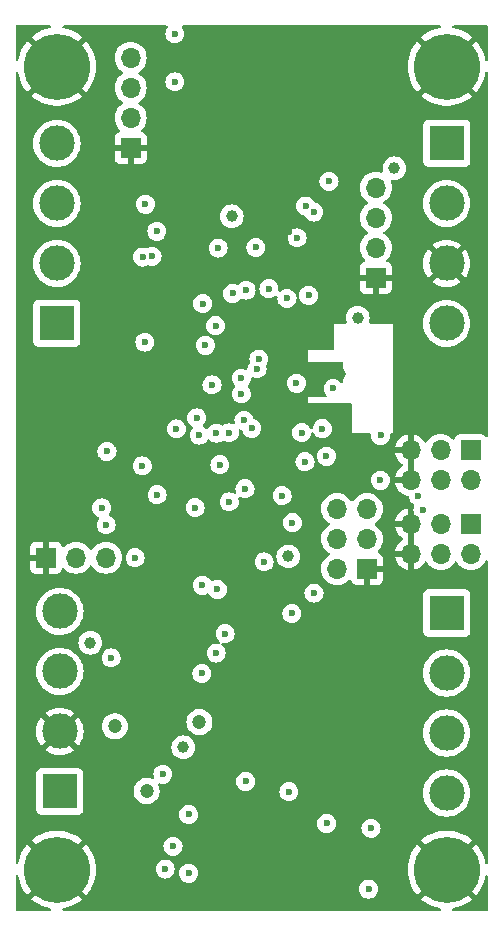
<source format=gbr>
%TF.GenerationSoftware,KiCad,Pcbnew,7.0.5*%
%TF.CreationDate,2023-08-09T18:59:09-07:00*%
%TF.ProjectId,lyra r1,6c797261-2072-4312-9e6b-696361645f70,rev?*%
%TF.SameCoordinates,Original*%
%TF.FileFunction,Copper,L2,Inr*%
%TF.FilePolarity,Positive*%
%FSLAX46Y46*%
G04 Gerber Fmt 4.6, Leading zero omitted, Abs format (unit mm)*
G04 Created by KiCad (PCBNEW 7.0.5) date 2023-08-09 18:59:09*
%MOMM*%
%LPD*%
G01*
G04 APERTURE LIST*
%TA.AperFunction,ComponentPad*%
%ADD10C,5.600000*%
%TD*%
%TA.AperFunction,ComponentPad*%
%ADD11R,1.700000X1.700000*%
%TD*%
%TA.AperFunction,ComponentPad*%
%ADD12O,1.700000X1.700000*%
%TD*%
%TA.AperFunction,ComponentPad*%
%ADD13R,3.000000X3.000000*%
%TD*%
%TA.AperFunction,ComponentPad*%
%ADD14C,3.000000*%
%TD*%
%TA.AperFunction,ViaPad*%
%ADD15C,0.600000*%
%TD*%
%TA.AperFunction,ViaPad*%
%ADD16C,1.000000*%
%TD*%
%TA.AperFunction,ViaPad*%
%ADD17C,1.200000*%
%TD*%
G04 APERTURE END LIST*
D10*
%TO.N,GND*%
%TO.C,H1*%
X128750000Y-86750000D03*
%TD*%
D11*
%TO.N,SERVO3*%
%TO.C,J6*%
X163790000Y-125460000D03*
D12*
%TO.N,SERVO4*%
X163790000Y-128000000D03*
%TO.N,SERVO POWER*%
X161250000Y-125460000D03*
X161250000Y-128000000D03*
%TO.N,GND*%
X158710000Y-125460000D03*
X158710000Y-128000000D03*
%TD*%
D11*
%TO.N,GND*%
%TO.C,J10*%
X127827800Y-128320800D03*
D12*
%TO.N,Net-(J10-Pin_2)*%
X130367800Y-128320800D03*
%TO.N,+3V3*%
X132907800Y-128320800D03*
%TD*%
D13*
%TO.N,ARM-*%
%TO.C,J12*%
X161750000Y-133010000D03*
D14*
%TO.N,P1-*%
X161750000Y-138090000D03*
%TO.N,ARM-*%
X161750000Y-143170000D03*
%TO.N,P2-*%
X161750000Y-148250000D03*
%TD*%
D13*
%TO.N,+3V3*%
%TO.C,J11*%
X161750000Y-93250000D03*
D14*
%TO.N,+5V*%
X161750000Y-98330000D03*
%TO.N,GND*%
X161750000Y-103410000D03*
%TO.N,PA1*%
X161750000Y-108490000D03*
%TD*%
D11*
%TO.N,GND*%
%TO.C,J8*%
X155025000Y-129275000D03*
D12*
%TO.N,SPI POWER*%
X152485000Y-129275000D03*
%TO.N,SCK*%
X155025000Y-126735000D03*
%TO.N,MOSI*%
X152485000Y-126735000D03*
%TO.N,MISO*%
X155025000Y-124195000D03*
%TO.N,CS BRKOUT*%
X152485000Y-124195000D03*
%TD*%
D13*
%TO.N,+12P*%
%TO.C,J5*%
X128750000Y-108490000D03*
D14*
%TO.N,ARM-*%
X128750000Y-103410000D03*
%TO.N,PB6*%
X128750000Y-98330000D03*
%TO.N,PA4*%
X128750000Y-93250000D03*
%TD*%
D11*
%TO.N,GND*%
%TO.C,J4*%
X135000000Y-93620000D03*
D12*
%TO.N,SDA*%
X135000000Y-91080000D03*
%TO.N,SCL*%
X135000000Y-88540000D03*
%TO.N,I2C POWER*%
X135000000Y-86000000D03*
%TD*%
D13*
%TO.N,BATT PRESWITCH*%
%TO.C,J3*%
X129000000Y-148120000D03*
D14*
%TO.N,GND*%
X129000000Y-143040000D03*
%TO.N,BATT PRESWITCH*%
X129000000Y-137960000D03*
%TO.N,+BATT*%
X129000000Y-132880000D03*
%TD*%
D11*
%TO.N,GND*%
%TO.C,J2*%
X155750000Y-104620000D03*
D12*
%TO.N,USART2 TX*%
X155750000Y-102080000D03*
%TO.N,USART2 RX*%
X155750000Y-99540000D03*
%TO.N,UART POWER*%
X155750000Y-97000000D03*
%TD*%
D10*
%TO.N,GND*%
%TO.C,H4*%
X161750000Y-154750000D03*
%TD*%
%TO.N,GND*%
%TO.C,H2*%
X161750000Y-86750000D03*
%TD*%
D11*
%TO.N,SERVO1*%
%TO.C,J7*%
X163775000Y-119210000D03*
D12*
%TO.N,SERVO2*%
X163775000Y-121750000D03*
%TO.N,SERVO POWER*%
X161235000Y-119210000D03*
X161235000Y-121750000D03*
%TO.N,GND*%
X158695000Y-119210000D03*
X158695000Y-121750000D03*
%TD*%
D10*
%TO.N,GND*%
%TO.C,H3*%
X128750000Y-154750000D03*
%TD*%
D15*
%TO.N,GND*%
X152349200Y-94488000D03*
X154432000Y-83921600D03*
D16*
%TO.N,+12P*%
X131572000Y-135534400D03*
D15*
%TO.N,+12V*%
X155143200Y-156381600D03*
X139903200Y-150063200D03*
%TO.N,GND*%
X151790400Y-133045200D03*
X144153145Y-108743021D03*
X144526000Y-134747000D03*
X137972800Y-144526000D03*
X150672800Y-100504500D03*
X148437600Y-100736400D03*
X138328400Y-102158800D03*
X152095200Y-156210000D03*
X153466800Y-143967200D03*
X141478000Y-84328000D03*
D16*
X152755600Y-112776000D03*
D15*
X140462000Y-147421600D03*
X139573000Y-106807000D03*
X134010400Y-115519200D03*
X144285000Y-136398000D03*
X142367000Y-115316000D03*
X140208000Y-118999000D03*
X137718800Y-98399600D03*
D16*
X144373600Y-156083000D03*
D15*
X135534400Y-107848400D03*
X149117900Y-137038500D03*
X136042400Y-123850400D03*
D16*
X147777200Y-150926800D03*
D15*
X148082000Y-117729000D03*
X136194800Y-155244800D03*
X147815000Y-99499484D03*
X155651200Y-138226800D03*
D16*
X145846800Y-151180800D03*
D15*
X150926800Y-148031200D03*
X138303000Y-124714000D03*
X148660622Y-108669025D03*
X131013200Y-118262400D03*
X135229600Y-101955600D03*
%TO.N,+3V3*%
X137210800Y-100685600D03*
X138734800Y-83972400D03*
D16*
X157327600Y-95351600D03*
D15*
X149479000Y-117729000D03*
X149809200Y-98552000D03*
X136245600Y-98399600D03*
X148699502Y-125349000D03*
X137922000Y-154686000D03*
X138582400Y-152755600D03*
X143002000Y-134747000D03*
X138874500Y-117411500D03*
X140462000Y-124079000D03*
X142240000Y-136398000D03*
X137241900Y-122986800D03*
X150495000Y-99060000D03*
D16*
X143560800Y-99423500D03*
D15*
X148234400Y-106375200D03*
X151231600Y-117398800D03*
X149098000Y-101244400D03*
D16*
X154228800Y-108000800D03*
D15*
X150520400Y-131318000D03*
X141097000Y-106807000D03*
X132994400Y-119329200D03*
D16*
%TO.N,+5V*%
X148336000Y-128219200D03*
D15*
X155346400Y-151231600D03*
X148386800Y-148132800D03*
X138734800Y-88036400D03*
%TO.N,RESET*%
X152146000Y-113995200D03*
X151790400Y-96469200D03*
%TO.N,Net-(U7-VCAP_1)*%
X142181839Y-108682460D03*
%TO.N,Net-(U7-VCAP_2)*%
X140586404Y-116488497D03*
%TO.N,VBUS*%
X132537200Y-124104400D03*
X144729200Y-147269200D03*
%TO.N,Net-(D5-A)*%
X147828000Y-123063000D03*
%TO.N,Net-(D3-A)*%
X135991600Y-120548400D03*
D16*
%TO.N,+12P*%
X139446000Y-144373600D03*
D17*
%TO.N,Net-(F2-Pad2)*%
X136347200Y-148082000D03*
%TO.N,BATT PRESWITCH*%
X140817600Y-142240000D03*
X133654800Y-142595600D03*
D15*
%TO.N,MOSI*%
X141020800Y-138125200D03*
%TO.N,MISO*%
X144678400Y-122478800D03*
X142341600Y-131013200D03*
%TO.N,SCK*%
X141071600Y-130657600D03*
X143353807Y-123592607D03*
%TO.N,CS BRKOUT*%
X144594693Y-116703607D03*
X149758400Y-120192800D03*
%TO.N,SDA*%
X145592800Y-102057200D03*
X142403596Y-102108500D03*
%TO.N,SERVO3*%
X159735500Y-124256800D03*
%TO.N,SERVO4*%
X144365691Y-113134409D03*
X151575997Y-119746803D03*
%TO.N,SERVO1*%
X156151566Y-117979441D03*
X145846800Y-111506000D03*
%TO.N,SERVO2*%
X156145500Y-121767600D03*
X159359600Y-123088400D03*
X145694400Y-112318800D03*
%TO.N,CS SD*%
X142544800Y-120446800D03*
%TO.N,BOOT0*%
X132921623Y-125548777D03*
%TO.N,BUZZER*%
X150059003Y-106117003D03*
%TO.N,P1 EN*%
X148640800Y-133045200D03*
X142256662Y-117786651D03*
%TO.N,P2 EN*%
X143345224Y-117751604D03*
X146304000Y-128676400D03*
%TO.N,Net-(U1-ADJ)*%
X139903200Y-155041600D03*
%TO.N,Net-(U2-ADJ)*%
X151587200Y-150825200D03*
%TO.N,BATT SENSE*%
X137718800Y-146659600D03*
X149037019Y-113557932D03*
X135382000Y-128320800D03*
X133350000Y-136804400D03*
X140803403Y-117943403D03*
%TO.N,GYRO INT4*%
X136006446Y-102868933D03*
X143626500Y-105954723D03*
%TO.N,GYRO INT3*%
X144768797Y-105675203D03*
X136804400Y-102819200D03*
%TO.N,PA4*%
X146703457Y-105555457D03*
%TO.N,PYRO SENSE*%
X136194800Y-110075000D03*
X141325600Y-110337600D03*
%TO.N,PB6*%
X141884400Y-113690400D03*
X145237200Y-117364900D03*
X144373600Y-114452400D03*
%TD*%
%TA.AperFunction,Conductor*%
%TO.N,GND*%
G36*
X125455703Y-155230934D02*
G01*
X125493477Y-155289712D01*
X125496866Y-155304586D01*
X125522415Y-155460431D01*
X125522421Y-155460457D01*
X125618147Y-155805232D01*
X125618149Y-155805239D01*
X125750597Y-156137659D01*
X125750606Y-156137677D01*
X125918218Y-156453827D01*
X126119033Y-156750007D01*
X126246441Y-156900003D01*
X126246442Y-156900004D01*
X127452266Y-155694180D01*
X127615130Y-155884870D01*
X127805818Y-156047732D01*
X126597255Y-157256295D01*
X126597256Y-157256296D01*
X126610485Y-157268828D01*
X126610486Y-157268829D01*
X126895367Y-157485388D01*
X126895370Y-157485390D01*
X127201990Y-157669876D01*
X127526739Y-157820122D01*
X127526744Y-157820123D01*
X127865857Y-157934384D01*
X128183934Y-158004399D01*
X128245175Y-158038035D01*
X128278509Y-158099440D01*
X128273353Y-158169120D01*
X128231344Y-158224950D01*
X128165819Y-158249205D01*
X128157278Y-158249500D01*
X125374500Y-158249500D01*
X125307461Y-158229815D01*
X125261706Y-158177011D01*
X125250500Y-158125500D01*
X125250500Y-155324647D01*
X125270185Y-155257608D01*
X125322989Y-155211853D01*
X125392147Y-155201909D01*
X125455703Y-155230934D01*
G37*
%TD.AperFunction*%
%TA.AperFunction,Conductor*%
G36*
X138092299Y-83270185D02*
G01*
X138138054Y-83322989D01*
X138147998Y-83392147D01*
X138118973Y-83455703D01*
X138112941Y-83462181D01*
X138104984Y-83470137D01*
X138009011Y-83622876D01*
X137949431Y-83793145D01*
X137949430Y-83793150D01*
X137929235Y-83972396D01*
X137929235Y-83972403D01*
X137949430Y-84151649D01*
X137949431Y-84151654D01*
X138009011Y-84321923D01*
X138104984Y-84474662D01*
X138232538Y-84602216D01*
X138385278Y-84698189D01*
X138533325Y-84749993D01*
X138555545Y-84757768D01*
X138555550Y-84757769D01*
X138734796Y-84777965D01*
X138734800Y-84777965D01*
X138734804Y-84777965D01*
X138914049Y-84757769D01*
X138914052Y-84757768D01*
X138914055Y-84757768D01*
X139084322Y-84698189D01*
X139237062Y-84602216D01*
X139364616Y-84474662D01*
X139460589Y-84321922D01*
X139520168Y-84151655D01*
X139535609Y-84014611D01*
X139540365Y-83972403D01*
X139540365Y-83972396D01*
X139520169Y-83793150D01*
X139520168Y-83793145D01*
X139460588Y-83622876D01*
X139364615Y-83470137D01*
X139356659Y-83462181D01*
X139323174Y-83400858D01*
X139328158Y-83331166D01*
X139370030Y-83275233D01*
X139435494Y-83250816D01*
X139444340Y-83250500D01*
X161157278Y-83250500D01*
X161224317Y-83270185D01*
X161270072Y-83322989D01*
X161280016Y-83392147D01*
X161250991Y-83455703D01*
X161192213Y-83493477D01*
X161183934Y-83495601D01*
X160865857Y-83565615D01*
X160526744Y-83679876D01*
X160526739Y-83679877D01*
X160201990Y-83830123D01*
X159895370Y-84014609D01*
X159895367Y-84014611D01*
X159610491Y-84231166D01*
X159597256Y-84243703D01*
X159597255Y-84243703D01*
X160805819Y-85452266D01*
X160615130Y-85615130D01*
X160452266Y-85805818D01*
X159246442Y-84599994D01*
X159246441Y-84599995D01*
X159119040Y-84749983D01*
X159119033Y-84749993D01*
X158918218Y-85046172D01*
X158750606Y-85362322D01*
X158750597Y-85362340D01*
X158618149Y-85694760D01*
X158618147Y-85694767D01*
X158522421Y-86039542D01*
X158522415Y-86039568D01*
X158464527Y-86392668D01*
X158464526Y-86392685D01*
X158445153Y-86749997D01*
X158445153Y-86750002D01*
X158464526Y-87107314D01*
X158464527Y-87107331D01*
X158522415Y-87460431D01*
X158522421Y-87460457D01*
X158618147Y-87805232D01*
X158618149Y-87805239D01*
X158750597Y-88137659D01*
X158750606Y-88137677D01*
X158918218Y-88453827D01*
X159119033Y-88750007D01*
X159246441Y-88900003D01*
X159246442Y-88900004D01*
X160452266Y-87694180D01*
X160615130Y-87884870D01*
X160805818Y-88047732D01*
X159597255Y-89256295D01*
X159597256Y-89256296D01*
X159610485Y-89268828D01*
X159610486Y-89268829D01*
X159895367Y-89485388D01*
X159895370Y-89485390D01*
X160201990Y-89669876D01*
X160526739Y-89820122D01*
X160526744Y-89820123D01*
X160865855Y-89934383D01*
X161215339Y-90011311D01*
X161571075Y-90049999D01*
X161571085Y-90050000D01*
X161928915Y-90050000D01*
X161928924Y-90049999D01*
X162284660Y-90011311D01*
X162634144Y-89934383D01*
X162973255Y-89820123D01*
X162973260Y-89820122D01*
X163298009Y-89669876D01*
X163604629Y-89485390D01*
X163604632Y-89485388D01*
X163889504Y-89268836D01*
X163902742Y-89256294D01*
X162694180Y-88047733D01*
X162884870Y-87884870D01*
X163047733Y-87694180D01*
X164253556Y-88900003D01*
X164380964Y-88750008D01*
X164380975Y-88749994D01*
X164581781Y-88453827D01*
X164749393Y-88137677D01*
X164749402Y-88137659D01*
X164881850Y-87805239D01*
X164881852Y-87805232D01*
X164977578Y-87460457D01*
X164977584Y-87460431D01*
X165003134Y-87304586D01*
X165033404Y-87241614D01*
X165092915Y-87205005D01*
X165162771Y-87206381D01*
X165220794Y-87245306D01*
X165248562Y-87309421D01*
X165249500Y-87324647D01*
X165249500Y-117986501D01*
X165229815Y-118053540D01*
X165177011Y-118099295D01*
X165107853Y-118109239D01*
X165044297Y-118080214D01*
X165026234Y-118060813D01*
X165002130Y-118028615D01*
X164982546Y-118002454D01*
X164982544Y-118002453D01*
X164982544Y-118002452D01*
X164867335Y-117916206D01*
X164867328Y-117916202D01*
X164732482Y-117865908D01*
X164732483Y-117865908D01*
X164672883Y-117859501D01*
X164672881Y-117859500D01*
X164672873Y-117859500D01*
X164672864Y-117859500D01*
X162877129Y-117859500D01*
X162877123Y-117859501D01*
X162817516Y-117865908D01*
X162682671Y-117916202D01*
X162682664Y-117916206D01*
X162567455Y-118002452D01*
X162567452Y-118002455D01*
X162481206Y-118117664D01*
X162481203Y-118117669D01*
X162432189Y-118249083D01*
X162390317Y-118305016D01*
X162324853Y-118329433D01*
X162256580Y-118314581D01*
X162228326Y-118293430D01*
X162106402Y-118171506D01*
X162106395Y-118171501D01*
X162104915Y-118170465D01*
X162039397Y-118124588D01*
X161912834Y-118035967D01*
X161912830Y-118035965D01*
X161897068Y-118028615D01*
X161698663Y-117936097D01*
X161698659Y-117936096D01*
X161698655Y-117936094D01*
X161470413Y-117874938D01*
X161470403Y-117874936D01*
X161235001Y-117854341D01*
X161234999Y-117854341D01*
X160999596Y-117874936D01*
X160999586Y-117874938D01*
X160771344Y-117936094D01*
X160771335Y-117936098D01*
X160557171Y-118035964D01*
X160557169Y-118035965D01*
X160363597Y-118171505D01*
X160196508Y-118338594D01*
X160066269Y-118524595D01*
X160011692Y-118568219D01*
X159942193Y-118575412D01*
X159879839Y-118543890D01*
X159863119Y-118524594D01*
X159733113Y-118338926D01*
X159733108Y-118338920D01*
X159566082Y-118171894D01*
X159372578Y-118036399D01*
X159158492Y-117936570D01*
X159158486Y-117936567D01*
X158945000Y-117879364D01*
X158945000Y-118774498D01*
X158837315Y-118725320D01*
X158730763Y-118710000D01*
X158659237Y-118710000D01*
X158552685Y-118725320D01*
X158445000Y-118774498D01*
X158445000Y-117879364D01*
X158444999Y-117879364D01*
X158231513Y-117936567D01*
X158231507Y-117936570D01*
X158017422Y-118036399D01*
X158017420Y-118036400D01*
X157823926Y-118171886D01*
X157823920Y-118171891D01*
X157656891Y-118338920D01*
X157656886Y-118338926D01*
X157521400Y-118532420D01*
X157521399Y-118532422D01*
X157421570Y-118746507D01*
X157421567Y-118746513D01*
X157364364Y-118959999D01*
X157364364Y-118960000D01*
X158261314Y-118960000D01*
X158235507Y-119000156D01*
X158195000Y-119138111D01*
X158195000Y-119281889D01*
X158235507Y-119419844D01*
X158261314Y-119460000D01*
X157364364Y-119460000D01*
X157421567Y-119673486D01*
X157421570Y-119673492D01*
X157521399Y-119887578D01*
X157656894Y-120081082D01*
X157823917Y-120248105D01*
X158010031Y-120378425D01*
X158053656Y-120433003D01*
X158060848Y-120502501D01*
X158029326Y-120564856D01*
X158010031Y-120581575D01*
X157823922Y-120711890D01*
X157823920Y-120711891D01*
X157656891Y-120878920D01*
X157656886Y-120878926D01*
X157521400Y-121072420D01*
X157521399Y-121072422D01*
X157421570Y-121286507D01*
X157421567Y-121286513D01*
X157364364Y-121499999D01*
X157364364Y-121500000D01*
X158261314Y-121500000D01*
X158235507Y-121540156D01*
X158195000Y-121678111D01*
X158195000Y-121821889D01*
X158235507Y-121959844D01*
X158261314Y-122000000D01*
X157364364Y-122000000D01*
X157421567Y-122213486D01*
X157421570Y-122213492D01*
X157521399Y-122427578D01*
X157656894Y-122621082D01*
X157823917Y-122788105D01*
X158017421Y-122923600D01*
X158231507Y-123023429D01*
X158231516Y-123023433D01*
X158459673Y-123084567D01*
X158464197Y-123085365D01*
X158526801Y-123116391D01*
X158562692Y-123176338D01*
X158565887Y-123193598D01*
X158574230Y-123267649D01*
X158574231Y-123267654D01*
X158574232Y-123267655D01*
X158576255Y-123273435D01*
X158633810Y-123437921D01*
X158683605Y-123517169D01*
X158729784Y-123590662D01*
X158857338Y-123718216D01*
X158952750Y-123778167D01*
X158999040Y-123830500D01*
X159009689Y-123899554D01*
X159003819Y-123924114D01*
X158950132Y-124077542D01*
X158950130Y-124077550D01*
X158929935Y-124256796D01*
X158929935Y-124256803D01*
X158950130Y-124436046D01*
X158950131Y-124436053D01*
X158950132Y-124436055D01*
X158953041Y-124444369D01*
X158960000Y-124485323D01*
X158959999Y-125024498D01*
X158852315Y-124975320D01*
X158745763Y-124960000D01*
X158674237Y-124960000D01*
X158567685Y-124975320D01*
X158460000Y-125024498D01*
X158460000Y-124129364D01*
X158459999Y-124129364D01*
X158246513Y-124186567D01*
X158246507Y-124186570D01*
X158032422Y-124286399D01*
X158032420Y-124286400D01*
X157838926Y-124421886D01*
X157838920Y-124421891D01*
X157671891Y-124588920D01*
X157671886Y-124588926D01*
X157536400Y-124782420D01*
X157536399Y-124782422D01*
X157436570Y-124996507D01*
X157436567Y-124996513D01*
X157379364Y-125209999D01*
X157379364Y-125210000D01*
X158276314Y-125210000D01*
X158250507Y-125250156D01*
X158210000Y-125388111D01*
X158210000Y-125531889D01*
X158250507Y-125669844D01*
X158276314Y-125710000D01*
X157379364Y-125710000D01*
X157436567Y-125923486D01*
X157436570Y-125923492D01*
X157536399Y-126137578D01*
X157671894Y-126331082D01*
X157838917Y-126498105D01*
X158025031Y-126628425D01*
X158068656Y-126683003D01*
X158075848Y-126752501D01*
X158044326Y-126814856D01*
X158025031Y-126831575D01*
X157838922Y-126961890D01*
X157838920Y-126961891D01*
X157671891Y-127128920D01*
X157671886Y-127128926D01*
X157536400Y-127322420D01*
X157536399Y-127322422D01*
X157436570Y-127536507D01*
X157436567Y-127536513D01*
X157379364Y-127749999D01*
X157379364Y-127750000D01*
X158276314Y-127750000D01*
X158250507Y-127790156D01*
X158210000Y-127928111D01*
X158210000Y-128071889D01*
X158250507Y-128209844D01*
X158276314Y-128250000D01*
X157379364Y-128250000D01*
X157436567Y-128463486D01*
X157436570Y-128463492D01*
X157536399Y-128677578D01*
X157671894Y-128871082D01*
X157838917Y-129038105D01*
X158032421Y-129173600D01*
X158246507Y-129273429D01*
X158246516Y-129273433D01*
X158460000Y-129330634D01*
X158460000Y-128435501D01*
X158567685Y-128484680D01*
X158674237Y-128500000D01*
X158745763Y-128500000D01*
X158852315Y-128484680D01*
X158959999Y-128435501D01*
X158959999Y-129330633D01*
X159173483Y-129273433D01*
X159173492Y-129273429D01*
X159387578Y-129173600D01*
X159581082Y-129038105D01*
X159748105Y-128871082D01*
X159878119Y-128685405D01*
X159932696Y-128641781D01*
X160002195Y-128634588D01*
X160064549Y-128666110D01*
X160081269Y-128685405D01*
X160211505Y-128871401D01*
X160378599Y-129038495D01*
X160402328Y-129055110D01*
X160572165Y-129174032D01*
X160572167Y-129174033D01*
X160572170Y-129174035D01*
X160786337Y-129273903D01*
X160786343Y-129273904D01*
X160786344Y-129273905D01*
X160841285Y-129288626D01*
X161014592Y-129335063D01*
X161202918Y-129351539D01*
X161249999Y-129355659D01*
X161250000Y-129355659D01*
X161250001Y-129355659D01*
X161289234Y-129352226D01*
X161485408Y-129335063D01*
X161713663Y-129273903D01*
X161927830Y-129174035D01*
X162121401Y-129038495D01*
X162288495Y-128871401D01*
X162418424Y-128685842D01*
X162473002Y-128642217D01*
X162542500Y-128635023D01*
X162604855Y-128666546D01*
X162621575Y-128685842D01*
X162751500Y-128871395D01*
X162751505Y-128871401D01*
X162918599Y-129038495D01*
X162942328Y-129055110D01*
X163112165Y-129174032D01*
X163112167Y-129174033D01*
X163112170Y-129174035D01*
X163326337Y-129273903D01*
X163326343Y-129273904D01*
X163326344Y-129273905D01*
X163381285Y-129288626D01*
X163554592Y-129335063D01*
X163742918Y-129351539D01*
X163789999Y-129355659D01*
X163790000Y-129355659D01*
X163790001Y-129355659D01*
X163829234Y-129352226D01*
X164025408Y-129335063D01*
X164253663Y-129273903D01*
X164467830Y-129174035D01*
X164661401Y-129038495D01*
X164828495Y-128871401D01*
X164964035Y-128677830D01*
X165013118Y-128572570D01*
X165059290Y-128520131D01*
X165126483Y-128500979D01*
X165193365Y-128521195D01*
X165238699Y-128574360D01*
X165249500Y-128624975D01*
X165249500Y-154175352D01*
X165229815Y-154242391D01*
X165177011Y-154288146D01*
X165107853Y-154298090D01*
X165044297Y-154269065D01*
X165006523Y-154210287D01*
X165003134Y-154195413D01*
X164977584Y-154039568D01*
X164977578Y-154039542D01*
X164881852Y-153694767D01*
X164881850Y-153694760D01*
X164749402Y-153362340D01*
X164749393Y-153362322D01*
X164581781Y-153046172D01*
X164380966Y-152749992D01*
X164253557Y-152599995D01*
X164253556Y-152599994D01*
X163047732Y-153805818D01*
X162884870Y-153615130D01*
X162694179Y-153452265D01*
X163902743Y-152243703D01*
X163902742Y-152243702D01*
X163889514Y-152231171D01*
X163889513Y-152231170D01*
X163604632Y-152014611D01*
X163604629Y-152014609D01*
X163298009Y-151830123D01*
X162973260Y-151679877D01*
X162973255Y-151679876D01*
X162634144Y-151565616D01*
X162284660Y-151488688D01*
X161928924Y-151450000D01*
X161571075Y-151450000D01*
X161215339Y-151488688D01*
X160865855Y-151565616D01*
X160526744Y-151679876D01*
X160526739Y-151679877D01*
X160201990Y-151830123D01*
X159895370Y-152014609D01*
X159895367Y-152014611D01*
X159610491Y-152231166D01*
X159597256Y-152243703D01*
X159597255Y-152243703D01*
X160805819Y-153452266D01*
X160615130Y-153615130D01*
X160452267Y-153805818D01*
X159246442Y-152599994D01*
X159246441Y-152599995D01*
X159119040Y-152749983D01*
X159119033Y-152749993D01*
X158918218Y-153046172D01*
X158750606Y-153362322D01*
X158750597Y-153362340D01*
X158618149Y-153694760D01*
X158618147Y-153694767D01*
X158522421Y-154039542D01*
X158522415Y-154039568D01*
X158464527Y-154392668D01*
X158464526Y-154392685D01*
X158445153Y-154749997D01*
X158445153Y-154750002D01*
X158464526Y-155107314D01*
X158464527Y-155107331D01*
X158522415Y-155460431D01*
X158522421Y-155460457D01*
X158618147Y-155805232D01*
X158618149Y-155805239D01*
X158750597Y-156137659D01*
X158750606Y-156137677D01*
X158918218Y-156453827D01*
X159119033Y-156750007D01*
X159246441Y-156900003D01*
X159246442Y-156900004D01*
X160452266Y-155694180D01*
X160615130Y-155884870D01*
X160805818Y-156047732D01*
X159597255Y-157256295D01*
X159597256Y-157256296D01*
X159610485Y-157268828D01*
X159610486Y-157268829D01*
X159895367Y-157485388D01*
X159895370Y-157485390D01*
X160201990Y-157669876D01*
X160526739Y-157820122D01*
X160526744Y-157820123D01*
X160865857Y-157934384D01*
X161183934Y-158004399D01*
X161245175Y-158038035D01*
X161278509Y-158099440D01*
X161273353Y-158169120D01*
X161231344Y-158224950D01*
X161165819Y-158249205D01*
X161157278Y-158249500D01*
X129342722Y-158249500D01*
X129275683Y-158229815D01*
X129229928Y-158177011D01*
X129219984Y-158107853D01*
X129249009Y-158044297D01*
X129307787Y-158006523D01*
X129316066Y-158004399D01*
X129634142Y-157934384D01*
X129973255Y-157820123D01*
X129973260Y-157820122D01*
X130298009Y-157669876D01*
X130604629Y-157485390D01*
X130604632Y-157485388D01*
X130889504Y-157268836D01*
X130902742Y-157256294D01*
X129694180Y-156047733D01*
X129884870Y-155884870D01*
X130047733Y-155694180D01*
X131253556Y-156900003D01*
X131380964Y-156750008D01*
X131380975Y-156749994D01*
X131581781Y-156453827D01*
X131620072Y-156381603D01*
X154337635Y-156381603D01*
X154357830Y-156560849D01*
X154357831Y-156560854D01*
X154417411Y-156731123D01*
X154513383Y-156883862D01*
X154513384Y-156883862D01*
X154640938Y-157011416D01*
X154793678Y-157107389D01*
X154963944Y-157166968D01*
X154963945Y-157166968D01*
X154963950Y-157166969D01*
X155143196Y-157187165D01*
X155143200Y-157187165D01*
X155143204Y-157187165D01*
X155322449Y-157166969D01*
X155322452Y-157166968D01*
X155322455Y-157166968D01*
X155492722Y-157107389D01*
X155645462Y-157011416D01*
X155773016Y-156883862D01*
X155868989Y-156731122D01*
X155928568Y-156560855D01*
X155948765Y-156381600D01*
X155936911Y-156276396D01*
X155928569Y-156202350D01*
X155928568Y-156202345D01*
X155868988Y-156032076D01*
X155773015Y-155879337D01*
X155645462Y-155751784D01*
X155492723Y-155655811D01*
X155322454Y-155596231D01*
X155322449Y-155596230D01*
X155143204Y-155576035D01*
X155143196Y-155576035D01*
X154963950Y-155596230D01*
X154963945Y-155596231D01*
X154793676Y-155655811D01*
X154640937Y-155751784D01*
X154513384Y-155879337D01*
X154417411Y-156032076D01*
X154357831Y-156202345D01*
X154357830Y-156202350D01*
X154337635Y-156381596D01*
X154337635Y-156381603D01*
X131620072Y-156381603D01*
X131749393Y-156137677D01*
X131749402Y-156137659D01*
X131881850Y-155805239D01*
X131881852Y-155805232D01*
X131977578Y-155460457D01*
X131977584Y-155460431D01*
X132035472Y-155107331D01*
X132035473Y-155107314D01*
X132054847Y-154750002D01*
X132054847Y-154749997D01*
X132051377Y-154686003D01*
X137116435Y-154686003D01*
X137136630Y-154865249D01*
X137136631Y-154865254D01*
X137196211Y-155035523D01*
X137292184Y-155188262D01*
X137419738Y-155315816D01*
X137510080Y-155372582D01*
X137539586Y-155391122D01*
X137572478Y-155411789D01*
X137711489Y-155460431D01*
X137742745Y-155471368D01*
X137742750Y-155471369D01*
X137921996Y-155491565D01*
X137922000Y-155491565D01*
X137922004Y-155491565D01*
X138101249Y-155471369D01*
X138101252Y-155471368D01*
X138101255Y-155471368D01*
X138271522Y-155411789D01*
X138424262Y-155315816D01*
X138551816Y-155188262D01*
X138643968Y-155041603D01*
X139097635Y-155041603D01*
X139117830Y-155220849D01*
X139117831Y-155220854D01*
X139177411Y-155391123D01*
X139273384Y-155543861D01*
X139273384Y-155543862D01*
X139400938Y-155671416D01*
X139553678Y-155767389D01*
X139661827Y-155805232D01*
X139723945Y-155826968D01*
X139723950Y-155826969D01*
X139903196Y-155847165D01*
X139903200Y-155847165D01*
X139903204Y-155847165D01*
X140082449Y-155826969D01*
X140082452Y-155826968D01*
X140082455Y-155826968D01*
X140252722Y-155767389D01*
X140405462Y-155671416D01*
X140533016Y-155543862D01*
X140628989Y-155391122D01*
X140688568Y-155220855D01*
X140688569Y-155220849D01*
X140708765Y-155041603D01*
X140708765Y-155041596D01*
X140688569Y-154862350D01*
X140688568Y-154862345D01*
X140628988Y-154692076D01*
X140533015Y-154539337D01*
X140405462Y-154411784D01*
X140252723Y-154315811D01*
X140082454Y-154256231D01*
X140082449Y-154256230D01*
X139903204Y-154236035D01*
X139903196Y-154236035D01*
X139723950Y-154256230D01*
X139723945Y-154256231D01*
X139553676Y-154315811D01*
X139400937Y-154411784D01*
X139273384Y-154539337D01*
X139177411Y-154692076D01*
X139117831Y-154862345D01*
X139117830Y-154862350D01*
X139097635Y-155041596D01*
X139097635Y-155041603D01*
X138643968Y-155041603D01*
X138647789Y-155035522D01*
X138707368Y-154865255D01*
X138707369Y-154865249D01*
X138727565Y-154686003D01*
X138727565Y-154685996D01*
X138707369Y-154506750D01*
X138707368Y-154506745D01*
X138668773Y-154396446D01*
X138647789Y-154336478D01*
X138551816Y-154183738D01*
X138424262Y-154056184D01*
X138397818Y-154039568D01*
X138271523Y-153960211D01*
X138101254Y-153900631D01*
X138101249Y-153900630D01*
X137922004Y-153880435D01*
X137921996Y-153880435D01*
X137742750Y-153900630D01*
X137742745Y-153900631D01*
X137572476Y-153960211D01*
X137419737Y-154056184D01*
X137292184Y-154183737D01*
X137196211Y-154336476D01*
X137136631Y-154506745D01*
X137136630Y-154506750D01*
X137116435Y-154685996D01*
X137116435Y-154686003D01*
X132051377Y-154686003D01*
X132035473Y-154392685D01*
X132035472Y-154392668D01*
X131977584Y-154039568D01*
X131977578Y-154039542D01*
X131881852Y-153694767D01*
X131881850Y-153694760D01*
X131749402Y-153362340D01*
X131749393Y-153362322D01*
X131581781Y-153046172D01*
X131384770Y-152755603D01*
X137776835Y-152755603D01*
X137797030Y-152934849D01*
X137797031Y-152934854D01*
X137856611Y-153105123D01*
X137931058Y-153223604D01*
X137952584Y-153257862D01*
X138080138Y-153385416D01*
X138232878Y-153481389D01*
X138403144Y-153540967D01*
X138403145Y-153540968D01*
X138403150Y-153540969D01*
X138582396Y-153561165D01*
X138582400Y-153561165D01*
X138582404Y-153561165D01*
X138761649Y-153540969D01*
X138761652Y-153540968D01*
X138761655Y-153540968D01*
X138931922Y-153481389D01*
X139084662Y-153385416D01*
X139212216Y-153257862D01*
X139308189Y-153105122D01*
X139367768Y-152934855D01*
X139387965Y-152755600D01*
X139387333Y-152749993D01*
X139367769Y-152576350D01*
X139367768Y-152576345D01*
X139308188Y-152406076D01*
X139212215Y-152253337D01*
X139084662Y-152125784D01*
X138931923Y-152029811D01*
X138761654Y-151970231D01*
X138761649Y-151970230D01*
X138582404Y-151950035D01*
X138582396Y-151950035D01*
X138403150Y-151970230D01*
X138403145Y-151970231D01*
X138232876Y-152029811D01*
X138080137Y-152125784D01*
X137952584Y-152253337D01*
X137856611Y-152406076D01*
X137797031Y-152576345D01*
X137797030Y-152576350D01*
X137776835Y-152755596D01*
X137776835Y-152755603D01*
X131384770Y-152755603D01*
X131380966Y-152749992D01*
X131253557Y-152599995D01*
X131253556Y-152599994D01*
X130047732Y-153805818D01*
X129884870Y-153615130D01*
X129694179Y-153452266D01*
X130902743Y-152243703D01*
X130902742Y-152243702D01*
X130889514Y-152231171D01*
X130889513Y-152231170D01*
X130604632Y-152014611D01*
X130604629Y-152014609D01*
X130298009Y-151830123D01*
X129973260Y-151679877D01*
X129973255Y-151679876D01*
X129634144Y-151565616D01*
X129284660Y-151488688D01*
X128928924Y-151450000D01*
X128571075Y-151450000D01*
X128215339Y-151488688D01*
X127865855Y-151565616D01*
X127526744Y-151679876D01*
X127526739Y-151679877D01*
X127201990Y-151830123D01*
X126895370Y-152014609D01*
X126895367Y-152014611D01*
X126610491Y-152231166D01*
X126597256Y-152243703D01*
X126597255Y-152243704D01*
X127805818Y-153452267D01*
X127615130Y-153615130D01*
X127452267Y-153805818D01*
X126246442Y-152599994D01*
X126246441Y-152599995D01*
X126119040Y-152749983D01*
X126119033Y-152749993D01*
X125918218Y-153046172D01*
X125750606Y-153362322D01*
X125750597Y-153362340D01*
X125618149Y-153694760D01*
X125618147Y-153694767D01*
X125522421Y-154039542D01*
X125522415Y-154039568D01*
X125496866Y-154195413D01*
X125466595Y-154258385D01*
X125407085Y-154294994D01*
X125337229Y-154293618D01*
X125279206Y-154254693D01*
X125251438Y-154190578D01*
X125250500Y-154175352D01*
X125250500Y-149667870D01*
X126999500Y-149667870D01*
X126999501Y-149667876D01*
X127005908Y-149727483D01*
X127056202Y-149862328D01*
X127056206Y-149862335D01*
X127142452Y-149977544D01*
X127142455Y-149977547D01*
X127257664Y-150063793D01*
X127257671Y-150063797D01*
X127392517Y-150114091D01*
X127392516Y-150114091D01*
X127399444Y-150114835D01*
X127452127Y-150120500D01*
X130547872Y-150120499D01*
X130607483Y-150114091D01*
X130742331Y-150063796D01*
X130743123Y-150063203D01*
X139097635Y-150063203D01*
X139117830Y-150242449D01*
X139117831Y-150242454D01*
X139177411Y-150412723D01*
X139216969Y-150475678D01*
X139273384Y-150565462D01*
X139400938Y-150693016D01*
X139553678Y-150788989D01*
X139657152Y-150825196D01*
X139723945Y-150848568D01*
X139723950Y-150848569D01*
X139903196Y-150868765D01*
X139903200Y-150868765D01*
X139903204Y-150868765D01*
X140082449Y-150848569D01*
X140082452Y-150848568D01*
X140082455Y-150848568D01*
X140149228Y-150825203D01*
X150781635Y-150825203D01*
X150801830Y-151004449D01*
X150801831Y-151004454D01*
X150861411Y-151174723D01*
X150957383Y-151327461D01*
X150957384Y-151327462D01*
X151084938Y-151455016D01*
X151237678Y-151550989D01*
X151323796Y-151581123D01*
X151407945Y-151610568D01*
X151407950Y-151610569D01*
X151587196Y-151630765D01*
X151587200Y-151630765D01*
X151587204Y-151630765D01*
X151766449Y-151610569D01*
X151766452Y-151610568D01*
X151766455Y-151610568D01*
X151936722Y-151550989D01*
X152089462Y-151455016D01*
X152217016Y-151327462D01*
X152277248Y-151231603D01*
X154540835Y-151231603D01*
X154561030Y-151410849D01*
X154561031Y-151410854D01*
X154620611Y-151581123D01*
X154682662Y-151679876D01*
X154716584Y-151733862D01*
X154844138Y-151861416D01*
X154996878Y-151957389D01*
X155160403Y-152014609D01*
X155167145Y-152016968D01*
X155167150Y-152016969D01*
X155346396Y-152037165D01*
X155346400Y-152037165D01*
X155346404Y-152037165D01*
X155525649Y-152016969D01*
X155525652Y-152016968D01*
X155525655Y-152016968D01*
X155695922Y-151957389D01*
X155848662Y-151861416D01*
X155976216Y-151733862D01*
X156072189Y-151581122D01*
X156131768Y-151410855D01*
X156151965Y-151231600D01*
X156145556Y-151174722D01*
X156131769Y-151052350D01*
X156131768Y-151052345D01*
X156131767Y-151052345D01*
X156072189Y-150882078D01*
X155976216Y-150729338D01*
X155848662Y-150601784D01*
X155790856Y-150565462D01*
X155695923Y-150505811D01*
X155525654Y-150446231D01*
X155525649Y-150446230D01*
X155346404Y-150426035D01*
X155346396Y-150426035D01*
X155167150Y-150446230D01*
X155167145Y-150446231D01*
X154996876Y-150505811D01*
X154844137Y-150601784D01*
X154716584Y-150729337D01*
X154620611Y-150882076D01*
X154561031Y-151052345D01*
X154561030Y-151052350D01*
X154540835Y-151231596D01*
X154540835Y-151231603D01*
X152277248Y-151231603D01*
X152312989Y-151174722D01*
X152372568Y-151004455D01*
X152372569Y-151004449D01*
X152392765Y-150825203D01*
X152392765Y-150825196D01*
X152372569Y-150645950D01*
X152372568Y-150645945D01*
X152312988Y-150475676D01*
X152217015Y-150322937D01*
X152089462Y-150195384D01*
X151936723Y-150099411D01*
X151766454Y-150039831D01*
X151766449Y-150039830D01*
X151587204Y-150019635D01*
X151587196Y-150019635D01*
X151407950Y-150039830D01*
X151407945Y-150039831D01*
X151237676Y-150099411D01*
X151084937Y-150195384D01*
X150957384Y-150322937D01*
X150861411Y-150475676D01*
X150801831Y-150645945D01*
X150801830Y-150645950D01*
X150781635Y-150825196D01*
X150781635Y-150825203D01*
X140149228Y-150825203D01*
X140252722Y-150788989D01*
X140405462Y-150693016D01*
X140533016Y-150565462D01*
X140628989Y-150412722D01*
X140688568Y-150242455D01*
X140696239Y-150174371D01*
X140708765Y-150063203D01*
X140708765Y-150063196D01*
X140688569Y-149883950D01*
X140688568Y-149883945D01*
X140647202Y-149765729D01*
X140628989Y-149713678D01*
X140533016Y-149560938D01*
X140405462Y-149433384D01*
X140405462Y-149433383D01*
X140252723Y-149337411D01*
X140082454Y-149277831D01*
X140082449Y-149277830D01*
X139903204Y-149257635D01*
X139903196Y-149257635D01*
X139723950Y-149277830D01*
X139723945Y-149277831D01*
X139553676Y-149337411D01*
X139400937Y-149433384D01*
X139273384Y-149560937D01*
X139177411Y-149713676D01*
X139117831Y-149883945D01*
X139117830Y-149883950D01*
X139097635Y-150063196D01*
X139097635Y-150063203D01*
X130743123Y-150063203D01*
X130857546Y-149977546D01*
X130943796Y-149862331D01*
X130994091Y-149727483D01*
X131000500Y-149667873D01*
X131000499Y-148082000D01*
X135241985Y-148082000D01*
X135260802Y-148285082D01*
X135316617Y-148481247D01*
X135316622Y-148481260D01*
X135407527Y-148663821D01*
X135530437Y-148826581D01*
X135681158Y-148963980D01*
X135681160Y-148963982D01*
X135780341Y-149025392D01*
X135854563Y-149071348D01*
X136044744Y-149145024D01*
X136245224Y-149182500D01*
X136245226Y-149182500D01*
X136449174Y-149182500D01*
X136449176Y-149182500D01*
X136649656Y-149145024D01*
X136839837Y-149071348D01*
X137013241Y-148963981D01*
X137163964Y-148826579D01*
X137286873Y-148663821D01*
X137377782Y-148481250D01*
X137433597Y-148285083D01*
X137447708Y-148132803D01*
X147581235Y-148132803D01*
X147601430Y-148312049D01*
X147601431Y-148312054D01*
X147661011Y-148482323D01*
X147756983Y-148635061D01*
X147756984Y-148635062D01*
X147884538Y-148762616D01*
X148037278Y-148858589D01*
X148207544Y-148918168D01*
X148207545Y-148918168D01*
X148207550Y-148918169D01*
X148386796Y-148938365D01*
X148386800Y-148938365D01*
X148386804Y-148938365D01*
X148566049Y-148918169D01*
X148566052Y-148918168D01*
X148566055Y-148918168D01*
X148736322Y-148858589D01*
X148889062Y-148762616D01*
X149016616Y-148635062D01*
X149112589Y-148482322D01*
X149172168Y-148312055D01*
X149179160Y-148250001D01*
X159744390Y-148250001D01*
X159764804Y-148535433D01*
X159825628Y-148815037D01*
X159825630Y-148815043D01*
X159825631Y-148815046D01*
X159921227Y-149071348D01*
X159925635Y-149083166D01*
X160062770Y-149334309D01*
X160062775Y-149334317D01*
X160234254Y-149563387D01*
X160234270Y-149563405D01*
X160436594Y-149765729D01*
X160436612Y-149765745D01*
X160665682Y-149937224D01*
X160665690Y-149937229D01*
X160916833Y-150074364D01*
X160916832Y-150074364D01*
X160916836Y-150074365D01*
X160916839Y-150074367D01*
X161184954Y-150174369D01*
X161184960Y-150174370D01*
X161184962Y-150174371D01*
X161464566Y-150235195D01*
X161464568Y-150235195D01*
X161464572Y-150235196D01*
X161718220Y-150253337D01*
X161749999Y-150255610D01*
X161750000Y-150255610D01*
X161750001Y-150255610D01*
X161778595Y-150253564D01*
X162035428Y-150235196D01*
X162218442Y-150195384D01*
X162315037Y-150174371D01*
X162315037Y-150174370D01*
X162315046Y-150174369D01*
X162583161Y-150074367D01*
X162834315Y-149937226D01*
X163063395Y-149765739D01*
X163265739Y-149563395D01*
X163437226Y-149334315D01*
X163574367Y-149083161D01*
X163674369Y-148815046D01*
X163735196Y-148535428D01*
X163755610Y-148250000D01*
X163735196Y-147964572D01*
X163732798Y-147953550D01*
X163674371Y-147684962D01*
X163674370Y-147684960D01*
X163674369Y-147684954D01*
X163574367Y-147416839D01*
X163569000Y-147407011D01*
X163437229Y-147165690D01*
X163437224Y-147165682D01*
X163265745Y-146936612D01*
X163265729Y-146936594D01*
X163063405Y-146734270D01*
X163063387Y-146734254D01*
X162834317Y-146562775D01*
X162834309Y-146562770D01*
X162583166Y-146425635D01*
X162583167Y-146425635D01*
X162454551Y-146377664D01*
X162315046Y-146325631D01*
X162315043Y-146325630D01*
X162315037Y-146325628D01*
X162035433Y-146264804D01*
X161750001Y-146244390D01*
X161749999Y-146244390D01*
X161464566Y-146264804D01*
X161184962Y-146325628D01*
X160916833Y-146425635D01*
X160665690Y-146562770D01*
X160665682Y-146562775D01*
X160436612Y-146734254D01*
X160436594Y-146734270D01*
X160234270Y-146936594D01*
X160234254Y-146936612D01*
X160062775Y-147165682D01*
X160062770Y-147165690D01*
X159925635Y-147416833D01*
X159825628Y-147684962D01*
X159764804Y-147964566D01*
X159744390Y-148249998D01*
X159744390Y-148250001D01*
X149179160Y-148250001D01*
X149192365Y-148132800D01*
X149186641Y-148082000D01*
X149172169Y-147953550D01*
X149172168Y-147953545D01*
X149153087Y-147899015D01*
X149112589Y-147783278D01*
X149016616Y-147630538D01*
X148889062Y-147502984D01*
X148884596Y-147500178D01*
X148736323Y-147407011D01*
X148566054Y-147347431D01*
X148566049Y-147347430D01*
X148386804Y-147327235D01*
X148386796Y-147327235D01*
X148207550Y-147347430D01*
X148207545Y-147347431D01*
X148037276Y-147407011D01*
X147884537Y-147502984D01*
X147756984Y-147630537D01*
X147661011Y-147783276D01*
X147601431Y-147953545D01*
X147601430Y-147953550D01*
X147581235Y-148132796D01*
X147581235Y-148132803D01*
X137447708Y-148132803D01*
X137452415Y-148082000D01*
X137433597Y-147878917D01*
X137377782Y-147682750D01*
X137336234Y-147599311D01*
X137323974Y-147530527D01*
X137350847Y-147466032D01*
X137408323Y-147426304D01*
X137478153Y-147423956D01*
X137488190Y-147426999D01*
X137539537Y-147444966D01*
X137539543Y-147444967D01*
X137539545Y-147444968D01*
X137539546Y-147444968D01*
X137539550Y-147444969D01*
X137718796Y-147465165D01*
X137718800Y-147465165D01*
X137718804Y-147465165D01*
X137898049Y-147444969D01*
X137898052Y-147444968D01*
X137898055Y-147444968D01*
X138068322Y-147385389D01*
X138221062Y-147289416D01*
X138241275Y-147269203D01*
X143923635Y-147269203D01*
X143943830Y-147448449D01*
X143943831Y-147448454D01*
X144003411Y-147618723D01*
X144045027Y-147684954D01*
X144099384Y-147771462D01*
X144226938Y-147899016D01*
X144379678Y-147994989D01*
X144549945Y-148054568D01*
X144549950Y-148054569D01*
X144729196Y-148074765D01*
X144729200Y-148074765D01*
X144729204Y-148074765D01*
X144908449Y-148054569D01*
X144908452Y-148054568D01*
X144908455Y-148054568D01*
X145078722Y-147994989D01*
X145231462Y-147899016D01*
X145359016Y-147771462D01*
X145454989Y-147618722D01*
X145514568Y-147448455D01*
X145514961Y-147444966D01*
X145534765Y-147269203D01*
X145534765Y-147269196D01*
X145514569Y-147089950D01*
X145514568Y-147089945D01*
X145486287Y-147009122D01*
X145454989Y-146919678D01*
X145359016Y-146766938D01*
X145231462Y-146639384D01*
X145078723Y-146543411D01*
X144908454Y-146483831D01*
X144908449Y-146483830D01*
X144729204Y-146463635D01*
X144729196Y-146463635D01*
X144549950Y-146483830D01*
X144549945Y-146483831D01*
X144379676Y-146543411D01*
X144226937Y-146639384D01*
X144099384Y-146766937D01*
X144003411Y-146919676D01*
X143943831Y-147089945D01*
X143943830Y-147089950D01*
X143923635Y-147269196D01*
X143923635Y-147269203D01*
X138241275Y-147269203D01*
X138348616Y-147161862D01*
X138444589Y-147009122D01*
X138504168Y-146838855D01*
X138524365Y-146659600D01*
X138522087Y-146639384D01*
X138504169Y-146480350D01*
X138504168Y-146480345D01*
X138444588Y-146310076D01*
X138403314Y-146244390D01*
X138348616Y-146157338D01*
X138221062Y-146029784D01*
X138221061Y-146029784D01*
X138068323Y-145933811D01*
X137898054Y-145874231D01*
X137898049Y-145874230D01*
X137718804Y-145854035D01*
X137718796Y-145854035D01*
X137539550Y-145874230D01*
X137539545Y-145874231D01*
X137369276Y-145933811D01*
X137216537Y-146029784D01*
X137088984Y-146157337D01*
X136993011Y-146310076D01*
X136933431Y-146480345D01*
X136933430Y-146480350D01*
X136913235Y-146659596D01*
X136913235Y-146659603D01*
X136933430Y-146838849D01*
X136933431Y-146838854D01*
X136962082Y-146920732D01*
X136965643Y-146990511D01*
X136930914Y-147051139D01*
X136868921Y-147083366D01*
X136800247Y-147077314D01*
X136649660Y-147018977D01*
X136649657Y-147018976D01*
X136649656Y-147018976D01*
X136449176Y-146981500D01*
X136245224Y-146981500D01*
X136044744Y-147018976D01*
X136044741Y-147018976D01*
X136044741Y-147018977D01*
X135854564Y-147092651D01*
X135854557Y-147092655D01*
X135681160Y-147200017D01*
X135681158Y-147200019D01*
X135530437Y-147337418D01*
X135407527Y-147500178D01*
X135316622Y-147682739D01*
X135316617Y-147682752D01*
X135260802Y-147878917D01*
X135241985Y-148081999D01*
X135241985Y-148082000D01*
X131000499Y-148082000D01*
X131000499Y-146572128D01*
X130994091Y-146512517D01*
X130983392Y-146483832D01*
X130943797Y-146377671D01*
X130943793Y-146377664D01*
X130857547Y-146262455D01*
X130857544Y-146262452D01*
X130742335Y-146176206D01*
X130742328Y-146176202D01*
X130607482Y-146125908D01*
X130607483Y-146125908D01*
X130547883Y-146119501D01*
X130547881Y-146119500D01*
X130547873Y-146119500D01*
X130547864Y-146119500D01*
X127452129Y-146119500D01*
X127452123Y-146119501D01*
X127392516Y-146125908D01*
X127257671Y-146176202D01*
X127257664Y-146176206D01*
X127142455Y-146262452D01*
X127142452Y-146262455D01*
X127056206Y-146377664D01*
X127056202Y-146377671D01*
X127005908Y-146512517D01*
X127000505Y-146562775D01*
X126999501Y-146572123D01*
X126999500Y-146572135D01*
X126999500Y-149667870D01*
X125250500Y-149667870D01*
X125250500Y-143040001D01*
X126994891Y-143040001D01*
X127015300Y-143325362D01*
X127076109Y-143604895D01*
X127176091Y-143872958D01*
X127313191Y-144124038D01*
X127313196Y-144124046D01*
X127419882Y-144266561D01*
X127419883Y-144266562D01*
X128315195Y-143371250D01*
X128337340Y-143422587D01*
X128443433Y-143565094D01*
X128579530Y-143679294D01*
X128669216Y-143724335D01*
X127773436Y-144620115D01*
X127915960Y-144726807D01*
X127915961Y-144726808D01*
X128167042Y-144863908D01*
X128167041Y-144863908D01*
X128435104Y-144963890D01*
X128714637Y-145024699D01*
X128999999Y-145045109D01*
X129000001Y-145045109D01*
X129285362Y-145024699D01*
X129564895Y-144963890D01*
X129832958Y-144863908D01*
X130084047Y-144726803D01*
X130226561Y-144620116D01*
X130226562Y-144620115D01*
X129980047Y-144373600D01*
X138440659Y-144373600D01*
X138459975Y-144569729D01*
X138459976Y-144569732D01*
X138507624Y-144726807D01*
X138517188Y-144758333D01*
X138610086Y-144932132D01*
X138610090Y-144932139D01*
X138735116Y-145084483D01*
X138887460Y-145209509D01*
X138887467Y-145209513D01*
X139061266Y-145302411D01*
X139061269Y-145302411D01*
X139061273Y-145302414D01*
X139249868Y-145359624D01*
X139446000Y-145378941D01*
X139642132Y-145359624D01*
X139830727Y-145302414D01*
X140004538Y-145209510D01*
X140156883Y-145084483D01*
X140281910Y-144932138D01*
X140374814Y-144758327D01*
X140432024Y-144569732D01*
X140451341Y-144373600D01*
X140432024Y-144177468D01*
X140374814Y-143988873D01*
X140374811Y-143988869D01*
X140374811Y-143988866D01*
X140281913Y-143815067D01*
X140281909Y-143815060D01*
X140156883Y-143662716D01*
X140004539Y-143537690D01*
X140004532Y-143537686D01*
X139830733Y-143444788D01*
X139830727Y-143444786D01*
X139704997Y-143406645D01*
X139642129Y-143387575D01*
X139446000Y-143368259D01*
X139249870Y-143387575D01*
X139061266Y-143444788D01*
X138887467Y-143537686D01*
X138887460Y-143537690D01*
X138735116Y-143662716D01*
X138610090Y-143815060D01*
X138610086Y-143815067D01*
X138517188Y-143988866D01*
X138459975Y-144177470D01*
X138440659Y-144373600D01*
X129980047Y-144373600D01*
X129333748Y-143727300D01*
X129343409Y-143723784D01*
X129491844Y-143626157D01*
X129613764Y-143496930D01*
X129685768Y-143372215D01*
X130580115Y-144266562D01*
X130580116Y-144266561D01*
X130686803Y-144124047D01*
X130823908Y-143872958D01*
X130923890Y-143604895D01*
X130984699Y-143325362D01*
X131005108Y-143040001D01*
X131005108Y-143039998D01*
X130984699Y-142754637D01*
X130950102Y-142595600D01*
X132549585Y-142595600D01*
X132568402Y-142798682D01*
X132624217Y-142994847D01*
X132624222Y-142994860D01*
X132715127Y-143177421D01*
X132838037Y-143340181D01*
X132988758Y-143477580D01*
X132988760Y-143477582D01*
X133085832Y-143537686D01*
X133162163Y-143584948D01*
X133352344Y-143658624D01*
X133552824Y-143696100D01*
X133552826Y-143696100D01*
X133756774Y-143696100D01*
X133756776Y-143696100D01*
X133957256Y-143658624D01*
X134147437Y-143584948D01*
X134320841Y-143477581D01*
X134471564Y-143340179D01*
X134594473Y-143177421D01*
X134685382Y-142994850D01*
X134741197Y-142798683D01*
X134760015Y-142595600D01*
X134741197Y-142392517D01*
X134697802Y-142240000D01*
X139712385Y-142240000D01*
X139731202Y-142443082D01*
X139787017Y-142639247D01*
X139787022Y-142639260D01*
X139877927Y-142821821D01*
X140000837Y-142984581D01*
X140151558Y-143121980D01*
X140151560Y-143121982D01*
X140229114Y-143170001D01*
X140324963Y-143229348D01*
X140515144Y-143303024D01*
X140715624Y-143340500D01*
X140715626Y-143340500D01*
X140919574Y-143340500D01*
X140919576Y-143340500D01*
X141120056Y-143303024D01*
X141310237Y-143229348D01*
X141406086Y-143170001D01*
X159744390Y-143170001D01*
X159764804Y-143455433D01*
X159825628Y-143735037D01*
X159825630Y-143735043D01*
X159825631Y-143735046D01*
X159877070Y-143872958D01*
X159925635Y-144003166D01*
X160062770Y-144254309D01*
X160062775Y-144254317D01*
X160234254Y-144483387D01*
X160234270Y-144483405D01*
X160436594Y-144685729D01*
X160436612Y-144685745D01*
X160665682Y-144857224D01*
X160665690Y-144857229D01*
X160916833Y-144994364D01*
X160916832Y-144994364D01*
X160916836Y-144994365D01*
X160916839Y-144994367D01*
X161184954Y-145094369D01*
X161184960Y-145094370D01*
X161184962Y-145094371D01*
X161464566Y-145155195D01*
X161464568Y-145155195D01*
X161464572Y-145155196D01*
X161718220Y-145173337D01*
X161749999Y-145175610D01*
X161750000Y-145175610D01*
X161750001Y-145175610D01*
X161778595Y-145173564D01*
X162035428Y-145155196D01*
X162315046Y-145094369D01*
X162583161Y-144994367D01*
X162834315Y-144857226D01*
X163063395Y-144685739D01*
X163265739Y-144483395D01*
X163437226Y-144254315D01*
X163574367Y-144003161D01*
X163674369Y-143735046D01*
X163735196Y-143455428D01*
X163755610Y-143170000D01*
X163735196Y-142884572D01*
X163721545Y-142821821D01*
X163674371Y-142604962D01*
X163674370Y-142604960D01*
X163674369Y-142604954D01*
X163574367Y-142336839D01*
X163551767Y-142295451D01*
X163437229Y-142085690D01*
X163437224Y-142085682D01*
X163265745Y-141856612D01*
X163265729Y-141856594D01*
X163063405Y-141654270D01*
X163063387Y-141654254D01*
X162834317Y-141482775D01*
X162834309Y-141482770D01*
X162583166Y-141345635D01*
X162583167Y-141345635D01*
X162475914Y-141305632D01*
X162315046Y-141245631D01*
X162315043Y-141245630D01*
X162315037Y-141245628D01*
X162035433Y-141184804D01*
X161750001Y-141164390D01*
X161749999Y-141164390D01*
X161464566Y-141184804D01*
X161184962Y-141245628D01*
X160916833Y-141345635D01*
X160665690Y-141482770D01*
X160665682Y-141482775D01*
X160436612Y-141654254D01*
X160436594Y-141654270D01*
X160234270Y-141856594D01*
X160234254Y-141856612D01*
X160062775Y-142085682D01*
X160062770Y-142085690D01*
X159925635Y-142336833D01*
X159825628Y-142604962D01*
X159764804Y-142884566D01*
X159744390Y-143169998D01*
X159744390Y-143170001D01*
X141406086Y-143170001D01*
X141483641Y-143121981D01*
X141634364Y-142984579D01*
X141757273Y-142821821D01*
X141848182Y-142639250D01*
X141903997Y-142443083D01*
X141922815Y-142240000D01*
X141903997Y-142036917D01*
X141848182Y-141840750D01*
X141834581Y-141813436D01*
X141803872Y-141751764D01*
X141757273Y-141658179D01*
X141634364Y-141495421D01*
X141634362Y-141495418D01*
X141483641Y-141358019D01*
X141483639Y-141358017D01*
X141310242Y-141250655D01*
X141310235Y-141250651D01*
X141215146Y-141213814D01*
X141120056Y-141176976D01*
X140919576Y-141139500D01*
X140715624Y-141139500D01*
X140515144Y-141176976D01*
X140515141Y-141176976D01*
X140515141Y-141176977D01*
X140324964Y-141250651D01*
X140324957Y-141250655D01*
X140151560Y-141358017D01*
X140151558Y-141358019D01*
X140000837Y-141495418D01*
X139877927Y-141658178D01*
X139787022Y-141840739D01*
X139787017Y-141840752D01*
X139731202Y-142036917D01*
X139712385Y-142239999D01*
X139712385Y-142240000D01*
X134697802Y-142240000D01*
X134685382Y-142196350D01*
X134594473Y-142013779D01*
X134471564Y-141851021D01*
X134471562Y-141851018D01*
X134320841Y-141713619D01*
X134320839Y-141713617D01*
X134147442Y-141606255D01*
X134147435Y-141606251D01*
X134052346Y-141569413D01*
X133957256Y-141532576D01*
X133756776Y-141495100D01*
X133552824Y-141495100D01*
X133352344Y-141532576D01*
X133352341Y-141532576D01*
X133352341Y-141532577D01*
X133162164Y-141606251D01*
X133162157Y-141606255D01*
X132988760Y-141713617D01*
X132988758Y-141713619D01*
X132838037Y-141851018D01*
X132715127Y-142013778D01*
X132624222Y-142196339D01*
X132624217Y-142196352D01*
X132568402Y-142392517D01*
X132549585Y-142595599D01*
X132549585Y-142595600D01*
X130950102Y-142595600D01*
X130923890Y-142475104D01*
X130823908Y-142207041D01*
X130686808Y-141955961D01*
X130686807Y-141955960D01*
X130580115Y-141813436D01*
X129684803Y-142708747D01*
X129662660Y-142657413D01*
X129556567Y-142514906D01*
X129420470Y-142400706D01*
X129330782Y-142355663D01*
X130226562Y-141459883D01*
X130226561Y-141459882D01*
X130084046Y-141353196D01*
X130084038Y-141353191D01*
X129832957Y-141216091D01*
X129832958Y-141216091D01*
X129564895Y-141116109D01*
X129285362Y-141055300D01*
X129000001Y-141034891D01*
X128999999Y-141034891D01*
X128714637Y-141055300D01*
X128435104Y-141116109D01*
X128167041Y-141216091D01*
X127915961Y-141353191D01*
X127915953Y-141353196D01*
X127773437Y-141459882D01*
X127773436Y-141459883D01*
X128666252Y-142352699D01*
X128656591Y-142356216D01*
X128508156Y-142453843D01*
X128386236Y-142583070D01*
X128314231Y-142707784D01*
X127419883Y-141813436D01*
X127419882Y-141813437D01*
X127313196Y-141955953D01*
X127313191Y-141955961D01*
X127176091Y-142207041D01*
X127076109Y-142475104D01*
X127015300Y-142754637D01*
X126994891Y-143039998D01*
X126994891Y-143040001D01*
X125250500Y-143040001D01*
X125250500Y-137960001D01*
X126994390Y-137960001D01*
X127014804Y-138245433D01*
X127075628Y-138525037D01*
X127075630Y-138525043D01*
X127075631Y-138525046D01*
X127124119Y-138655046D01*
X127175635Y-138793166D01*
X127312770Y-139044309D01*
X127312775Y-139044317D01*
X127484254Y-139273387D01*
X127484270Y-139273405D01*
X127686594Y-139475729D01*
X127686612Y-139475745D01*
X127915682Y-139647224D01*
X127915690Y-139647229D01*
X128166833Y-139784364D01*
X128166832Y-139784364D01*
X128166836Y-139784365D01*
X128166839Y-139784367D01*
X128434954Y-139884369D01*
X128434960Y-139884370D01*
X128434962Y-139884371D01*
X128714566Y-139945195D01*
X128714568Y-139945195D01*
X128714572Y-139945196D01*
X128968220Y-139963337D01*
X128999999Y-139965610D01*
X129000000Y-139965610D01*
X129000001Y-139965610D01*
X129028595Y-139963564D01*
X129285428Y-139945196D01*
X129565046Y-139884369D01*
X129833161Y-139784367D01*
X130084315Y-139647226D01*
X130313395Y-139475739D01*
X130515739Y-139273395D01*
X130687226Y-139044315D01*
X130824367Y-138793161D01*
X130924369Y-138525046D01*
X130956916Y-138375428D01*
X130985195Y-138245433D01*
X130985195Y-138245432D01*
X130985196Y-138245428D01*
X130993795Y-138125203D01*
X140215235Y-138125203D01*
X140235430Y-138304449D01*
X140235431Y-138304454D01*
X140295011Y-138474723D01*
X140390984Y-138627462D01*
X140518538Y-138755016D01*
X140671278Y-138850989D01*
X140841544Y-138910567D01*
X140841545Y-138910568D01*
X140841550Y-138910569D01*
X141020796Y-138930765D01*
X141020800Y-138930765D01*
X141020804Y-138930765D01*
X141200049Y-138910569D01*
X141200052Y-138910568D01*
X141200055Y-138910568D01*
X141370322Y-138850989D01*
X141523062Y-138755016D01*
X141650616Y-138627462D01*
X141746589Y-138474722D01*
X141806168Y-138304455D01*
X141826365Y-138125200D01*
X141822399Y-138090001D01*
X159744390Y-138090001D01*
X159764804Y-138375433D01*
X159825628Y-138655037D01*
X159825630Y-138655043D01*
X159825631Y-138655046D01*
X159925633Y-138923161D01*
X159925635Y-138923166D01*
X160062770Y-139174309D01*
X160062775Y-139174317D01*
X160234254Y-139403387D01*
X160234270Y-139403405D01*
X160436594Y-139605729D01*
X160436612Y-139605745D01*
X160665682Y-139777224D01*
X160665690Y-139777229D01*
X160916833Y-139914364D01*
X160916832Y-139914364D01*
X160916836Y-139914365D01*
X160916839Y-139914367D01*
X161184954Y-140014369D01*
X161184960Y-140014370D01*
X161184962Y-140014371D01*
X161464566Y-140075195D01*
X161464568Y-140075195D01*
X161464572Y-140075196D01*
X161718220Y-140093337D01*
X161749999Y-140095610D01*
X161750000Y-140095610D01*
X161750001Y-140095610D01*
X161778595Y-140093564D01*
X162035428Y-140075196D01*
X162315046Y-140014369D01*
X162583161Y-139914367D01*
X162834315Y-139777226D01*
X163063395Y-139605739D01*
X163265739Y-139403395D01*
X163437226Y-139174315D01*
X163574367Y-138923161D01*
X163674369Y-138655046D01*
X163735196Y-138375428D01*
X163755610Y-138090000D01*
X163735196Y-137804572D01*
X163706916Y-137674572D01*
X163674371Y-137524962D01*
X163674370Y-137524960D01*
X163674369Y-137524954D01*
X163574367Y-137256839D01*
X163518170Y-137153923D01*
X163437229Y-137005690D01*
X163437224Y-137005682D01*
X163265745Y-136776612D01*
X163265729Y-136776594D01*
X163063405Y-136574270D01*
X163063387Y-136574254D01*
X162834317Y-136402775D01*
X162834309Y-136402770D01*
X162583166Y-136265635D01*
X162583167Y-136265635D01*
X162457450Y-136218745D01*
X162315046Y-136165631D01*
X162315043Y-136165630D01*
X162315037Y-136165628D01*
X162035433Y-136104804D01*
X161750001Y-136084390D01*
X161749999Y-136084390D01*
X161464566Y-136104804D01*
X161184962Y-136165628D01*
X160916833Y-136265635D01*
X160665690Y-136402770D01*
X160665682Y-136402775D01*
X160436612Y-136574254D01*
X160436594Y-136574270D01*
X160234270Y-136776594D01*
X160234254Y-136776612D01*
X160062775Y-137005682D01*
X160062770Y-137005690D01*
X159925635Y-137256833D01*
X159825628Y-137524962D01*
X159764804Y-137804566D01*
X159744390Y-138089998D01*
X159744390Y-138090001D01*
X141822399Y-138090001D01*
X141806169Y-137945950D01*
X141806168Y-137945945D01*
X141746588Y-137775676D01*
X141650615Y-137622937D01*
X141523062Y-137495384D01*
X141370323Y-137399411D01*
X141200054Y-137339831D01*
X141200049Y-137339830D01*
X141020804Y-137319635D01*
X141020796Y-137319635D01*
X140841550Y-137339830D01*
X140841545Y-137339831D01*
X140671276Y-137399411D01*
X140518537Y-137495384D01*
X140390984Y-137622937D01*
X140295011Y-137775676D01*
X140235431Y-137945945D01*
X140235430Y-137945950D01*
X140215235Y-138125196D01*
X140215235Y-138125203D01*
X130993795Y-138125203D01*
X131005610Y-137960000D01*
X130985196Y-137674572D01*
X130966748Y-137589769D01*
X130924371Y-137394962D01*
X130924370Y-137394960D01*
X130924369Y-137394954D01*
X130824367Y-137126839D01*
X130758214Y-137005690D01*
X130687229Y-136875690D01*
X130687224Y-136875682D01*
X130633865Y-136804403D01*
X132544435Y-136804403D01*
X132564630Y-136983649D01*
X132564631Y-136983654D01*
X132624211Y-137153923D01*
X132688874Y-137256833D01*
X132720184Y-137306662D01*
X132847738Y-137434216D01*
X132938080Y-137490982D01*
X132992146Y-137524954D01*
X133000478Y-137530189D01*
X133170745Y-137589767D01*
X133170745Y-137589768D01*
X133170750Y-137589769D01*
X133349996Y-137609965D01*
X133350000Y-137609965D01*
X133350004Y-137609965D01*
X133529249Y-137589769D01*
X133529252Y-137589768D01*
X133529255Y-137589768D01*
X133699522Y-137530189D01*
X133852262Y-137434216D01*
X133979816Y-137306662D01*
X134075789Y-137153922D01*
X134135368Y-136983655D01*
X134147533Y-136875690D01*
X134155565Y-136804403D01*
X134155565Y-136804396D01*
X134135369Y-136625150D01*
X134135368Y-136625145D01*
X134135368Y-136625144D01*
X134075789Y-136454878D01*
X134069113Y-136444254D01*
X134040052Y-136398003D01*
X141434435Y-136398003D01*
X141454630Y-136577249D01*
X141454631Y-136577254D01*
X141514211Y-136747523D01*
X141594739Y-136875682D01*
X141610184Y-136900262D01*
X141737738Y-137027816D01*
X141890478Y-137123789D01*
X141976596Y-137153923D01*
X142060745Y-137183368D01*
X142060750Y-137183369D01*
X142239996Y-137203565D01*
X142240000Y-137203565D01*
X142240004Y-137203565D01*
X142419249Y-137183369D01*
X142419252Y-137183368D01*
X142419255Y-137183368D01*
X142589522Y-137123789D01*
X142742262Y-137027816D01*
X142869816Y-136900262D01*
X142965789Y-136747522D01*
X143025368Y-136577255D01*
X143025369Y-136577249D01*
X143045565Y-136398003D01*
X143045565Y-136397996D01*
X143025369Y-136218750D01*
X143025368Y-136218745D01*
X143006783Y-136165631D01*
X142965789Y-136048478D01*
X142869816Y-135895738D01*
X142742262Y-135768184D01*
X142724901Y-135757275D01*
X142678612Y-135704940D01*
X142667965Y-135635887D01*
X142696341Y-135572039D01*
X142754731Y-135533668D01*
X142818471Y-135531393D01*
X142822745Y-135532368D01*
X143001996Y-135552565D01*
X143002000Y-135552565D01*
X143002004Y-135552565D01*
X143181249Y-135532369D01*
X143181252Y-135532368D01*
X143181255Y-135532368D01*
X143351522Y-135472789D01*
X143504262Y-135376816D01*
X143631816Y-135249262D01*
X143727789Y-135096522D01*
X143787368Y-134926255D01*
X143806964Y-134752335D01*
X143807565Y-134747003D01*
X143807565Y-134746996D01*
X143787369Y-134567750D01*
X143787368Y-134567745D01*
X143783913Y-134557870D01*
X159749500Y-134557870D01*
X159749501Y-134557876D01*
X159755908Y-134617483D01*
X159806202Y-134752328D01*
X159806206Y-134752335D01*
X159892452Y-134867544D01*
X159892455Y-134867547D01*
X160007664Y-134953793D01*
X160007671Y-134953797D01*
X160142517Y-135004091D01*
X160142516Y-135004091D01*
X160149444Y-135004835D01*
X160202127Y-135010500D01*
X163297872Y-135010499D01*
X163357483Y-135004091D01*
X163492331Y-134953796D01*
X163607546Y-134867546D01*
X163693796Y-134752331D01*
X163744091Y-134617483D01*
X163750500Y-134557873D01*
X163750499Y-131462128D01*
X163744091Y-131402517D01*
X163736956Y-131383388D01*
X163693797Y-131267671D01*
X163693793Y-131267664D01*
X163607547Y-131152455D01*
X163607544Y-131152452D01*
X163492335Y-131066206D01*
X163492328Y-131066202D01*
X163357482Y-131015908D01*
X163357483Y-131015908D01*
X163297883Y-131009501D01*
X163297881Y-131009500D01*
X163297873Y-131009500D01*
X163297864Y-131009500D01*
X160202129Y-131009500D01*
X160202123Y-131009501D01*
X160142516Y-131015908D01*
X160007671Y-131066202D01*
X160007664Y-131066206D01*
X159892455Y-131152452D01*
X159892452Y-131152455D01*
X159806206Y-131267664D01*
X159806202Y-131267671D01*
X159755908Y-131402517D01*
X159749501Y-131462116D01*
X159749501Y-131462123D01*
X159749500Y-131462135D01*
X159749500Y-134557870D01*
X143783913Y-134557870D01*
X143727788Y-134397476D01*
X143631815Y-134244737D01*
X143504262Y-134117184D01*
X143351523Y-134021211D01*
X143181254Y-133961631D01*
X143181249Y-133961630D01*
X143002004Y-133941435D01*
X143001996Y-133941435D01*
X142822750Y-133961630D01*
X142822745Y-133961631D01*
X142652476Y-134021211D01*
X142499737Y-134117184D01*
X142372184Y-134244737D01*
X142276211Y-134397476D01*
X142216631Y-134567745D01*
X142216630Y-134567750D01*
X142196435Y-134746996D01*
X142196435Y-134747003D01*
X142216630Y-134926249D01*
X142216631Y-134926254D01*
X142276211Y-135096523D01*
X142372184Y-135249262D01*
X142499739Y-135376817D01*
X142517096Y-135387723D01*
X142563386Y-135440057D01*
X142574034Y-135509111D01*
X142545659Y-135572959D01*
X142487269Y-135611331D01*
X142423536Y-135613608D01*
X142419257Y-135612631D01*
X142240004Y-135592435D01*
X142239996Y-135592435D01*
X142060750Y-135612630D01*
X142060745Y-135612631D01*
X141890476Y-135672211D01*
X141737737Y-135768184D01*
X141610184Y-135895737D01*
X141514211Y-136048476D01*
X141454631Y-136218745D01*
X141454630Y-136218750D01*
X141434435Y-136397996D01*
X141434435Y-136398003D01*
X134040052Y-136398003D01*
X133979815Y-136302137D01*
X133852262Y-136174584D01*
X133699523Y-136078611D01*
X133529254Y-136019031D01*
X133529249Y-136019030D01*
X133350004Y-135998835D01*
X133349996Y-135998835D01*
X133170750Y-136019030D01*
X133170745Y-136019031D01*
X133000476Y-136078611D01*
X132847737Y-136174584D01*
X132720184Y-136302137D01*
X132624211Y-136454876D01*
X132564631Y-136625145D01*
X132564630Y-136625150D01*
X132544435Y-136804396D01*
X132544435Y-136804403D01*
X130633865Y-136804403D01*
X130515745Y-136646612D01*
X130515729Y-136646594D01*
X130313405Y-136444270D01*
X130313387Y-136444254D01*
X130084317Y-136272775D01*
X130084309Y-136272770D01*
X129833166Y-136135635D01*
X129833167Y-136135635D01*
X129718692Y-136092938D01*
X129565046Y-136035631D01*
X129565043Y-136035630D01*
X129565037Y-136035628D01*
X129285433Y-135974804D01*
X129000001Y-135954390D01*
X128999999Y-135954390D01*
X128714566Y-135974804D01*
X128434962Y-136035628D01*
X128166833Y-136135635D01*
X127915690Y-136272770D01*
X127915682Y-136272775D01*
X127686612Y-136444254D01*
X127686594Y-136444270D01*
X127484270Y-136646594D01*
X127484254Y-136646612D01*
X127312775Y-136875682D01*
X127312770Y-136875690D01*
X127175635Y-137126833D01*
X127075628Y-137394962D01*
X127014804Y-137674566D01*
X126994390Y-137959998D01*
X126994390Y-137960001D01*
X125250500Y-137960001D01*
X125250500Y-135534400D01*
X130566659Y-135534400D01*
X130585975Y-135730529D01*
X130643188Y-135919133D01*
X130736086Y-136092932D01*
X130736090Y-136092939D01*
X130861116Y-136245283D01*
X131013460Y-136370309D01*
X131013467Y-136370313D01*
X131187266Y-136463211D01*
X131187269Y-136463211D01*
X131187273Y-136463214D01*
X131375868Y-136520424D01*
X131572000Y-136539741D01*
X131768132Y-136520424D01*
X131956727Y-136463214D01*
X131972327Y-136454876D01*
X132130532Y-136370313D01*
X132130538Y-136370310D01*
X132282883Y-136245283D01*
X132407910Y-136092938D01*
X132500814Y-135919127D01*
X132558024Y-135730532D01*
X132577341Y-135534400D01*
X132558024Y-135338268D01*
X132500814Y-135149673D01*
X132500811Y-135149669D01*
X132500811Y-135149666D01*
X132407913Y-134975867D01*
X132407909Y-134975860D01*
X132282883Y-134823516D01*
X132130539Y-134698490D01*
X132130532Y-134698486D01*
X131956733Y-134605588D01*
X131956727Y-134605586D01*
X131768132Y-134548376D01*
X131768129Y-134548375D01*
X131572000Y-134529059D01*
X131375870Y-134548375D01*
X131187266Y-134605588D01*
X131013467Y-134698486D01*
X131013460Y-134698490D01*
X130861116Y-134823516D01*
X130736090Y-134975860D01*
X130736086Y-134975867D01*
X130643188Y-135149666D01*
X130585975Y-135338270D01*
X130566659Y-135534400D01*
X125250500Y-135534400D01*
X125250500Y-132880001D01*
X126994390Y-132880001D01*
X127014804Y-133165433D01*
X127075628Y-133445037D01*
X127075630Y-133445043D01*
X127075631Y-133445046D01*
X127161405Y-133675015D01*
X127175635Y-133713166D01*
X127312770Y-133964309D01*
X127312775Y-133964317D01*
X127484254Y-134193387D01*
X127484270Y-134193405D01*
X127686594Y-134395729D01*
X127686612Y-134395745D01*
X127915682Y-134567224D01*
X127915690Y-134567229D01*
X128166833Y-134704364D01*
X128166832Y-134704364D01*
X128166836Y-134704365D01*
X128166839Y-134704367D01*
X128434954Y-134804369D01*
X128434960Y-134804370D01*
X128434962Y-134804371D01*
X128714566Y-134865195D01*
X128714568Y-134865195D01*
X128714572Y-134865196D01*
X128968220Y-134883337D01*
X128999999Y-134885610D01*
X129000000Y-134885610D01*
X129000001Y-134885610D01*
X129028595Y-134883564D01*
X129285428Y-134865196D01*
X129477029Y-134823516D01*
X129565037Y-134804371D01*
X129565037Y-134804370D01*
X129565046Y-134804369D01*
X129833161Y-134704367D01*
X130084315Y-134567226D01*
X130313395Y-134395739D01*
X130515739Y-134193395D01*
X130687226Y-133964315D01*
X130824367Y-133713161D01*
X130924369Y-133445046D01*
X130935316Y-133394722D01*
X130985195Y-133165433D01*
X130985195Y-133165432D01*
X130985196Y-133165428D01*
X130993795Y-133045203D01*
X147835235Y-133045203D01*
X147855430Y-133224449D01*
X147855431Y-133224454D01*
X147915011Y-133394723D01*
X148010983Y-133547461D01*
X148010984Y-133547462D01*
X148138538Y-133675016D01*
X148291278Y-133770989D01*
X148461545Y-133830567D01*
X148461545Y-133830568D01*
X148461550Y-133830569D01*
X148640796Y-133850765D01*
X148640800Y-133850765D01*
X148640804Y-133850765D01*
X148820049Y-133830569D01*
X148820052Y-133830568D01*
X148820055Y-133830568D01*
X148990322Y-133770989D01*
X149143062Y-133675016D01*
X149270616Y-133547462D01*
X149366589Y-133394722D01*
X149426168Y-133224455D01*
X149446365Y-133045200D01*
X149427751Y-132879998D01*
X149426169Y-132865950D01*
X149426168Y-132865945D01*
X149366588Y-132695676D01*
X149270615Y-132542937D01*
X149143062Y-132415384D01*
X148990323Y-132319411D01*
X148820054Y-132259831D01*
X148820049Y-132259830D01*
X148640804Y-132239635D01*
X148640796Y-132239635D01*
X148461550Y-132259830D01*
X148461545Y-132259831D01*
X148291276Y-132319411D01*
X148138537Y-132415384D01*
X148010984Y-132542937D01*
X147915011Y-132695676D01*
X147855431Y-132865945D01*
X147855430Y-132865950D01*
X147835235Y-133045196D01*
X147835235Y-133045203D01*
X130993795Y-133045203D01*
X131005610Y-132880000D01*
X130985196Y-132594572D01*
X130924369Y-132314954D01*
X130824367Y-132046839D01*
X130688800Y-131798568D01*
X130687229Y-131795690D01*
X130687224Y-131795682D01*
X130515745Y-131566612D01*
X130515729Y-131566594D01*
X130313405Y-131364270D01*
X130313387Y-131364254D01*
X130084317Y-131192775D01*
X130084309Y-131192770D01*
X129833166Y-131055635D01*
X129833167Y-131055635D01*
X129703098Y-131007122D01*
X129565046Y-130955631D01*
X129565043Y-130955630D01*
X129565037Y-130955628D01*
X129285433Y-130894804D01*
X129000001Y-130874390D01*
X128999999Y-130874390D01*
X128714566Y-130894804D01*
X128434962Y-130955628D01*
X128166833Y-131055635D01*
X127915690Y-131192770D01*
X127915682Y-131192775D01*
X127686612Y-131364254D01*
X127686594Y-131364270D01*
X127484270Y-131566594D01*
X127484254Y-131566612D01*
X127312775Y-131795682D01*
X127312770Y-131795690D01*
X127175635Y-132046833D01*
X127075628Y-132314962D01*
X127014804Y-132594566D01*
X126994390Y-132879998D01*
X126994390Y-132880001D01*
X125250500Y-132880001D01*
X125250500Y-130657603D01*
X140266035Y-130657603D01*
X140286230Y-130836849D01*
X140286231Y-130836854D01*
X140345811Y-131007123D01*
X140382936Y-131066206D01*
X140441784Y-131159862D01*
X140569338Y-131287416D01*
X140618006Y-131317996D01*
X140722074Y-131383387D01*
X140722078Y-131383389D01*
X140776740Y-131402516D01*
X140892345Y-131442968D01*
X140892350Y-131442969D01*
X141071596Y-131463165D01*
X141071600Y-131463165D01*
X141071604Y-131463165D01*
X141250849Y-131442969D01*
X141250852Y-131442968D01*
X141250855Y-131442968D01*
X141421122Y-131383389D01*
X141465017Y-131355807D01*
X141532252Y-131336806D01*
X141599088Y-131357172D01*
X141635983Y-131394827D01*
X141711782Y-131515460D01*
X141711784Y-131515462D01*
X141839338Y-131643016D01*
X141992078Y-131738989D01*
X142154097Y-131795682D01*
X142162345Y-131798568D01*
X142162350Y-131798569D01*
X142341596Y-131818765D01*
X142341600Y-131818765D01*
X142341604Y-131818765D01*
X142520849Y-131798569D01*
X142520852Y-131798568D01*
X142520855Y-131798568D01*
X142691122Y-131738989D01*
X142843862Y-131643016D01*
X142971416Y-131515462D01*
X143067389Y-131362722D01*
X143083037Y-131318003D01*
X149714835Y-131318003D01*
X149735030Y-131497249D01*
X149735031Y-131497254D01*
X149794611Y-131667523D01*
X149875139Y-131795682D01*
X149890584Y-131820262D01*
X150018138Y-131947816D01*
X150170878Y-132043789D01*
X150341144Y-132103368D01*
X150341145Y-132103368D01*
X150341150Y-132103369D01*
X150520396Y-132123565D01*
X150520400Y-132123565D01*
X150520404Y-132123565D01*
X150699649Y-132103369D01*
X150699652Y-132103368D01*
X150699655Y-132103368D01*
X150869922Y-132043789D01*
X151022662Y-131947816D01*
X151150216Y-131820262D01*
X151246189Y-131667522D01*
X151305768Y-131497255D01*
X151309726Y-131462127D01*
X151325965Y-131318003D01*
X151325965Y-131317996D01*
X151305769Y-131138750D01*
X151305768Y-131138745D01*
X151305768Y-131138744D01*
X151246189Y-130968478D01*
X151150216Y-130815738D01*
X151022662Y-130688184D01*
X150931112Y-130630659D01*
X150869923Y-130592211D01*
X150699654Y-130532631D01*
X150699649Y-130532630D01*
X150520404Y-130512435D01*
X150520396Y-130512435D01*
X150341150Y-130532630D01*
X150341145Y-130532631D01*
X150170876Y-130592211D01*
X150018137Y-130688184D01*
X149890584Y-130815737D01*
X149794611Y-130968476D01*
X149735031Y-131138745D01*
X149735030Y-131138750D01*
X149714835Y-131317996D01*
X149714835Y-131318003D01*
X143083037Y-131318003D01*
X143126968Y-131192455D01*
X143126969Y-131192449D01*
X143147165Y-131013203D01*
X143147165Y-131013196D01*
X143126969Y-130833950D01*
X143126968Y-130833945D01*
X143067388Y-130663676D01*
X142985047Y-130532632D01*
X142971416Y-130510938D01*
X142843862Y-130383384D01*
X142765257Y-130333993D01*
X142691123Y-130287411D01*
X142520854Y-130227831D01*
X142520849Y-130227830D01*
X142341604Y-130207635D01*
X142341596Y-130207635D01*
X142162350Y-130227830D01*
X142162345Y-130227831D01*
X141992074Y-130287412D01*
X141948179Y-130314993D01*
X141880942Y-130333993D01*
X141814107Y-130313625D01*
X141777216Y-130275973D01*
X141701416Y-130155338D01*
X141573862Y-130027784D01*
X141573862Y-130027783D01*
X141421123Y-129931811D01*
X141250854Y-129872231D01*
X141250849Y-129872230D01*
X141071604Y-129852035D01*
X141071596Y-129852035D01*
X140892350Y-129872230D01*
X140892345Y-129872231D01*
X140722076Y-129931811D01*
X140569337Y-130027784D01*
X140441784Y-130155337D01*
X140345811Y-130308076D01*
X140286231Y-130478345D01*
X140286230Y-130478350D01*
X140266035Y-130657596D01*
X140266035Y-130657603D01*
X125250500Y-130657603D01*
X125250500Y-129218644D01*
X126477800Y-129218644D01*
X126484201Y-129278172D01*
X126484203Y-129278179D01*
X126534445Y-129412886D01*
X126534449Y-129412893D01*
X126620609Y-129527987D01*
X126620612Y-129527990D01*
X126735706Y-129614150D01*
X126735713Y-129614154D01*
X126870420Y-129664396D01*
X126870427Y-129664398D01*
X126929955Y-129670799D01*
X126929972Y-129670800D01*
X127577800Y-129670800D01*
X127577800Y-128756301D01*
X127685485Y-128805480D01*
X127792037Y-128820800D01*
X127863563Y-128820800D01*
X127970115Y-128805480D01*
X128077800Y-128756301D01*
X128077800Y-129670800D01*
X128725628Y-129670800D01*
X128725644Y-129670799D01*
X128785172Y-129664398D01*
X128785179Y-129664396D01*
X128919886Y-129614154D01*
X128919893Y-129614150D01*
X129034987Y-129527990D01*
X129034990Y-129527987D01*
X129121150Y-129412893D01*
X129121154Y-129412886D01*
X129170222Y-129281329D01*
X129212093Y-129225395D01*
X129277557Y-129200978D01*
X129345830Y-129215830D01*
X129374085Y-129236981D01*
X129496399Y-129359295D01*
X129557658Y-129402189D01*
X129689965Y-129494832D01*
X129689967Y-129494833D01*
X129689970Y-129494835D01*
X129904137Y-129594703D01*
X129904143Y-129594704D01*
X129904144Y-129594705D01*
X129959085Y-129609426D01*
X130132392Y-129655863D01*
X130303119Y-129670800D01*
X130367799Y-129676459D01*
X130367800Y-129676459D01*
X130367801Y-129676459D01*
X130432481Y-129670800D01*
X130603208Y-129655863D01*
X130831463Y-129594703D01*
X131045630Y-129494835D01*
X131239201Y-129359295D01*
X131406295Y-129192201D01*
X131536224Y-129006642D01*
X131590802Y-128963017D01*
X131660300Y-128955823D01*
X131722655Y-128987346D01*
X131739375Y-129006642D01*
X131869300Y-129192195D01*
X131869305Y-129192201D01*
X132036399Y-129359295D01*
X132097658Y-129402189D01*
X132229965Y-129494832D01*
X132229967Y-129494833D01*
X132229970Y-129494835D01*
X132444137Y-129594703D01*
X132444143Y-129594704D01*
X132444144Y-129594705D01*
X132499085Y-129609426D01*
X132672392Y-129655863D01*
X132843119Y-129670800D01*
X132907799Y-129676459D01*
X132907800Y-129676459D01*
X132907801Y-129676459D01*
X132972481Y-129670800D01*
X133143208Y-129655863D01*
X133371463Y-129594703D01*
X133585630Y-129494835D01*
X133779201Y-129359295D01*
X133946295Y-129192201D01*
X134081835Y-128998630D01*
X134181703Y-128784463D01*
X134242863Y-128556208D01*
X134263459Y-128320803D01*
X134576435Y-128320803D01*
X134596630Y-128500049D01*
X134596631Y-128500054D01*
X134656211Y-128670323D01*
X134727931Y-128784464D01*
X134752184Y-128823062D01*
X134879738Y-128950616D01*
X134956152Y-128998630D01*
X135021348Y-129039596D01*
X135032478Y-129046589D01*
X135202745Y-129106167D01*
X135202745Y-129106168D01*
X135202750Y-129106169D01*
X135381996Y-129126365D01*
X135382000Y-129126365D01*
X135382004Y-129126365D01*
X135561249Y-129106169D01*
X135561252Y-129106168D01*
X135561255Y-129106168D01*
X135731522Y-129046589D01*
X135884262Y-128950616D01*
X136011816Y-128823062D01*
X136103968Y-128676403D01*
X145498435Y-128676403D01*
X145518630Y-128855649D01*
X145518631Y-128855654D01*
X145578211Y-129025923D01*
X145655546Y-129149000D01*
X145674184Y-129178662D01*
X145801738Y-129306216D01*
X145954478Y-129402189D01*
X146124745Y-129461767D01*
X146124745Y-129461768D01*
X146124750Y-129461769D01*
X146303996Y-129481965D01*
X146304000Y-129481965D01*
X146304004Y-129481965D01*
X146483249Y-129461769D01*
X146483252Y-129461768D01*
X146483255Y-129461768D01*
X146653522Y-129402189D01*
X146806262Y-129306216D01*
X146837478Y-129275000D01*
X151129341Y-129275000D01*
X151149936Y-129510403D01*
X151149938Y-129510413D01*
X151211094Y-129738655D01*
X151211096Y-129738659D01*
X151211097Y-129738663D01*
X151301164Y-129931811D01*
X151310965Y-129952830D01*
X151310967Y-129952834D01*
X151363448Y-130027784D01*
X151446505Y-130146401D01*
X151613599Y-130313495D01*
X151690135Y-130367086D01*
X151807165Y-130449032D01*
X151807167Y-130449033D01*
X151807170Y-130449035D01*
X152021337Y-130548903D01*
X152249592Y-130610063D01*
X152420319Y-130625000D01*
X152484999Y-130630659D01*
X152485000Y-130630659D01*
X152485001Y-130630659D01*
X152549681Y-130625000D01*
X152720408Y-130610063D01*
X152948663Y-130548903D01*
X153162830Y-130449035D01*
X153356401Y-130313495D01*
X153478717Y-130191178D01*
X153540036Y-130157696D01*
X153609728Y-130162680D01*
X153665662Y-130204551D01*
X153682577Y-130235528D01*
X153731646Y-130367088D01*
X153731649Y-130367093D01*
X153817809Y-130482187D01*
X153817812Y-130482190D01*
X153932906Y-130568350D01*
X153932913Y-130568354D01*
X154067620Y-130618596D01*
X154067627Y-130618598D01*
X154127155Y-130624999D01*
X154127172Y-130625000D01*
X154775000Y-130625000D01*
X154775000Y-129710501D01*
X154882685Y-129759680D01*
X154989237Y-129775000D01*
X155060763Y-129775000D01*
X155167315Y-129759680D01*
X155275000Y-129710501D01*
X155275000Y-130625000D01*
X155922828Y-130625000D01*
X155922844Y-130624999D01*
X155982372Y-130618598D01*
X155982379Y-130618596D01*
X156117086Y-130568354D01*
X156117093Y-130568350D01*
X156232187Y-130482190D01*
X156232190Y-130482187D01*
X156318350Y-130367093D01*
X156318354Y-130367086D01*
X156368596Y-130232379D01*
X156368598Y-130232372D01*
X156374999Y-130172844D01*
X156375000Y-130172827D01*
X156375000Y-129525000D01*
X155458686Y-129525000D01*
X155484493Y-129484844D01*
X155525000Y-129346889D01*
X155525000Y-129203111D01*
X155484493Y-129065156D01*
X155458686Y-129025000D01*
X156375000Y-129025000D01*
X156375000Y-128377172D01*
X156374999Y-128377155D01*
X156368598Y-128317627D01*
X156368596Y-128317620D01*
X156318354Y-128182913D01*
X156318350Y-128182906D01*
X156232190Y-128067812D01*
X156232187Y-128067809D01*
X156117093Y-127981649D01*
X156117088Y-127981646D01*
X155985528Y-127932577D01*
X155929595Y-127890705D01*
X155905178Y-127825241D01*
X155920030Y-127756968D01*
X155941175Y-127728720D01*
X156063495Y-127606401D01*
X156199035Y-127412830D01*
X156298903Y-127198663D01*
X156360063Y-126970408D01*
X156380659Y-126735000D01*
X156360063Y-126499592D01*
X156298903Y-126271337D01*
X156199035Y-126057171D01*
X156194742Y-126051039D01*
X156063494Y-125863597D01*
X155896402Y-125696506D01*
X155896396Y-125696501D01*
X155710842Y-125566575D01*
X155667217Y-125511998D01*
X155660023Y-125442500D01*
X155691546Y-125380145D01*
X155710842Y-125363425D01*
X155733026Y-125347891D01*
X155896401Y-125233495D01*
X156063495Y-125066401D01*
X156199035Y-124872830D01*
X156298903Y-124658663D01*
X156360063Y-124430408D01*
X156380659Y-124195000D01*
X156379921Y-124186570D01*
X156373179Y-124109501D01*
X156360063Y-123959592D01*
X156298903Y-123731337D01*
X156199035Y-123517171D01*
X156197304Y-123514698D01*
X156063494Y-123323597D01*
X155896402Y-123156506D01*
X155896395Y-123156501D01*
X155702834Y-123020967D01*
X155702830Y-123020965D01*
X155702829Y-123020964D01*
X155488663Y-122921097D01*
X155488659Y-122921096D01*
X155488655Y-122921094D01*
X155260413Y-122859938D01*
X155260403Y-122859936D01*
X155025001Y-122839341D01*
X155024999Y-122839341D01*
X154789596Y-122859936D01*
X154789586Y-122859938D01*
X154561344Y-122921094D01*
X154561337Y-122921096D01*
X154561337Y-122921097D01*
X154547816Y-122927401D01*
X154347171Y-123020964D01*
X154347169Y-123020965D01*
X154153597Y-123156505D01*
X153986508Y-123323594D01*
X153856574Y-123509159D01*
X153801997Y-123552784D01*
X153732498Y-123559976D01*
X153670144Y-123528454D01*
X153653424Y-123509158D01*
X153523494Y-123323597D01*
X153356402Y-123156506D01*
X153356395Y-123156501D01*
X153162834Y-123020967D01*
X153162830Y-123020965D01*
X153162830Y-123020964D01*
X152948663Y-122921097D01*
X152948659Y-122921096D01*
X152948655Y-122921094D01*
X152720413Y-122859938D01*
X152720403Y-122859936D01*
X152485001Y-122839341D01*
X152484999Y-122839341D01*
X152249596Y-122859936D01*
X152249586Y-122859938D01*
X152021344Y-122921094D01*
X152021337Y-122921096D01*
X152021337Y-122921097D01*
X152007816Y-122927401D01*
X151807171Y-123020964D01*
X151807169Y-123020965D01*
X151613597Y-123156505D01*
X151446505Y-123323597D01*
X151310965Y-123517169D01*
X151310964Y-123517171D01*
X151211098Y-123731335D01*
X151211094Y-123731344D01*
X151149938Y-123959586D01*
X151149936Y-123959596D01*
X151129341Y-124194999D01*
X151129341Y-124195000D01*
X151149936Y-124430403D01*
X151149938Y-124430413D01*
X151211094Y-124658655D01*
X151211096Y-124658659D01*
X151211097Y-124658663D01*
X151284155Y-124815335D01*
X151310965Y-124872830D01*
X151310967Y-124872834D01*
X151399645Y-124999478D01*
X151446501Y-125066396D01*
X151446506Y-125066402D01*
X151613597Y-125233493D01*
X151613603Y-125233498D01*
X151799158Y-125363425D01*
X151842783Y-125418002D01*
X151849977Y-125487500D01*
X151818454Y-125549855D01*
X151799158Y-125566575D01*
X151613597Y-125696505D01*
X151446505Y-125863597D01*
X151310965Y-126057169D01*
X151310964Y-126057171D01*
X151211098Y-126271335D01*
X151211094Y-126271344D01*
X151149938Y-126499586D01*
X151149936Y-126499596D01*
X151129341Y-126734999D01*
X151129341Y-126735000D01*
X151149936Y-126970403D01*
X151149938Y-126970413D01*
X151211094Y-127198655D01*
X151211096Y-127198659D01*
X151211097Y-127198663D01*
X151286456Y-127360270D01*
X151310965Y-127412830D01*
X151310967Y-127412834D01*
X151397569Y-127536513D01*
X151446501Y-127606396D01*
X151446506Y-127606402D01*
X151613597Y-127773493D01*
X151613603Y-127773498D01*
X151799158Y-127903425D01*
X151842783Y-127958002D01*
X151849977Y-128027500D01*
X151818454Y-128089855D01*
X151799158Y-128106575D01*
X151613597Y-128236505D01*
X151446505Y-128403597D01*
X151310965Y-128597169D01*
X151310964Y-128597171D01*
X151211098Y-128811335D01*
X151211094Y-128811344D01*
X151149938Y-129039586D01*
X151149936Y-129039596D01*
X151129341Y-129274999D01*
X151129341Y-129275000D01*
X146837478Y-129275000D01*
X146933816Y-129178662D01*
X147029789Y-129025922D01*
X147089368Y-128855655D01*
X147090000Y-128850048D01*
X147109565Y-128676403D01*
X147109565Y-128676396D01*
X147089369Y-128497150D01*
X147089368Y-128497145D01*
X147077590Y-128463486D01*
X147029789Y-128326878D01*
X147025969Y-128320799D01*
X146973004Y-128236505D01*
X146962130Y-128219200D01*
X147330659Y-128219200D01*
X147349975Y-128415329D01*
X147407188Y-128603933D01*
X147500086Y-128777732D01*
X147500090Y-128777739D01*
X147625116Y-128930083D01*
X147777460Y-129055109D01*
X147777467Y-129055113D01*
X147951266Y-129148011D01*
X147951269Y-129148011D01*
X147951273Y-129148014D01*
X148139868Y-129205224D01*
X148336000Y-129224541D01*
X148532132Y-129205224D01*
X148720727Y-129148014D01*
X148761230Y-129126365D01*
X148894532Y-129055113D01*
X148894538Y-129055110D01*
X149046883Y-128930083D01*
X149171910Y-128777738D01*
X149226076Y-128676400D01*
X149264811Y-128603933D01*
X149264811Y-128603932D01*
X149264814Y-128603927D01*
X149322024Y-128415332D01*
X149341341Y-128219200D01*
X149322024Y-128023068D01*
X149264814Y-127834473D01*
X149264811Y-127834469D01*
X149264811Y-127834466D01*
X149171913Y-127660667D01*
X149171909Y-127660660D01*
X149046883Y-127508316D01*
X148894539Y-127383290D01*
X148894532Y-127383286D01*
X148720733Y-127290388D01*
X148720727Y-127290386D01*
X148532132Y-127233176D01*
X148532129Y-127233175D01*
X148336000Y-127213859D01*
X148139870Y-127233175D01*
X147951266Y-127290388D01*
X147777467Y-127383286D01*
X147777460Y-127383290D01*
X147625116Y-127508316D01*
X147500090Y-127660660D01*
X147500086Y-127660667D01*
X147407188Y-127834466D01*
X147349975Y-128023070D01*
X147330659Y-128219200D01*
X146962130Y-128219200D01*
X146933816Y-128174138D01*
X146806262Y-128046584D01*
X146740082Y-128005000D01*
X146653523Y-127950611D01*
X146483254Y-127891031D01*
X146483249Y-127891030D01*
X146304004Y-127870835D01*
X146303996Y-127870835D01*
X146124750Y-127891030D01*
X146124745Y-127891031D01*
X145954476Y-127950611D01*
X145801737Y-128046584D01*
X145674184Y-128174137D01*
X145578211Y-128326876D01*
X145518631Y-128497145D01*
X145518630Y-128497150D01*
X145498435Y-128676396D01*
X145498435Y-128676403D01*
X136103968Y-128676403D01*
X136107789Y-128670322D01*
X136167368Y-128500055D01*
X136167369Y-128500049D01*
X136187565Y-128320803D01*
X136187565Y-128320796D01*
X136167369Y-128141550D01*
X136167368Y-128141545D01*
X136125911Y-128023068D01*
X136107789Y-127971278D01*
X136011816Y-127818538D01*
X135884262Y-127690984D01*
X135807847Y-127642969D01*
X135731523Y-127595011D01*
X135561254Y-127535431D01*
X135561249Y-127535430D01*
X135382004Y-127515235D01*
X135381996Y-127515235D01*
X135202750Y-127535430D01*
X135202745Y-127535431D01*
X135032476Y-127595011D01*
X134879737Y-127690984D01*
X134752184Y-127818537D01*
X134656211Y-127971276D01*
X134596631Y-128141545D01*
X134596630Y-128141550D01*
X134576435Y-128320796D01*
X134576435Y-128320803D01*
X134263459Y-128320803D01*
X134263459Y-128320800D01*
X134242863Y-128085392D01*
X134190785Y-127891031D01*
X134181705Y-127857144D01*
X134181704Y-127857143D01*
X134181703Y-127857137D01*
X134081835Y-127642971D01*
X134076225Y-127634958D01*
X133946294Y-127449397D01*
X133779202Y-127282306D01*
X133779195Y-127282301D01*
X133585634Y-127146767D01*
X133585630Y-127146765D01*
X133514527Y-127113609D01*
X133371463Y-127046897D01*
X133371459Y-127046896D01*
X133371455Y-127046894D01*
X133143213Y-126985738D01*
X133143203Y-126985736D01*
X132907801Y-126965141D01*
X132907799Y-126965141D01*
X132672396Y-126985736D01*
X132672386Y-126985738D01*
X132444144Y-127046894D01*
X132444135Y-127046898D01*
X132229971Y-127146764D01*
X132229969Y-127146765D01*
X132036397Y-127282305D01*
X131869305Y-127449397D01*
X131739375Y-127634958D01*
X131684798Y-127678583D01*
X131615300Y-127685777D01*
X131552945Y-127654254D01*
X131536225Y-127634958D01*
X131406294Y-127449397D01*
X131239202Y-127282306D01*
X131239195Y-127282301D01*
X131045634Y-127146767D01*
X131045630Y-127146765D01*
X130974527Y-127113609D01*
X130831463Y-127046897D01*
X130831459Y-127046896D01*
X130831455Y-127046894D01*
X130603213Y-126985738D01*
X130603203Y-126985736D01*
X130367801Y-126965141D01*
X130367799Y-126965141D01*
X130132396Y-126985736D01*
X130132386Y-126985738D01*
X129904144Y-127046894D01*
X129904135Y-127046898D01*
X129689971Y-127146764D01*
X129689969Y-127146765D01*
X129496400Y-127282303D01*
X129374084Y-127404619D01*
X129312761Y-127438103D01*
X129243069Y-127433119D01*
X129187136Y-127391247D01*
X129170221Y-127360270D01*
X129121154Y-127228713D01*
X129121150Y-127228706D01*
X129034990Y-127113612D01*
X129034987Y-127113609D01*
X128919893Y-127027449D01*
X128919886Y-127027445D01*
X128785179Y-126977203D01*
X128785172Y-126977201D01*
X128725644Y-126970800D01*
X128077800Y-126970800D01*
X128077800Y-127885298D01*
X127970115Y-127836120D01*
X127863563Y-127820800D01*
X127792037Y-127820800D01*
X127685485Y-127836120D01*
X127577800Y-127885298D01*
X127577800Y-126970800D01*
X126929955Y-126970800D01*
X126870427Y-126977201D01*
X126870420Y-126977203D01*
X126735713Y-127027445D01*
X126735706Y-127027449D01*
X126620612Y-127113609D01*
X126620609Y-127113612D01*
X126534449Y-127228706D01*
X126534445Y-127228713D01*
X126484203Y-127363420D01*
X126484201Y-127363427D01*
X126477800Y-127422955D01*
X126477800Y-128070800D01*
X127394114Y-128070800D01*
X127368307Y-128110956D01*
X127327800Y-128248911D01*
X127327800Y-128392689D01*
X127368307Y-128530644D01*
X127394114Y-128570800D01*
X126477800Y-128570800D01*
X126477800Y-129218644D01*
X125250500Y-129218644D01*
X125250500Y-124104403D01*
X131731635Y-124104403D01*
X131751830Y-124283649D01*
X131751831Y-124283654D01*
X131811411Y-124453923D01*
X131879401Y-124562127D01*
X131907384Y-124606662D01*
X132034938Y-124734216D01*
X132187678Y-124830189D01*
X132239011Y-124848151D01*
X132295787Y-124888872D01*
X132321535Y-124953825D01*
X132308079Y-125022387D01*
X132295006Y-125042504D01*
X132291806Y-125046516D01*
X132195834Y-125199253D01*
X132136254Y-125369522D01*
X132136253Y-125369527D01*
X132116058Y-125548773D01*
X132116058Y-125548780D01*
X132136253Y-125728026D01*
X132136254Y-125728031D01*
X132195834Y-125898300D01*
X132246426Y-125978816D01*
X132291807Y-126051039D01*
X132419361Y-126178593D01*
X132572101Y-126274566D01*
X132733614Y-126331082D01*
X132742368Y-126334145D01*
X132742373Y-126334146D01*
X132921619Y-126354342D01*
X132921623Y-126354342D01*
X132921627Y-126354342D01*
X133100872Y-126334146D01*
X133100875Y-126334145D01*
X133100878Y-126334145D01*
X133271145Y-126274566D01*
X133423885Y-126178593D01*
X133551439Y-126051039D01*
X133647412Y-125898299D01*
X133706991Y-125728032D01*
X133710543Y-125696506D01*
X133727188Y-125548780D01*
X133727188Y-125548773D01*
X133706992Y-125369527D01*
X133706991Y-125369522D01*
X133699811Y-125349003D01*
X147893937Y-125349003D01*
X147914132Y-125528249D01*
X147914133Y-125528254D01*
X147973713Y-125698523D01*
X147992255Y-125728032D01*
X148069686Y-125851262D01*
X148197240Y-125978816D01*
X148287582Y-126035582D01*
X148309188Y-126049158D01*
X148349980Y-126074789D01*
X148427119Y-126101781D01*
X148520247Y-126134368D01*
X148520252Y-126134369D01*
X148699498Y-126154565D01*
X148699502Y-126154565D01*
X148699506Y-126154565D01*
X148878751Y-126134369D01*
X148878754Y-126134368D01*
X148878757Y-126134368D01*
X149049024Y-126074789D01*
X149201764Y-125978816D01*
X149329318Y-125851262D01*
X149425291Y-125698522D01*
X149484870Y-125528255D01*
X149491997Y-125465000D01*
X149505067Y-125349003D01*
X149505067Y-125348996D01*
X149484871Y-125169750D01*
X149484870Y-125169745D01*
X149448708Y-125066401D01*
X149425291Y-124999478D01*
X149329318Y-124846738D01*
X149201764Y-124719184D01*
X149201764Y-124719183D01*
X149049025Y-124623211D01*
X148878756Y-124563631D01*
X148878751Y-124563630D01*
X148699506Y-124543435D01*
X148699498Y-124543435D01*
X148520252Y-124563630D01*
X148520247Y-124563631D01*
X148349978Y-124623211D01*
X148197239Y-124719184D01*
X148069686Y-124846737D01*
X147973713Y-124999476D01*
X147914133Y-125169745D01*
X147914132Y-125169750D01*
X147893937Y-125348996D01*
X147893937Y-125349003D01*
X133699811Y-125349003D01*
X133647411Y-125199253D01*
X133561398Y-125062365D01*
X133551439Y-125046515D01*
X133423885Y-124918961D01*
X133350468Y-124872830D01*
X133271142Y-124822986D01*
X133219810Y-124805024D01*
X133163034Y-124764303D01*
X133137287Y-124699350D01*
X133150743Y-124630788D01*
X133163825Y-124610661D01*
X133167007Y-124606670D01*
X133167016Y-124606662D01*
X133262989Y-124453922D01*
X133322568Y-124283655D01*
X133325431Y-124258249D01*
X133342765Y-124104403D01*
X133342765Y-124104396D01*
X133339904Y-124079003D01*
X139656435Y-124079003D01*
X139676630Y-124258249D01*
X139676631Y-124258254D01*
X139736211Y-124428523D01*
X139820161Y-124562127D01*
X139832184Y-124581262D01*
X139959738Y-124708816D01*
X140112478Y-124804789D01*
X140274680Y-124861546D01*
X140282745Y-124864368D01*
X140282750Y-124864369D01*
X140461996Y-124884565D01*
X140462000Y-124884565D01*
X140462004Y-124884565D01*
X140641249Y-124864369D01*
X140641252Y-124864368D01*
X140641255Y-124864368D01*
X140811522Y-124804789D01*
X140964262Y-124708816D01*
X141091816Y-124581262D01*
X141187789Y-124428522D01*
X141247368Y-124258255D01*
X141247532Y-124256800D01*
X141267565Y-124079003D01*
X141267565Y-124078996D01*
X141247369Y-123899750D01*
X141247368Y-123899745D01*
X141208542Y-123788788D01*
X141187789Y-123729478D01*
X141101789Y-123592610D01*
X142548242Y-123592610D01*
X142568437Y-123771856D01*
X142568438Y-123771861D01*
X142628018Y-123942130D01*
X142638993Y-123959596D01*
X142723991Y-124094869D01*
X142851545Y-124222423D01*
X142908562Y-124258249D01*
X142991204Y-124310177D01*
X143004285Y-124318396D01*
X143145085Y-124367664D01*
X143174552Y-124377975D01*
X143174557Y-124377976D01*
X143353803Y-124398172D01*
X143353807Y-124398172D01*
X143353811Y-124398172D01*
X143533056Y-124377976D01*
X143533059Y-124377975D01*
X143533062Y-124377975D01*
X143703329Y-124318396D01*
X143856069Y-124222423D01*
X143983623Y-124094869D01*
X144079596Y-123942129D01*
X144139175Y-123771862D01*
X144141127Y-123754537D01*
X144159372Y-123592610D01*
X144159372Y-123592603D01*
X144139176Y-123413357D01*
X144139173Y-123413344D01*
X144109116Y-123327447D01*
X144105554Y-123257668D01*
X144140282Y-123197041D01*
X144202275Y-123164813D01*
X144271851Y-123171218D01*
X144292130Y-123181499D01*
X144328875Y-123204588D01*
X144499145Y-123264168D01*
X144499150Y-123264169D01*
X144678396Y-123284365D01*
X144678400Y-123284365D01*
X144678404Y-123284365D01*
X144857649Y-123264169D01*
X144857652Y-123264168D01*
X144857655Y-123264168D01*
X145027922Y-123204589D01*
X145180662Y-123108616D01*
X145226275Y-123063003D01*
X147022435Y-123063003D01*
X147042630Y-123242249D01*
X147042631Y-123242254D01*
X147102211Y-123412523D01*
X147194863Y-123559976D01*
X147198184Y-123565262D01*
X147325738Y-123692816D01*
X147366162Y-123718216D01*
X147461571Y-123778166D01*
X147478478Y-123788789D01*
X147597681Y-123830500D01*
X147648745Y-123848368D01*
X147648750Y-123848369D01*
X147827996Y-123868565D01*
X147828000Y-123868565D01*
X147828004Y-123868565D01*
X148007249Y-123848369D01*
X148007252Y-123848368D01*
X148007255Y-123848368D01*
X148177522Y-123788789D01*
X148330262Y-123692816D01*
X148457816Y-123565262D01*
X148553789Y-123412522D01*
X148613368Y-123242255D01*
X148617612Y-123204588D01*
X148633565Y-123063003D01*
X148633565Y-123062996D01*
X148613369Y-122883750D01*
X148613368Y-122883745D01*
X148586597Y-122807237D01*
X148553789Y-122713478D01*
X148457816Y-122560738D01*
X148330262Y-122433184D01*
X148273336Y-122397415D01*
X148177523Y-122337211D01*
X148007254Y-122277631D01*
X148007249Y-122277630D01*
X147828004Y-122257435D01*
X147827996Y-122257435D01*
X147648750Y-122277630D01*
X147648745Y-122277631D01*
X147478476Y-122337211D01*
X147325737Y-122433184D01*
X147198184Y-122560737D01*
X147102211Y-122713476D01*
X147042631Y-122883745D01*
X147042630Y-122883750D01*
X147022435Y-123062996D01*
X147022435Y-123063003D01*
X145226275Y-123063003D01*
X145308216Y-122981062D01*
X145404189Y-122828322D01*
X145463768Y-122658055D01*
X145466109Y-122637278D01*
X145483965Y-122478803D01*
X145483965Y-122478796D01*
X145463769Y-122299550D01*
X145463768Y-122299545D01*
X145435518Y-122218812D01*
X145404189Y-122129278D01*
X145396551Y-122117123D01*
X145308215Y-121976537D01*
X145180662Y-121848984D01*
X145051146Y-121767603D01*
X155339935Y-121767603D01*
X155360130Y-121946849D01*
X155360131Y-121946854D01*
X155419711Y-122117123D01*
X155480264Y-122213492D01*
X155515684Y-122269862D01*
X155643238Y-122397416D01*
X155704393Y-122435842D01*
X155781891Y-122484538D01*
X155795978Y-122493389D01*
X155966245Y-122552967D01*
X155966245Y-122552968D01*
X155966250Y-122552969D01*
X156145496Y-122573165D01*
X156145500Y-122573165D01*
X156145504Y-122573165D01*
X156324749Y-122552969D01*
X156324752Y-122552968D01*
X156324755Y-122552968D01*
X156495022Y-122493389D01*
X156647762Y-122397416D01*
X156775316Y-122269862D01*
X156871289Y-122117122D01*
X156930868Y-121946855D01*
X156931298Y-121943039D01*
X156951065Y-121767603D01*
X156951065Y-121767596D01*
X156930869Y-121588350D01*
X156930868Y-121588345D01*
X156871288Y-121418076D01*
X156788617Y-121286507D01*
X156775316Y-121265338D01*
X156647762Y-121137784D01*
X156612157Y-121115412D01*
X156495023Y-121041811D01*
X156324754Y-120982231D01*
X156324749Y-120982230D01*
X156145504Y-120962035D01*
X156145496Y-120962035D01*
X155966250Y-120982230D01*
X155966245Y-120982231D01*
X155795976Y-121041811D01*
X155643237Y-121137784D01*
X155515684Y-121265337D01*
X155419711Y-121418076D01*
X155360131Y-121588345D01*
X155360130Y-121588350D01*
X155339935Y-121767596D01*
X155339935Y-121767603D01*
X145051146Y-121767603D01*
X145027923Y-121753011D01*
X144857654Y-121693431D01*
X144857649Y-121693430D01*
X144678404Y-121673235D01*
X144678396Y-121673235D01*
X144499150Y-121693430D01*
X144499145Y-121693431D01*
X144328876Y-121753011D01*
X144176137Y-121848984D01*
X144048584Y-121976537D01*
X143952611Y-122129276D01*
X143893031Y-122299545D01*
X143893030Y-122299550D01*
X143872835Y-122478796D01*
X143872835Y-122478803D01*
X143893030Y-122658049D01*
X143893032Y-122658057D01*
X143923091Y-122743960D01*
X143926652Y-122813738D01*
X143891923Y-122874366D01*
X143829930Y-122906593D01*
X143760354Y-122900188D01*
X143740077Y-122889908D01*
X143703330Y-122866818D01*
X143533061Y-122807238D01*
X143533056Y-122807237D01*
X143353811Y-122787042D01*
X143353803Y-122787042D01*
X143174557Y-122807237D01*
X143174552Y-122807238D01*
X143004283Y-122866818D01*
X142851544Y-122962791D01*
X142723991Y-123090344D01*
X142628018Y-123243083D01*
X142568438Y-123413352D01*
X142568437Y-123413357D01*
X142548242Y-123592603D01*
X142548242Y-123592610D01*
X141101789Y-123592610D01*
X141091816Y-123576738D01*
X140964262Y-123449184D01*
X140907223Y-123413344D01*
X140811523Y-123353211D01*
X140641254Y-123293631D01*
X140641249Y-123293630D01*
X140462004Y-123273435D01*
X140461996Y-123273435D01*
X140282750Y-123293630D01*
X140282745Y-123293631D01*
X140112476Y-123353211D01*
X139959737Y-123449184D01*
X139832184Y-123576737D01*
X139736211Y-123729476D01*
X139676631Y-123899745D01*
X139676630Y-123899750D01*
X139656435Y-124078996D01*
X139656435Y-124079003D01*
X133339904Y-124079003D01*
X133322569Y-123925150D01*
X133322568Y-123925145D01*
X133295703Y-123848369D01*
X133262989Y-123754878D01*
X133262775Y-123754538D01*
X133176113Y-123616616D01*
X133167016Y-123602138D01*
X133039462Y-123474584D01*
X132981115Y-123437922D01*
X132886723Y-123378611D01*
X132716454Y-123319031D01*
X132716449Y-123319030D01*
X132537204Y-123298835D01*
X132537196Y-123298835D01*
X132357950Y-123319030D01*
X132357945Y-123319031D01*
X132187676Y-123378611D01*
X132034937Y-123474584D01*
X131907384Y-123602137D01*
X131811411Y-123754876D01*
X131751831Y-123925145D01*
X131751830Y-123925150D01*
X131731635Y-124104396D01*
X131731635Y-124104403D01*
X125250500Y-124104403D01*
X125250500Y-122986803D01*
X136436335Y-122986803D01*
X136456530Y-123166049D01*
X136456531Y-123166054D01*
X136516111Y-123336323D01*
X136584803Y-123445645D01*
X136612084Y-123489062D01*
X136739638Y-123616616D01*
X136892378Y-123712589D01*
X137013233Y-123754878D01*
X137062645Y-123772168D01*
X137062650Y-123772169D01*
X137241896Y-123792365D01*
X137241900Y-123792365D01*
X137241904Y-123792365D01*
X137421149Y-123772169D01*
X137421152Y-123772168D01*
X137421155Y-123772168D01*
X137591422Y-123712589D01*
X137744162Y-123616616D01*
X137871716Y-123489062D01*
X137967689Y-123336322D01*
X138027268Y-123166055D01*
X138028344Y-123156505D01*
X138047465Y-122986803D01*
X138047465Y-122986796D01*
X138027269Y-122807550D01*
X138027268Y-122807545D01*
X138002724Y-122737402D01*
X137967689Y-122637278D01*
X137957713Y-122621402D01*
X137877277Y-122493389D01*
X137871716Y-122484538D01*
X137744162Y-122356984D01*
X137721601Y-122342808D01*
X137591423Y-122261011D01*
X137421154Y-122201431D01*
X137421149Y-122201430D01*
X137241904Y-122181235D01*
X137241896Y-122181235D01*
X137062650Y-122201430D01*
X137062645Y-122201431D01*
X136892376Y-122261011D01*
X136739637Y-122356984D01*
X136612084Y-122484537D01*
X136516111Y-122637276D01*
X136456531Y-122807545D01*
X136456530Y-122807550D01*
X136436335Y-122986796D01*
X136436335Y-122986803D01*
X125250500Y-122986803D01*
X125250500Y-120548403D01*
X135186035Y-120548403D01*
X135206230Y-120727649D01*
X135206231Y-120727654D01*
X135265811Y-120897923D01*
X135356223Y-121041811D01*
X135361784Y-121050662D01*
X135489338Y-121178216D01*
X135539279Y-121209596D01*
X135627991Y-121265338D01*
X135642078Y-121274189D01*
X135787425Y-121325048D01*
X135812345Y-121333768D01*
X135812350Y-121333769D01*
X135991596Y-121353965D01*
X135991600Y-121353965D01*
X135991604Y-121353965D01*
X136170849Y-121333769D01*
X136170852Y-121333768D01*
X136170855Y-121333768D01*
X136341122Y-121274189D01*
X136493862Y-121178216D01*
X136621416Y-121050662D01*
X136717389Y-120897922D01*
X136776968Y-120727655D01*
X136778744Y-120711891D01*
X136797165Y-120548403D01*
X136797165Y-120548396D01*
X136785718Y-120446803D01*
X141739235Y-120446803D01*
X141759430Y-120626049D01*
X141759431Y-120626054D01*
X141819011Y-120796323D01*
X141914983Y-120949061D01*
X141914984Y-120949062D01*
X142042538Y-121076616D01*
X142195278Y-121172589D01*
X142365545Y-121232167D01*
X142365545Y-121232168D01*
X142365550Y-121232169D01*
X142544796Y-121252365D01*
X142544800Y-121252365D01*
X142544804Y-121252365D01*
X142724049Y-121232169D01*
X142724052Y-121232168D01*
X142724055Y-121232168D01*
X142894322Y-121172589D01*
X143047062Y-121076616D01*
X143174616Y-120949062D01*
X143270589Y-120796322D01*
X143330168Y-120626055D01*
X143336515Y-120569725D01*
X143350365Y-120446803D01*
X143350365Y-120446796D01*
X143330169Y-120267550D01*
X143330168Y-120267545D01*
X143304015Y-120192803D01*
X148952835Y-120192803D01*
X148973030Y-120372049D01*
X148973031Y-120372054D01*
X149032611Y-120542323D01*
X149046769Y-120564855D01*
X149128584Y-120695062D01*
X149256138Y-120822616D01*
X149345226Y-120878594D01*
X149375986Y-120897922D01*
X149408878Y-120918589D01*
X149495965Y-120949062D01*
X149579145Y-120978168D01*
X149579150Y-120978169D01*
X149758396Y-120998365D01*
X149758400Y-120998365D01*
X149758404Y-120998365D01*
X149937649Y-120978169D01*
X149937652Y-120978168D01*
X149937655Y-120978168D01*
X150107922Y-120918589D01*
X150260662Y-120822616D01*
X150388216Y-120695062D01*
X150484189Y-120542322D01*
X150543768Y-120372055D01*
X150543769Y-120372049D01*
X150563965Y-120192803D01*
X150563965Y-120192796D01*
X150543769Y-120013550D01*
X150543768Y-120013545D01*
X150513155Y-119926058D01*
X150484189Y-119843278D01*
X150467667Y-119816984D01*
X150433766Y-119763030D01*
X150423572Y-119746806D01*
X150770432Y-119746806D01*
X150790627Y-119926052D01*
X150790628Y-119926057D01*
X150850208Y-120096326D01*
X150897077Y-120170917D01*
X150946181Y-120249065D01*
X151073735Y-120376619D01*
X151163468Y-120433002D01*
X151202454Y-120457499D01*
X151226475Y-120472592D01*
X151315651Y-120503796D01*
X151396742Y-120532171D01*
X151396747Y-120532172D01*
X151575993Y-120552368D01*
X151575997Y-120552368D01*
X151576001Y-120552368D01*
X151755246Y-120532172D01*
X151755249Y-120532171D01*
X151755252Y-120532171D01*
X151925519Y-120472592D01*
X152078259Y-120376619D01*
X152205813Y-120249065D01*
X152301786Y-120096325D01*
X152361365Y-119926058D01*
X152364819Y-119895405D01*
X152381562Y-119746806D01*
X152381562Y-119746799D01*
X152361366Y-119567553D01*
X152361365Y-119567548D01*
X152340685Y-119508449D01*
X152301786Y-119397281D01*
X152205813Y-119244541D01*
X152078259Y-119116987D01*
X152078259Y-119116986D01*
X151925520Y-119021014D01*
X151755251Y-118961434D01*
X151755246Y-118961433D01*
X151576001Y-118941238D01*
X151575993Y-118941238D01*
X151396747Y-118961433D01*
X151396742Y-118961434D01*
X151226473Y-119021014D01*
X151073734Y-119116987D01*
X150946181Y-119244540D01*
X150850208Y-119397279D01*
X150790628Y-119567548D01*
X150790627Y-119567553D01*
X150770432Y-119746799D01*
X150770432Y-119746806D01*
X150423572Y-119746806D01*
X150388216Y-119690538D01*
X150260662Y-119562984D01*
X150173880Y-119508455D01*
X150107923Y-119467011D01*
X149937654Y-119407431D01*
X149937649Y-119407430D01*
X149758404Y-119387235D01*
X149758396Y-119387235D01*
X149579150Y-119407430D01*
X149579145Y-119407431D01*
X149408876Y-119467011D01*
X149256137Y-119562984D01*
X149128584Y-119690537D01*
X149032611Y-119843276D01*
X148973031Y-120013545D01*
X148973030Y-120013550D01*
X148952835Y-120192796D01*
X148952835Y-120192803D01*
X143304015Y-120192803D01*
X143270589Y-120097278D01*
X143260613Y-120081402D01*
X143183713Y-119959016D01*
X143174616Y-119944538D01*
X143047062Y-119816984D01*
X142894323Y-119721011D01*
X142724054Y-119661431D01*
X142724049Y-119661430D01*
X142544804Y-119641235D01*
X142544796Y-119641235D01*
X142365550Y-119661430D01*
X142365545Y-119661431D01*
X142195276Y-119721011D01*
X142042537Y-119816984D01*
X141914984Y-119944537D01*
X141819011Y-120097276D01*
X141759431Y-120267545D01*
X141759430Y-120267550D01*
X141739235Y-120446796D01*
X141739235Y-120446803D01*
X136785718Y-120446803D01*
X136776969Y-120369150D01*
X136776968Y-120369145D01*
X136741418Y-120267550D01*
X136717389Y-120198878D01*
X136713567Y-120192796D01*
X136652951Y-120096326D01*
X136621416Y-120046138D01*
X136493862Y-119918584D01*
X136456973Y-119895405D01*
X136341123Y-119822611D01*
X136170854Y-119763031D01*
X136170849Y-119763030D01*
X135991604Y-119742835D01*
X135991596Y-119742835D01*
X135812350Y-119763030D01*
X135812345Y-119763031D01*
X135642076Y-119822611D01*
X135489337Y-119918584D01*
X135361784Y-120046137D01*
X135265811Y-120198876D01*
X135206231Y-120369145D01*
X135206230Y-120369150D01*
X135186035Y-120548396D01*
X135186035Y-120548403D01*
X125250500Y-120548403D01*
X125250500Y-119329203D01*
X132188835Y-119329203D01*
X132209030Y-119508449D01*
X132209031Y-119508454D01*
X132268611Y-119678723D01*
X132355487Y-119816984D01*
X132364584Y-119831462D01*
X132492138Y-119959016D01*
X132578920Y-120013545D01*
X132630791Y-120046138D01*
X132644878Y-120054989D01*
X132765733Y-120097278D01*
X132815145Y-120114568D01*
X132815150Y-120114569D01*
X132994396Y-120134765D01*
X132994400Y-120134765D01*
X132994404Y-120134765D01*
X133173649Y-120114569D01*
X133173652Y-120114568D01*
X133173655Y-120114568D01*
X133343922Y-120054989D01*
X133496662Y-119959016D01*
X133624216Y-119831462D01*
X133720189Y-119678722D01*
X133779768Y-119508455D01*
X133789752Y-119419844D01*
X133799965Y-119329203D01*
X133799965Y-119329196D01*
X133779769Y-119149950D01*
X133779768Y-119149945D01*
X133734653Y-119021014D01*
X133720189Y-118979678D01*
X133707824Y-118960000D01*
X133624215Y-118826937D01*
X133496662Y-118699384D01*
X133343923Y-118603411D01*
X133173654Y-118543831D01*
X133173649Y-118543830D01*
X132994404Y-118523635D01*
X132994396Y-118523635D01*
X132815150Y-118543830D01*
X132815145Y-118543831D01*
X132644876Y-118603411D01*
X132492137Y-118699384D01*
X132364584Y-118826937D01*
X132268611Y-118979676D01*
X132209031Y-119149945D01*
X132209030Y-119149950D01*
X132188835Y-119329196D01*
X132188835Y-119329203D01*
X125250500Y-119329203D01*
X125250500Y-117411503D01*
X138068935Y-117411503D01*
X138089130Y-117590749D01*
X138089131Y-117590754D01*
X138148711Y-117761023D01*
X138220289Y-117874938D01*
X138244684Y-117913762D01*
X138372238Y-118041316D01*
X138524978Y-118137289D01*
X138677112Y-118190523D01*
X138695245Y-118196868D01*
X138695250Y-118196869D01*
X138874496Y-118217065D01*
X138874500Y-118217065D01*
X138874504Y-118217065D01*
X139053749Y-118196869D01*
X139053752Y-118196868D01*
X139053755Y-118196868D01*
X139224022Y-118137289D01*
X139376762Y-118041316D01*
X139504316Y-117913762D01*
X139600289Y-117761022D01*
X139659868Y-117590755D01*
X139661942Y-117572349D01*
X139680065Y-117411503D01*
X139680065Y-117411496D01*
X139659869Y-117232250D01*
X139659868Y-117232245D01*
X139600288Y-117061976D01*
X139540130Y-116966236D01*
X139504316Y-116909238D01*
X139376762Y-116781684D01*
X139302599Y-116735084D01*
X139224023Y-116685711D01*
X139053754Y-116626131D01*
X139053749Y-116626130D01*
X138874504Y-116605935D01*
X138874496Y-116605935D01*
X138695250Y-116626130D01*
X138695245Y-116626131D01*
X138524976Y-116685711D01*
X138372237Y-116781684D01*
X138244684Y-116909237D01*
X138148711Y-117061976D01*
X138089131Y-117232245D01*
X138089130Y-117232250D01*
X138068935Y-117411496D01*
X138068935Y-117411503D01*
X125250500Y-117411503D01*
X125250500Y-116488500D01*
X139780839Y-116488500D01*
X139801034Y-116667746D01*
X139801035Y-116667751D01*
X139860615Y-116838020D01*
X139956588Y-116990759D01*
X140084141Y-117118312D01*
X140084147Y-117118317D01*
X140205669Y-117194675D01*
X140251960Y-117247009D01*
X140262608Y-117316063D01*
X140234233Y-117379911D01*
X140227379Y-117387348D01*
X140173587Y-117441140D01*
X140077614Y-117593879D01*
X140018034Y-117764148D01*
X140018033Y-117764153D01*
X139997838Y-117943399D01*
X139997838Y-117943406D01*
X140018033Y-118122652D01*
X140018034Y-118122657D01*
X140077614Y-118292926D01*
X140133219Y-118381420D01*
X140173587Y-118445665D01*
X140301141Y-118573219D01*
X140453881Y-118669192D01*
X140540165Y-118699384D01*
X140624148Y-118728771D01*
X140624153Y-118728772D01*
X140803399Y-118748968D01*
X140803403Y-118748968D01*
X140803407Y-118748968D01*
X140982652Y-118728772D01*
X140982655Y-118728771D01*
X140982658Y-118728771D01*
X141152925Y-118669192D01*
X141305665Y-118573219D01*
X141433219Y-118445665D01*
X141485698Y-118362145D01*
X141538030Y-118315856D01*
X141607084Y-118305207D01*
X141670932Y-118333582D01*
X141678371Y-118340438D01*
X141754400Y-118416467D01*
X141907140Y-118512440D01*
X141997019Y-118543890D01*
X142077407Y-118572019D01*
X142077412Y-118572020D01*
X142256658Y-118592216D01*
X142256662Y-118592216D01*
X142256666Y-118592216D01*
X142435911Y-118572020D01*
X142435914Y-118572019D01*
X142435917Y-118572019D01*
X142606184Y-118512440D01*
X142758924Y-118416467D01*
X142758925Y-118416465D01*
X142762859Y-118413994D01*
X142830095Y-118394994D01*
X142894803Y-118413994D01*
X142995702Y-118477393D01*
X143127854Y-118523635D01*
X143165969Y-118536972D01*
X143165974Y-118536973D01*
X143345220Y-118557169D01*
X143345224Y-118557169D01*
X143345228Y-118557169D01*
X143524473Y-118536973D01*
X143524476Y-118536972D01*
X143524479Y-118536972D01*
X143694746Y-118477393D01*
X143847486Y-118381420D01*
X143975040Y-118253866D01*
X144071013Y-118101126D01*
X144130592Y-117930859D01*
X144132243Y-117916206D01*
X144150789Y-117751607D01*
X144150789Y-117751601D01*
X144131217Y-117577895D01*
X144143271Y-117509073D01*
X144190620Y-117457693D01*
X144258231Y-117440069D01*
X144295391Y-117446969D01*
X144378543Y-117476065D01*
X144435320Y-117516787D01*
X144454631Y-117552153D01*
X144511410Y-117714421D01*
X144540692Y-117761023D01*
X144607384Y-117867162D01*
X144734938Y-117994716D01*
X144887678Y-118090689D01*
X144984556Y-118124588D01*
X145057945Y-118150268D01*
X145057950Y-118150269D01*
X145237196Y-118170465D01*
X145237200Y-118170465D01*
X145237204Y-118170465D01*
X145416449Y-118150269D01*
X145416452Y-118150268D01*
X145416455Y-118150268D01*
X145586722Y-118090689D01*
X145739462Y-117994716D01*
X145867016Y-117867162D01*
X145953827Y-117729003D01*
X148673435Y-117729003D01*
X148693630Y-117908249D01*
X148693631Y-117908254D01*
X148753211Y-118078523D01*
X148819593Y-118184168D01*
X148849184Y-118231262D01*
X148976738Y-118358816D01*
X149129478Y-118454789D01*
X149194074Y-118477392D01*
X149299745Y-118514368D01*
X149299750Y-118514369D01*
X149478996Y-118534565D01*
X149479000Y-118534565D01*
X149479004Y-118534565D01*
X149658249Y-118514369D01*
X149658252Y-118514368D01*
X149658255Y-118514368D01*
X149828522Y-118454789D01*
X149981262Y-118358816D01*
X150108816Y-118231262D01*
X150204789Y-118078522D01*
X150264368Y-117908255D01*
X150265179Y-117901062D01*
X150276683Y-117798957D01*
X150303749Y-117734543D01*
X150361344Y-117694988D01*
X150431181Y-117692850D01*
X150491087Y-117728808D01*
X150504897Y-117746868D01*
X150585369Y-117874938D01*
X150601784Y-117901062D01*
X150729338Y-118028616D01*
X150811456Y-118080214D01*
X150879004Y-118122658D01*
X150882078Y-118124589D01*
X151017268Y-118171894D01*
X151052345Y-118184168D01*
X151052350Y-118184169D01*
X151231596Y-118204365D01*
X151231600Y-118204365D01*
X151231604Y-118204365D01*
X151410849Y-118184169D01*
X151410852Y-118184168D01*
X151410855Y-118184168D01*
X151581122Y-118124589D01*
X151733862Y-118028616D01*
X151861416Y-117901062D01*
X151957389Y-117748322D01*
X152016968Y-117578055D01*
X152017611Y-117572349D01*
X152037165Y-117398803D01*
X152037165Y-117398796D01*
X152016969Y-117219550D01*
X152016968Y-117219545D01*
X151981545Y-117118312D01*
X151957389Y-117049278D01*
X151927230Y-117001281D01*
X151905210Y-116966236D01*
X151861416Y-116896538D01*
X151733862Y-116768984D01*
X151679911Y-116735084D01*
X151581123Y-116673011D01*
X151410854Y-116613431D01*
X151410849Y-116613430D01*
X151231604Y-116593235D01*
X151231596Y-116593235D01*
X151052350Y-116613430D01*
X151052345Y-116613431D01*
X150882076Y-116673011D01*
X150729337Y-116768984D01*
X150601784Y-116896537D01*
X150505811Y-117049276D01*
X150446231Y-117219545D01*
X150446230Y-117219549D01*
X150433916Y-117328843D01*
X150406849Y-117393257D01*
X150349254Y-117432812D01*
X150279417Y-117434949D01*
X150219511Y-117398990D01*
X150205702Y-117380931D01*
X150195629Y-117364900D01*
X150108816Y-117226738D01*
X149981262Y-117099184D01*
X149907966Y-117053129D01*
X149828523Y-117003211D01*
X149658254Y-116943631D01*
X149658249Y-116943630D01*
X149479004Y-116923435D01*
X149478996Y-116923435D01*
X149299750Y-116943630D01*
X149299745Y-116943631D01*
X149129476Y-117003211D01*
X148976737Y-117099184D01*
X148849184Y-117226737D01*
X148753211Y-117379476D01*
X148693631Y-117549745D01*
X148693630Y-117549750D01*
X148673435Y-117728996D01*
X148673435Y-117729003D01*
X145953827Y-117729003D01*
X145962989Y-117714422D01*
X146022568Y-117544155D01*
X146026521Y-117509073D01*
X146042765Y-117364903D01*
X146042765Y-117364896D01*
X146022569Y-117185650D01*
X146022568Y-117185645D01*
X145999009Y-117118317D01*
X145962989Y-117015378D01*
X145867016Y-116862638D01*
X145739462Y-116735084D01*
X145739461Y-116735083D01*
X145586719Y-116639109D01*
X145453350Y-116592441D01*
X145396574Y-116551720D01*
X145377264Y-116516355D01*
X145320483Y-116354087D01*
X145320482Y-116354085D01*
X145224509Y-116201345D01*
X145096955Y-116073791D01*
X144957611Y-115986235D01*
X144944216Y-115977818D01*
X144773947Y-115918238D01*
X144773942Y-115918237D01*
X144594697Y-115898042D01*
X144594689Y-115898042D01*
X144415443Y-115918237D01*
X144415438Y-115918238D01*
X144245169Y-115977818D01*
X144092430Y-116073791D01*
X143964877Y-116201344D01*
X143868904Y-116354083D01*
X143809324Y-116524352D01*
X143809323Y-116524357D01*
X143789128Y-116703603D01*
X143789128Y-116703610D01*
X143808699Y-116877316D01*
X143796644Y-116946138D01*
X143749295Y-116997517D01*
X143681685Y-117015141D01*
X143644525Y-117008241D01*
X143524481Y-116966236D01*
X143524473Y-116966234D01*
X143345228Y-116946039D01*
X143345220Y-116946039D01*
X143165974Y-116966234D01*
X143165969Y-116966235D01*
X142995700Y-117025815D01*
X142839026Y-117124261D01*
X142771789Y-117143261D01*
X142707081Y-117124260D01*
X142606186Y-117060862D01*
X142435916Y-117001282D01*
X142435911Y-117001281D01*
X142256666Y-116981086D01*
X142256658Y-116981086D01*
X142077412Y-117001281D01*
X142077407Y-117001282D01*
X141907138Y-117060862D01*
X141754399Y-117156835D01*
X141626846Y-117284388D01*
X141626844Y-117284391D01*
X141574367Y-117367907D01*
X141522032Y-117414198D01*
X141452979Y-117424845D01*
X141389131Y-117396470D01*
X141381693Y-117389615D01*
X141305663Y-117313585D01*
X141184136Y-117237224D01*
X141137846Y-117184890D01*
X141127198Y-117115836D01*
X141155573Y-117051988D01*
X141162417Y-117044561D01*
X141216220Y-116990759D01*
X141312193Y-116838019D01*
X141371772Y-116667752D01*
X141374999Y-116639111D01*
X141391969Y-116488500D01*
X141391969Y-116488493D01*
X141371773Y-116309247D01*
X141371772Y-116309242D01*
X141312192Y-116138973D01*
X141216219Y-115986234D01*
X141088666Y-115858681D01*
X140935927Y-115762708D01*
X140765658Y-115703128D01*
X140765653Y-115703127D01*
X140586408Y-115682932D01*
X140586400Y-115682932D01*
X140407154Y-115703127D01*
X140407149Y-115703128D01*
X140236880Y-115762708D01*
X140084141Y-115858681D01*
X139956588Y-115986234D01*
X139860615Y-116138973D01*
X139801035Y-116309242D01*
X139801034Y-116309247D01*
X139780839Y-116488493D01*
X139780839Y-116488500D01*
X125250500Y-116488500D01*
X125250500Y-113690403D01*
X141078835Y-113690403D01*
X141099030Y-113869649D01*
X141099031Y-113869654D01*
X141158611Y-114039923D01*
X141198169Y-114102878D01*
X141254584Y-114192662D01*
X141382138Y-114320216D01*
X141534878Y-114416189D01*
X141638352Y-114452396D01*
X141705145Y-114475768D01*
X141705150Y-114475769D01*
X141884396Y-114495965D01*
X141884400Y-114495965D01*
X141884404Y-114495965D01*
X142063649Y-114475769D01*
X142063652Y-114475768D01*
X142063655Y-114475768D01*
X142233922Y-114416189D01*
X142386662Y-114320216D01*
X142514216Y-114192662D01*
X142610189Y-114039922D01*
X142669768Y-113869655D01*
X142669769Y-113869649D01*
X142689965Y-113690403D01*
X142689965Y-113690396D01*
X142669769Y-113511150D01*
X142669768Y-113511145D01*
X142610188Y-113340876D01*
X142527847Y-113209832D01*
X142514216Y-113188138D01*
X142460490Y-113134412D01*
X143560126Y-113134412D01*
X143580321Y-113313658D01*
X143580322Y-113313663D01*
X143639902Y-113483932D01*
X143735875Y-113636671D01*
X143808882Y-113709678D01*
X143842367Y-113771001D01*
X143837383Y-113840693D01*
X143808882Y-113885040D01*
X143743784Y-113950137D01*
X143647811Y-114102876D01*
X143588231Y-114273145D01*
X143588230Y-114273150D01*
X143568035Y-114452396D01*
X143568035Y-114452403D01*
X143588230Y-114631649D01*
X143588231Y-114631654D01*
X143647811Y-114801923D01*
X143743784Y-114954662D01*
X143871338Y-115082216D01*
X144024078Y-115178189D01*
X144194344Y-115237767D01*
X144194345Y-115237768D01*
X144194350Y-115237769D01*
X144373596Y-115257965D01*
X144373600Y-115257965D01*
X144373604Y-115257965D01*
X144426545Y-115252000D01*
X150000000Y-115252000D01*
X153626000Y-115252000D01*
X153693039Y-115271685D01*
X153738794Y-115324489D01*
X153750000Y-115376000D01*
X153750000Y-117752000D01*
X155232871Y-117752000D01*
X155299910Y-117771685D01*
X155345665Y-117824489D01*
X155356091Y-117889883D01*
X155346001Y-117979437D01*
X155346001Y-117979444D01*
X155366196Y-118158690D01*
X155366197Y-118158695D01*
X155425777Y-118328964D01*
X155480759Y-118416466D01*
X155521750Y-118481703D01*
X155649304Y-118609257D01*
X155802044Y-118705230D01*
X155919521Y-118746337D01*
X155972311Y-118764809D01*
X155972316Y-118764810D01*
X156151562Y-118785006D01*
X156151566Y-118785006D01*
X156151570Y-118785006D01*
X156330815Y-118764810D01*
X156330818Y-118764809D01*
X156330821Y-118764809D01*
X156501088Y-118705230D01*
X156653828Y-118609257D01*
X156781382Y-118481703D01*
X156877355Y-118328963D01*
X156936934Y-118158696D01*
X156936935Y-118158690D01*
X156957131Y-117979444D01*
X156957131Y-117979437D01*
X156947041Y-117889883D01*
X156959096Y-117821061D01*
X157006445Y-117769682D01*
X157070261Y-117752000D01*
X157250000Y-117752000D01*
X157250000Y-108502000D01*
X155289477Y-108502000D01*
X155248613Y-108490001D01*
X159744390Y-108490001D01*
X159764804Y-108775433D01*
X159825628Y-109055037D01*
X159925635Y-109323166D01*
X160062770Y-109574309D01*
X160062775Y-109574317D01*
X160234254Y-109803387D01*
X160234270Y-109803405D01*
X160436594Y-110005729D01*
X160436612Y-110005745D01*
X160665682Y-110177224D01*
X160665690Y-110177229D01*
X160916833Y-110314364D01*
X160916832Y-110314364D01*
X160916836Y-110314365D01*
X160916839Y-110314367D01*
X161184954Y-110414369D01*
X161184960Y-110414370D01*
X161184962Y-110414371D01*
X161464566Y-110475195D01*
X161464568Y-110475195D01*
X161464572Y-110475196D01*
X161718220Y-110493337D01*
X161749999Y-110495610D01*
X161750000Y-110495610D01*
X161750001Y-110495610D01*
X161778595Y-110493564D01*
X162035428Y-110475196D01*
X162225742Y-110433796D01*
X162315037Y-110414371D01*
X162315037Y-110414370D01*
X162315046Y-110414369D01*
X162583161Y-110314367D01*
X162834315Y-110177226D01*
X163063395Y-110005739D01*
X163265739Y-109803395D01*
X163437226Y-109574315D01*
X163574367Y-109323161D01*
X163674369Y-109055046D01*
X163679386Y-109031982D01*
X163735195Y-108775433D01*
X163735195Y-108775432D01*
X163735196Y-108775428D01*
X163755610Y-108490000D01*
X163735196Y-108204572D01*
X163733533Y-108196929D01*
X163674371Y-107924962D01*
X163674370Y-107924960D01*
X163674369Y-107924954D01*
X163574367Y-107656839D01*
X163550191Y-107612565D01*
X163437229Y-107405690D01*
X163437224Y-107405682D01*
X163265745Y-107176612D01*
X163265729Y-107176594D01*
X163063405Y-106974270D01*
X163063387Y-106974254D01*
X162834317Y-106802775D01*
X162834309Y-106802770D01*
X162583166Y-106665635D01*
X162583167Y-106665635D01*
X162365737Y-106584538D01*
X162315046Y-106565631D01*
X162315043Y-106565630D01*
X162315037Y-106565628D01*
X162035433Y-106504804D01*
X161750001Y-106484390D01*
X161749999Y-106484390D01*
X161464566Y-106504804D01*
X161184962Y-106565628D01*
X160916833Y-106665635D01*
X160665690Y-106802770D01*
X160665682Y-106802775D01*
X160436612Y-106974254D01*
X160436594Y-106974270D01*
X160234270Y-107176594D01*
X160234254Y-107176612D01*
X160062775Y-107405682D01*
X160062770Y-107405690D01*
X159925635Y-107656833D01*
X159825628Y-107924962D01*
X159764804Y-108204566D01*
X159744390Y-108489998D01*
X159744390Y-108490001D01*
X155248613Y-108490001D01*
X155222438Y-108482315D01*
X155176683Y-108429511D01*
X155166739Y-108360353D01*
X155170814Y-108342011D01*
X155214824Y-108196932D01*
X155234141Y-108000800D01*
X155214824Y-107804668D01*
X155157614Y-107616073D01*
X155157611Y-107616069D01*
X155157611Y-107616066D01*
X155064713Y-107442267D01*
X155064709Y-107442260D01*
X154939683Y-107289916D01*
X154787339Y-107164890D01*
X154787332Y-107164886D01*
X154613533Y-107071988D01*
X154613527Y-107071986D01*
X154424932Y-107014776D01*
X154424929Y-107014775D01*
X154228800Y-106995459D01*
X154032670Y-107014775D01*
X153844066Y-107071988D01*
X153670267Y-107164886D01*
X153670260Y-107164890D01*
X153517916Y-107289916D01*
X153392890Y-107442260D01*
X153392886Y-107442267D01*
X153299988Y-107616066D01*
X153242775Y-107804670D01*
X153223459Y-108000800D01*
X153242775Y-108196929D01*
X153242776Y-108196932D01*
X153286784Y-108342006D01*
X153287407Y-108411871D01*
X153250159Y-108470984D01*
X153186865Y-108500575D01*
X153168123Y-108502000D01*
X152250000Y-108502000D01*
X152250000Y-110628000D01*
X152230315Y-110695039D01*
X152177511Y-110740794D01*
X152126000Y-110752000D01*
X150000000Y-110752000D01*
X150012400Y-111760000D01*
X152876000Y-111760000D01*
X152943039Y-111779685D01*
X152988794Y-111832489D01*
X153000000Y-111884000D01*
X153000000Y-113419684D01*
X152980315Y-113486723D01*
X152927511Y-113532478D01*
X152858353Y-113542422D01*
X152794797Y-113513397D01*
X152779056Y-113497001D01*
X152775814Y-113492936D01*
X152648262Y-113365384D01*
X152495523Y-113269411D01*
X152325254Y-113209831D01*
X152325249Y-113209830D01*
X152146004Y-113189635D01*
X152145996Y-113189635D01*
X151966750Y-113209830D01*
X151966745Y-113209831D01*
X151796476Y-113269411D01*
X151643737Y-113365384D01*
X151516184Y-113492937D01*
X151420211Y-113645676D01*
X151360631Y-113815945D01*
X151360630Y-113815950D01*
X151340435Y-113995196D01*
X151340435Y-113995203D01*
X151360630Y-114174449D01*
X151360631Y-114174454D01*
X151420211Y-114344723D01*
X151516184Y-114497462D01*
X151559041Y-114540319D01*
X151592526Y-114601642D01*
X151587542Y-114671334D01*
X151545670Y-114727267D01*
X151480206Y-114751684D01*
X151471360Y-114752000D01*
X150000000Y-114752000D01*
X150000000Y-115252000D01*
X144426545Y-115252000D01*
X144552849Y-115237769D01*
X144552852Y-115237768D01*
X144552855Y-115237768D01*
X144723122Y-115178189D01*
X144875862Y-115082216D01*
X145003416Y-114954662D01*
X145099389Y-114801922D01*
X145158968Y-114631655D01*
X145174088Y-114497462D01*
X145179165Y-114452403D01*
X145179165Y-114452396D01*
X145158969Y-114273150D01*
X145158968Y-114273145D01*
X145124435Y-114174455D01*
X145099389Y-114102878D01*
X145003416Y-113950138D01*
X144930409Y-113877131D01*
X144896924Y-113815808D01*
X144901908Y-113746116D01*
X144930409Y-113701769D01*
X144941782Y-113690396D01*
X144995507Y-113636671D01*
X145044980Y-113557935D01*
X148231454Y-113557935D01*
X148251649Y-113737181D01*
X148251650Y-113737186D01*
X148311230Y-113907455D01*
X148366366Y-113995203D01*
X148407203Y-114060194D01*
X148534757Y-114187748D01*
X148687497Y-114283721D01*
X148791791Y-114320215D01*
X148857764Y-114343300D01*
X148857769Y-114343301D01*
X149037015Y-114363497D01*
X149037019Y-114363497D01*
X149037023Y-114363497D01*
X149216268Y-114343301D01*
X149216271Y-114343300D01*
X149216274Y-114343300D01*
X149386541Y-114283721D01*
X149539281Y-114187748D01*
X149666835Y-114060194D01*
X149762808Y-113907454D01*
X149822387Y-113737187D01*
X149822388Y-113737181D01*
X149842584Y-113557935D01*
X149842584Y-113557928D01*
X149822388Y-113378682D01*
X149822387Y-113378677D01*
X149817736Y-113365384D01*
X149762808Y-113208410D01*
X149666835Y-113055670D01*
X149539281Y-112928116D01*
X149502543Y-112905032D01*
X149386542Y-112832143D01*
X149216273Y-112772563D01*
X149216268Y-112772562D01*
X149037023Y-112752367D01*
X149037015Y-112752367D01*
X148857769Y-112772562D01*
X148857764Y-112772563D01*
X148687495Y-112832143D01*
X148534756Y-112928116D01*
X148407203Y-113055669D01*
X148311230Y-113208408D01*
X148251650Y-113378677D01*
X148251649Y-113378682D01*
X148231454Y-113557928D01*
X148231454Y-113557935D01*
X145044980Y-113557935D01*
X145091480Y-113483931D01*
X145151059Y-113313664D01*
X145170224Y-113143566D01*
X145197290Y-113079153D01*
X145254885Y-113039598D01*
X145324722Y-113037460D01*
X145338255Y-113042429D01*
X145338305Y-113042289D01*
X145515145Y-113104168D01*
X145515150Y-113104169D01*
X145694396Y-113124365D01*
X145694400Y-113124365D01*
X145694404Y-113124365D01*
X145873649Y-113104169D01*
X145873652Y-113104168D01*
X145873655Y-113104168D01*
X146043922Y-113044589D01*
X146196662Y-112948616D01*
X146324216Y-112821062D01*
X146420189Y-112668322D01*
X146479768Y-112498055D01*
X146489042Y-112415748D01*
X146499965Y-112318803D01*
X146499965Y-112318796D01*
X146479769Y-112139548D01*
X146468857Y-112108364D01*
X146465294Y-112038586D01*
X146480904Y-112001437D01*
X146501111Y-111969278D01*
X146572589Y-111855522D01*
X146632168Y-111685255D01*
X146652365Y-111506000D01*
X146632168Y-111326745D01*
X146572589Y-111156478D01*
X146476616Y-111003738D01*
X146349062Y-110876184D01*
X146229072Y-110800789D01*
X146196323Y-110780211D01*
X146026054Y-110720631D01*
X146026049Y-110720630D01*
X145846804Y-110700435D01*
X145846796Y-110700435D01*
X145667550Y-110720630D01*
X145667545Y-110720631D01*
X145497276Y-110780211D01*
X145344537Y-110876184D01*
X145216984Y-111003737D01*
X145121011Y-111156476D01*
X145061431Y-111326745D01*
X145061430Y-111326750D01*
X145041235Y-111505996D01*
X145041235Y-111506003D01*
X145061430Y-111685249D01*
X145061432Y-111685257D01*
X145072343Y-111716438D01*
X145075904Y-111786216D01*
X145060295Y-111823364D01*
X144968611Y-111969276D01*
X144909031Y-112139545D01*
X144909030Y-112139549D01*
X144889866Y-112309642D01*
X144862799Y-112374056D01*
X144805205Y-112413611D01*
X144735368Y-112415748D01*
X144721835Y-112410779D01*
X144721786Y-112410920D01*
X144544945Y-112349040D01*
X144544940Y-112349039D01*
X144365695Y-112328844D01*
X144365687Y-112328844D01*
X144186441Y-112349039D01*
X144186436Y-112349040D01*
X144016167Y-112408620D01*
X143863428Y-112504593D01*
X143735875Y-112632146D01*
X143639902Y-112784885D01*
X143580322Y-112955154D01*
X143580321Y-112955159D01*
X143560126Y-113134405D01*
X143560126Y-113134412D01*
X142460490Y-113134412D01*
X142386662Y-113060584D01*
X142353263Y-113039598D01*
X142233923Y-112964611D01*
X142063654Y-112905031D01*
X142063649Y-112905030D01*
X141884404Y-112884835D01*
X141884396Y-112884835D01*
X141705150Y-112905030D01*
X141705145Y-112905031D01*
X141534876Y-112964611D01*
X141382137Y-113060584D01*
X141254584Y-113188137D01*
X141158611Y-113340876D01*
X141099031Y-113511145D01*
X141099030Y-113511150D01*
X141078835Y-113690396D01*
X141078835Y-113690403D01*
X125250500Y-113690403D01*
X125250500Y-110037870D01*
X126749500Y-110037870D01*
X126749501Y-110037876D01*
X126755908Y-110097483D01*
X126806202Y-110232328D01*
X126806206Y-110232335D01*
X126892452Y-110347544D01*
X126892455Y-110347547D01*
X127007664Y-110433793D01*
X127007671Y-110433797D01*
X127142517Y-110484091D01*
X127142516Y-110484091D01*
X127149444Y-110484835D01*
X127202127Y-110490500D01*
X130297872Y-110490499D01*
X130357483Y-110484091D01*
X130492331Y-110433796D01*
X130607546Y-110347546D01*
X130693796Y-110232331D01*
X130744091Y-110097483D01*
X130746508Y-110075003D01*
X135389235Y-110075003D01*
X135409430Y-110254249D01*
X135409431Y-110254254D01*
X135469011Y-110424523D01*
X135564983Y-110577262D01*
X135564984Y-110577262D01*
X135692538Y-110704816D01*
X135845278Y-110800789D01*
X136015545Y-110860367D01*
X136015545Y-110860368D01*
X136015550Y-110860369D01*
X136194796Y-110880565D01*
X136194800Y-110880565D01*
X136194804Y-110880565D01*
X136374049Y-110860369D01*
X136374052Y-110860368D01*
X136374055Y-110860368D01*
X136544322Y-110800789D01*
X136697062Y-110704816D01*
X136824616Y-110577262D01*
X136920589Y-110424522D01*
X136951003Y-110337603D01*
X140520035Y-110337603D01*
X140540230Y-110516849D01*
X140540231Y-110516854D01*
X140599811Y-110687123D01*
X140658303Y-110780211D01*
X140695784Y-110839862D01*
X140823338Y-110967416D01*
X140976078Y-111063389D01*
X141146345Y-111122968D01*
X141146350Y-111122969D01*
X141325596Y-111143165D01*
X141325600Y-111143165D01*
X141325604Y-111143165D01*
X141504849Y-111122969D01*
X141504852Y-111122968D01*
X141504855Y-111122968D01*
X141675122Y-111063389D01*
X141827862Y-110967416D01*
X141955416Y-110839862D01*
X142051389Y-110687122D01*
X142110968Y-110516855D01*
X142113362Y-110495610D01*
X142131165Y-110337603D01*
X142131165Y-110337596D01*
X142110969Y-110158350D01*
X142110968Y-110158345D01*
X142081803Y-110074996D01*
X142051389Y-109988078D01*
X141955416Y-109835338D01*
X141827862Y-109707784D01*
X141827861Y-109707784D01*
X141675123Y-109611811D01*
X141504854Y-109552231D01*
X141504849Y-109552230D01*
X141325604Y-109532035D01*
X141325596Y-109532035D01*
X141146350Y-109552230D01*
X141146345Y-109552231D01*
X140976076Y-109611811D01*
X140823337Y-109707784D01*
X140695784Y-109835337D01*
X140599811Y-109988076D01*
X140540231Y-110158345D01*
X140540230Y-110158350D01*
X140520035Y-110337596D01*
X140520035Y-110337603D01*
X136951003Y-110337603D01*
X136980168Y-110254255D01*
X136982638Y-110232335D01*
X137000365Y-110075003D01*
X137000365Y-110074996D01*
X136980169Y-109895750D01*
X136980168Y-109895745D01*
X136947853Y-109803395D01*
X136920589Y-109725478D01*
X136824616Y-109572738D01*
X136697062Y-109445184D01*
X136544323Y-109349211D01*
X136374054Y-109289631D01*
X136374049Y-109289630D01*
X136194804Y-109269435D01*
X136194796Y-109269435D01*
X136015550Y-109289630D01*
X136015545Y-109289631D01*
X135845276Y-109349211D01*
X135692537Y-109445184D01*
X135564984Y-109572737D01*
X135469011Y-109725476D01*
X135409431Y-109895745D01*
X135409430Y-109895750D01*
X135389235Y-110074996D01*
X135389235Y-110075003D01*
X130746508Y-110075003D01*
X130750500Y-110037873D01*
X130750500Y-108682463D01*
X141376274Y-108682463D01*
X141396469Y-108861709D01*
X141396470Y-108861714D01*
X141456050Y-109031983D01*
X141470536Y-109055037D01*
X141552023Y-109184722D01*
X141679577Y-109312276D01*
X141832317Y-109408249D01*
X141937871Y-109445184D01*
X142002584Y-109467828D01*
X142002589Y-109467829D01*
X142181835Y-109488025D01*
X142181839Y-109488025D01*
X142181843Y-109488025D01*
X142361088Y-109467829D01*
X142361091Y-109467828D01*
X142361094Y-109467828D01*
X142531361Y-109408249D01*
X142684101Y-109312276D01*
X142811655Y-109184722D01*
X142907628Y-109031982D01*
X142967207Y-108861715D01*
X142987404Y-108682460D01*
X142967207Y-108503205D01*
X142907628Y-108332938D01*
X142811655Y-108180198D01*
X142684101Y-108052644D01*
X142601592Y-108000800D01*
X142531362Y-107956671D01*
X142361093Y-107897091D01*
X142361088Y-107897090D01*
X142181843Y-107876895D01*
X142181835Y-107876895D01*
X142002589Y-107897090D01*
X142002584Y-107897091D01*
X141832315Y-107956671D01*
X141679576Y-108052644D01*
X141552023Y-108180197D01*
X141456050Y-108332936D01*
X141396470Y-108503205D01*
X141396469Y-108503210D01*
X141376274Y-108682456D01*
X141376274Y-108682463D01*
X130750500Y-108682463D01*
X130750499Y-106942128D01*
X130744091Y-106882517D01*
X130729274Y-106842791D01*
X130715926Y-106807003D01*
X140291435Y-106807003D01*
X140311630Y-106986249D01*
X140311631Y-106986254D01*
X140371211Y-107156523D01*
X140455028Y-107289916D01*
X140467184Y-107309262D01*
X140594738Y-107436816D01*
X140747478Y-107532789D01*
X140917744Y-107592368D01*
X140917745Y-107592368D01*
X140917750Y-107592369D01*
X141096996Y-107612565D01*
X141097000Y-107612565D01*
X141097004Y-107612565D01*
X141276249Y-107592369D01*
X141276252Y-107592368D01*
X141276255Y-107592368D01*
X141446522Y-107532789D01*
X141599262Y-107436816D01*
X141726816Y-107309262D01*
X141822789Y-107156522D01*
X141882368Y-106986255D01*
X141882369Y-106986249D01*
X141902565Y-106807003D01*
X141902565Y-106806996D01*
X141882369Y-106627750D01*
X141882368Y-106627745D01*
X141879401Y-106619265D01*
X141822789Y-106457478D01*
X141726816Y-106304738D01*
X141599262Y-106177184D01*
X141572372Y-106160288D01*
X141446523Y-106081211D01*
X141276254Y-106021631D01*
X141276249Y-106021630D01*
X141097004Y-106001435D01*
X141096996Y-106001435D01*
X140917750Y-106021630D01*
X140917745Y-106021631D01*
X140747476Y-106081211D01*
X140594737Y-106177184D01*
X140467184Y-106304737D01*
X140371211Y-106457476D01*
X140311631Y-106627745D01*
X140311630Y-106627750D01*
X140291435Y-106806996D01*
X140291435Y-106807003D01*
X130715926Y-106807003D01*
X130693797Y-106747671D01*
X130693793Y-106747664D01*
X130607547Y-106632455D01*
X130607544Y-106632452D01*
X130492335Y-106546206D01*
X130492328Y-106546202D01*
X130357482Y-106495908D01*
X130357483Y-106495908D01*
X130297883Y-106489501D01*
X130297881Y-106489500D01*
X130297873Y-106489500D01*
X130297864Y-106489500D01*
X127202129Y-106489500D01*
X127202123Y-106489501D01*
X127142516Y-106495908D01*
X127007671Y-106546202D01*
X127007664Y-106546206D01*
X126892455Y-106632452D01*
X126892452Y-106632455D01*
X126806206Y-106747664D01*
X126806202Y-106747671D01*
X126755908Y-106882517D01*
X126749501Y-106942116D01*
X126749501Y-106942123D01*
X126749500Y-106942135D01*
X126749500Y-110037870D01*
X125250500Y-110037870D01*
X125250500Y-105954726D01*
X142820935Y-105954726D01*
X142841130Y-106133972D01*
X142841131Y-106133977D01*
X142900711Y-106304246D01*
X142961501Y-106400992D01*
X142996684Y-106456985D01*
X143124238Y-106584539D01*
X143276978Y-106680512D01*
X143403323Y-106724722D01*
X143447245Y-106740091D01*
X143447250Y-106740092D01*
X143626496Y-106760288D01*
X143626500Y-106760288D01*
X143626504Y-106760288D01*
X143805749Y-106740092D01*
X143805752Y-106740091D01*
X143805755Y-106740091D01*
X143976022Y-106680512D01*
X144128762Y-106584539D01*
X144256316Y-106456985D01*
X144262224Y-106447582D01*
X144314555Y-106401291D01*
X144383609Y-106390641D01*
X144412495Y-106399282D01*
X144412702Y-106398692D01*
X144419274Y-106400991D01*
X144419275Y-106400992D01*
X144552427Y-106447584D01*
X144589542Y-106460571D01*
X144589547Y-106460572D01*
X144768793Y-106480768D01*
X144768797Y-106480768D01*
X144768801Y-106480768D01*
X144948046Y-106460572D01*
X144948049Y-106460571D01*
X144948052Y-106460571D01*
X145118319Y-106400992D01*
X145271059Y-106305019D01*
X145398613Y-106177465D01*
X145494586Y-106024725D01*
X145554165Y-105854458D01*
X145554166Y-105854452D01*
X145574362Y-105675206D01*
X145574362Y-105675199D01*
X145560871Y-105555460D01*
X145897892Y-105555460D01*
X145918087Y-105734706D01*
X145918088Y-105734711D01*
X145977668Y-105904980D01*
X146018523Y-105970000D01*
X146073641Y-106057719D01*
X146201195Y-106185273D01*
X146353935Y-106281246D01*
X146443534Y-106312598D01*
X146524202Y-106340825D01*
X146524207Y-106340826D01*
X146703453Y-106361022D01*
X146703457Y-106361022D01*
X146703461Y-106361022D01*
X146882706Y-106340826D01*
X146882709Y-106340825D01*
X146882712Y-106340825D01*
X147052979Y-106281246D01*
X147205719Y-106185273D01*
X147230706Y-106160285D01*
X147292025Y-106126802D01*
X147361717Y-106131786D01*
X147417651Y-106173656D01*
X147442069Y-106239120D01*
X147441605Y-106261851D01*
X147428835Y-106375195D01*
X147428835Y-106375203D01*
X147449030Y-106554449D01*
X147449031Y-106554454D01*
X147508611Y-106724723D01*
X147582799Y-106842791D01*
X147604584Y-106877462D01*
X147732138Y-107005016D01*
X147884878Y-107100989D01*
X148043582Y-107156522D01*
X148055145Y-107160568D01*
X148055150Y-107160569D01*
X148234396Y-107180765D01*
X148234400Y-107180765D01*
X148234404Y-107180765D01*
X148413649Y-107160569D01*
X148413652Y-107160568D01*
X148413655Y-107160568D01*
X148583922Y-107100989D01*
X148736662Y-107005016D01*
X148864216Y-106877462D01*
X148960189Y-106724722D01*
X149019768Y-106554455D01*
X149020698Y-106546206D01*
X149029675Y-106466525D01*
X149039965Y-106375200D01*
X149039090Y-106367438D01*
X149051142Y-106298619D01*
X149094292Y-106251792D01*
X149060891Y-106240863D01*
X149060521Y-106240409D01*
X149199108Y-106240409D01*
X149232505Y-106251335D01*
X149276626Y-106305512D01*
X149279351Y-106312598D01*
X149333212Y-106466522D01*
X149388464Y-106554455D01*
X149429187Y-106619265D01*
X149556741Y-106746819D01*
X149709481Y-106842792D01*
X149823006Y-106882516D01*
X149879748Y-106902371D01*
X149879753Y-106902372D01*
X150058999Y-106922568D01*
X150059003Y-106922568D01*
X150059007Y-106922568D01*
X150238252Y-106902372D01*
X150238255Y-106902371D01*
X150238258Y-106902371D01*
X150408525Y-106842792D01*
X150561265Y-106746819D01*
X150688819Y-106619265D01*
X150784792Y-106466525D01*
X150844371Y-106296258D01*
X150844372Y-106296252D01*
X150864568Y-106117006D01*
X150864568Y-106116999D01*
X150844372Y-105937753D01*
X150844371Y-105937748D01*
X150821693Y-105872937D01*
X150784792Y-105767481D01*
X150778204Y-105756997D01*
X150722789Y-105668804D01*
X150688819Y-105614741D01*
X150561265Y-105487187D01*
X150505999Y-105452461D01*
X150408526Y-105391214D01*
X150238257Y-105331634D01*
X150238252Y-105331633D01*
X150059007Y-105311438D01*
X150058999Y-105311438D01*
X149879753Y-105331633D01*
X149879748Y-105331634D01*
X149709479Y-105391214D01*
X149556740Y-105487187D01*
X149429187Y-105614740D01*
X149333214Y-105767479D01*
X149273634Y-105937748D01*
X149273633Y-105937753D01*
X149253438Y-106116999D01*
X149253438Y-106117003D01*
X149254313Y-106124768D01*
X149242257Y-106193589D01*
X149199108Y-106240409D01*
X149060521Y-106240409D01*
X149016774Y-106186683D01*
X149014050Y-106179604D01*
X148992144Y-106117000D01*
X148960189Y-106025678D01*
X148957645Y-106021630D01*
X148889611Y-105913354D01*
X148864216Y-105872938D01*
X148736662Y-105745384D01*
X148683669Y-105712086D01*
X148583923Y-105649411D01*
X148413654Y-105589831D01*
X148413649Y-105589830D01*
X148234404Y-105569635D01*
X148234396Y-105569635D01*
X148055150Y-105589830D01*
X148055145Y-105589831D01*
X147884876Y-105649411D01*
X147732139Y-105745383D01*
X147707151Y-105770371D01*
X147645827Y-105803855D01*
X147576135Y-105798869D01*
X147520203Y-105756997D01*
X147495787Y-105691532D01*
X147496251Y-105668804D01*
X147509022Y-105555459D01*
X147509022Y-105555453D01*
X147488826Y-105376207D01*
X147488825Y-105376202D01*
X147439195Y-105234367D01*
X147429246Y-105205935D01*
X147408514Y-105172941D01*
X147360941Y-105097229D01*
X147333273Y-105053195D01*
X147205719Y-104925641D01*
X147052980Y-104829668D01*
X146882711Y-104770088D01*
X146882706Y-104770087D01*
X146703461Y-104749892D01*
X146703453Y-104749892D01*
X146524207Y-104770087D01*
X146524202Y-104770088D01*
X146353933Y-104829668D01*
X146201194Y-104925641D01*
X146073641Y-105053194D01*
X145977668Y-105205933D01*
X145918088Y-105376202D01*
X145918087Y-105376207D01*
X145897892Y-105555453D01*
X145897892Y-105555460D01*
X145560871Y-105555460D01*
X145554166Y-105495953D01*
X145554165Y-105495948D01*
X145538948Y-105452460D01*
X145494586Y-105325681D01*
X145398613Y-105172941D01*
X145271059Y-105045387D01*
X145183096Y-104990116D01*
X145118320Y-104949414D01*
X144948051Y-104889834D01*
X144948046Y-104889833D01*
X144768801Y-104869638D01*
X144768793Y-104869638D01*
X144589547Y-104889833D01*
X144589542Y-104889834D01*
X144419273Y-104949414D01*
X144266534Y-105045387D01*
X144138982Y-105172939D01*
X144133071Y-105182347D01*
X144080735Y-105228637D01*
X144011682Y-105239284D01*
X143982800Y-105230643D01*
X143982594Y-105231233D01*
X143805762Y-105169356D01*
X143805749Y-105169353D01*
X143626504Y-105149158D01*
X143626496Y-105149158D01*
X143447250Y-105169353D01*
X143447245Y-105169354D01*
X143276976Y-105228934D01*
X143124237Y-105324907D01*
X142996684Y-105452460D01*
X142900711Y-105605199D01*
X142841131Y-105775468D01*
X142841130Y-105775473D01*
X142820935Y-105954719D01*
X142820935Y-105954726D01*
X125250500Y-105954726D01*
X125250500Y-103410001D01*
X126744390Y-103410001D01*
X126764804Y-103695433D01*
X126825628Y-103975037D01*
X126825630Y-103975043D01*
X126825631Y-103975046D01*
X126898345Y-104170000D01*
X126925635Y-104243166D01*
X127062770Y-104494309D01*
X127062775Y-104494317D01*
X127234254Y-104723387D01*
X127234270Y-104723405D01*
X127436594Y-104925729D01*
X127436612Y-104925745D01*
X127665682Y-105097224D01*
X127665690Y-105097229D01*
X127916833Y-105234364D01*
X127916832Y-105234364D01*
X127916836Y-105234365D01*
X127916839Y-105234367D01*
X128184954Y-105334369D01*
X128184960Y-105334370D01*
X128184962Y-105334371D01*
X128464566Y-105395195D01*
X128464568Y-105395195D01*
X128464572Y-105395196D01*
X128718220Y-105413337D01*
X128749999Y-105415610D01*
X128750000Y-105415610D01*
X128750001Y-105415610D01*
X128778595Y-105413564D01*
X129035428Y-105395196D01*
X129122720Y-105376207D01*
X129315037Y-105334371D01*
X129315037Y-105334370D01*
X129315046Y-105334369D01*
X129583161Y-105234367D01*
X129834315Y-105097226D01*
X130063395Y-104925739D01*
X130265739Y-104723395D01*
X130437226Y-104494315D01*
X130574367Y-104243161D01*
X130674369Y-103975046D01*
X130735196Y-103695428D01*
X130755610Y-103410000D01*
X130735196Y-103124572D01*
X130731358Y-103106930D01*
X130679586Y-102868936D01*
X135200881Y-102868936D01*
X135221076Y-103048182D01*
X135221077Y-103048187D01*
X135280657Y-103218456D01*
X135348638Y-103326646D01*
X135376630Y-103371195D01*
X135504184Y-103498749D01*
X135591028Y-103553317D01*
X135656920Y-103594720D01*
X135656924Y-103594722D01*
X135827185Y-103654299D01*
X135827191Y-103654301D01*
X135827196Y-103654302D01*
X136006442Y-103674498D01*
X136006446Y-103674498D01*
X136006450Y-103674498D01*
X136185695Y-103654302D01*
X136185697Y-103654301D01*
X136185701Y-103654301D01*
X136185704Y-103654299D01*
X136185708Y-103654299D01*
X136236746Y-103636439D01*
X136355968Y-103594722D01*
X136391621Y-103572319D01*
X136458854Y-103553317D01*
X136498547Y-103560269D01*
X136532986Y-103572320D01*
X136625140Y-103604567D01*
X136625150Y-103604569D01*
X136804396Y-103624765D01*
X136804400Y-103624765D01*
X136804404Y-103624765D01*
X136983649Y-103604569D01*
X136983652Y-103604568D01*
X136983655Y-103604568D01*
X137153922Y-103544989D01*
X137306662Y-103449016D01*
X137434216Y-103321462D01*
X137530189Y-103168722D01*
X137589768Y-102998455D01*
X137595070Y-102951401D01*
X137609965Y-102819203D01*
X137609965Y-102819196D01*
X137589769Y-102639950D01*
X137589768Y-102639945D01*
X137547591Y-102519411D01*
X137530189Y-102469678D01*
X137434216Y-102316938D01*
X137306662Y-102189384D01*
X137233072Y-102143144D01*
X137177942Y-102108503D01*
X141598031Y-102108503D01*
X141618226Y-102287749D01*
X141618227Y-102287754D01*
X141677807Y-102458023D01*
X141716379Y-102519409D01*
X141773780Y-102610762D01*
X141901334Y-102738316D01*
X141972429Y-102782988D01*
X142030053Y-102819196D01*
X142054074Y-102834289D01*
X142198729Y-102884906D01*
X142224341Y-102893868D01*
X142224346Y-102893869D01*
X142403592Y-102914065D01*
X142403596Y-102914065D01*
X142403600Y-102914065D01*
X142582845Y-102893869D01*
X142582848Y-102893868D01*
X142582851Y-102893868D01*
X142753118Y-102834289D01*
X142905858Y-102738316D01*
X143033412Y-102610762D01*
X143129385Y-102458022D01*
X143188964Y-102287755D01*
X143194744Y-102236455D01*
X143209161Y-102108503D01*
X143209161Y-102108496D01*
X143203382Y-102057203D01*
X144787235Y-102057203D01*
X144807430Y-102236449D01*
X144807431Y-102236454D01*
X144867011Y-102406723D01*
X144906569Y-102469678D01*
X144962984Y-102559462D01*
X145090538Y-102687016D01*
X145172180Y-102738315D01*
X145223729Y-102770706D01*
X145243278Y-102782989D01*
X145346752Y-102819196D01*
X145413545Y-102842568D01*
X145413550Y-102842569D01*
X145592796Y-102862765D01*
X145592800Y-102862765D01*
X145592804Y-102862765D01*
X145772049Y-102842569D01*
X145772052Y-102842568D01*
X145772055Y-102842568D01*
X145942322Y-102782989D01*
X146095062Y-102687016D01*
X146222616Y-102559462D01*
X146318589Y-102406722D01*
X146378168Y-102236455D01*
X146389620Y-102134814D01*
X146395796Y-102080000D01*
X154394341Y-102080000D01*
X154414936Y-102315403D01*
X154414938Y-102315413D01*
X154476094Y-102543655D01*
X154476096Y-102543659D01*
X154476097Y-102543663D01*
X154544789Y-102690972D01*
X154575965Y-102757830D01*
X154575967Y-102757834D01*
X154637075Y-102845104D01*
X154711501Y-102951396D01*
X154711506Y-102951402D01*
X154833818Y-103073714D01*
X154867303Y-103135037D01*
X154862319Y-103204729D01*
X154820447Y-103260662D01*
X154789471Y-103277577D01*
X154657912Y-103326646D01*
X154657906Y-103326649D01*
X154542812Y-103412809D01*
X154542809Y-103412812D01*
X154456649Y-103527906D01*
X154456645Y-103527913D01*
X154406403Y-103662620D01*
X154406401Y-103662627D01*
X154400000Y-103722155D01*
X154400000Y-104370000D01*
X155316314Y-104370000D01*
X155290507Y-104410156D01*
X155250000Y-104548111D01*
X155250000Y-104691889D01*
X155290507Y-104829844D01*
X155316314Y-104870000D01*
X154400000Y-104870000D01*
X154400000Y-105517844D01*
X154406401Y-105577372D01*
X154406403Y-105577379D01*
X154456645Y-105712086D01*
X154456649Y-105712093D01*
X154542809Y-105827187D01*
X154542812Y-105827190D01*
X154657906Y-105913350D01*
X154657913Y-105913354D01*
X154792620Y-105963596D01*
X154792627Y-105963598D01*
X154852155Y-105969999D01*
X154852172Y-105970000D01*
X155500000Y-105970000D01*
X155500000Y-105055501D01*
X155607685Y-105104680D01*
X155714237Y-105120000D01*
X155785763Y-105120000D01*
X155892315Y-105104680D01*
X156000000Y-105055501D01*
X156000000Y-105970000D01*
X156647828Y-105970000D01*
X156647844Y-105969999D01*
X156707372Y-105963598D01*
X156707379Y-105963596D01*
X156842086Y-105913354D01*
X156842093Y-105913350D01*
X156957187Y-105827190D01*
X156957190Y-105827187D01*
X157043350Y-105712093D01*
X157043354Y-105712086D01*
X157093596Y-105577379D01*
X157093598Y-105577372D01*
X157099999Y-105517844D01*
X157100000Y-105517827D01*
X157100000Y-104870000D01*
X156183686Y-104870000D01*
X156209493Y-104829844D01*
X156250000Y-104691889D01*
X156250000Y-104548111D01*
X156209493Y-104410156D01*
X156183686Y-104370000D01*
X157100000Y-104370000D01*
X157100000Y-103722172D01*
X157099999Y-103722155D01*
X157093598Y-103662627D01*
X157093596Y-103662620D01*
X157043354Y-103527913D01*
X157043350Y-103527906D01*
X156957190Y-103412812D01*
X156957187Y-103412809D01*
X156953436Y-103410001D01*
X159744891Y-103410001D01*
X159765300Y-103695362D01*
X159826109Y-103974895D01*
X159926091Y-104242958D01*
X160063191Y-104494038D01*
X160063196Y-104494046D01*
X160169882Y-104636561D01*
X160169883Y-104636562D01*
X161065195Y-103741250D01*
X161087340Y-103792587D01*
X161193433Y-103935094D01*
X161329530Y-104049294D01*
X161419216Y-104094335D01*
X160523436Y-104990115D01*
X160665960Y-105096807D01*
X160665961Y-105096808D01*
X160917042Y-105233908D01*
X160917041Y-105233908D01*
X161185104Y-105333890D01*
X161464637Y-105394699D01*
X161749999Y-105415109D01*
X161750001Y-105415109D01*
X162035362Y-105394699D01*
X162314895Y-105333890D01*
X162582958Y-105233908D01*
X162834047Y-105096803D01*
X162976561Y-104990116D01*
X162976562Y-104990115D01*
X162083748Y-104097300D01*
X162093409Y-104093784D01*
X162241844Y-103996157D01*
X162363764Y-103866930D01*
X162435768Y-103742215D01*
X163330115Y-104636562D01*
X163330116Y-104636561D01*
X163436803Y-104494047D01*
X163573908Y-104242958D01*
X163673890Y-103974895D01*
X163734699Y-103695362D01*
X163755109Y-103410001D01*
X163755109Y-103409998D01*
X163734699Y-103124637D01*
X163673890Y-102845104D01*
X163573908Y-102577041D01*
X163436808Y-102325961D01*
X163436807Y-102325960D01*
X163330115Y-102183436D01*
X162434803Y-103078747D01*
X162412660Y-103027413D01*
X162306567Y-102884906D01*
X162170470Y-102770706D01*
X162080782Y-102725663D01*
X162976562Y-101829883D01*
X162976561Y-101829882D01*
X162834046Y-101723196D01*
X162834038Y-101723191D01*
X162582957Y-101586091D01*
X162582958Y-101586091D01*
X162314895Y-101486109D01*
X162035362Y-101425300D01*
X161750001Y-101404891D01*
X161749999Y-101404891D01*
X161464637Y-101425300D01*
X161185104Y-101486109D01*
X160917041Y-101586091D01*
X160665961Y-101723191D01*
X160665953Y-101723196D01*
X160523437Y-101829882D01*
X160523436Y-101829883D01*
X161416252Y-102722699D01*
X161406591Y-102726216D01*
X161258156Y-102823843D01*
X161136236Y-102953070D01*
X161064231Y-103077784D01*
X160169883Y-102183436D01*
X160169882Y-102183437D01*
X160063196Y-102325953D01*
X160063191Y-102325961D01*
X159926091Y-102577041D01*
X159826109Y-102845104D01*
X159765300Y-103124637D01*
X159744891Y-103409998D01*
X159744891Y-103410001D01*
X156953436Y-103410001D01*
X156842093Y-103326649D01*
X156842088Y-103326646D01*
X156710528Y-103277577D01*
X156654595Y-103235705D01*
X156630178Y-103170241D01*
X156645030Y-103101968D01*
X156666175Y-103073720D01*
X156788495Y-102951401D01*
X156924035Y-102757830D01*
X157023903Y-102543663D01*
X157085063Y-102315408D01*
X157105659Y-102080000D01*
X157103664Y-102057203D01*
X157099853Y-102013635D01*
X157085063Y-101844592D01*
X157023903Y-101616337D01*
X156924035Y-101402171D01*
X156868691Y-101323130D01*
X156788494Y-101208597D01*
X156621402Y-101041506D01*
X156621401Y-101041505D01*
X156435842Y-100911575D01*
X156435841Y-100911574D01*
X156392216Y-100856997D01*
X156385024Y-100787498D01*
X156416546Y-100725144D01*
X156435836Y-100708428D01*
X156621401Y-100578495D01*
X156788495Y-100411401D01*
X156924035Y-100217830D01*
X157023903Y-100003663D01*
X157085063Y-99775408D01*
X157105659Y-99540000D01*
X157085063Y-99304592D01*
X157023903Y-99076337D01*
X156924035Y-98862171D01*
X156844879Y-98749123D01*
X156788494Y-98668597D01*
X156621402Y-98501506D01*
X156621396Y-98501501D01*
X156435842Y-98371575D01*
X156402611Y-98330001D01*
X159744390Y-98330001D01*
X159764804Y-98615433D01*
X159825628Y-98895037D01*
X159825630Y-98895043D01*
X159825631Y-98895046D01*
X159911545Y-99125389D01*
X159925635Y-99163166D01*
X160062770Y-99414309D01*
X160062775Y-99414317D01*
X160234254Y-99643387D01*
X160234270Y-99643405D01*
X160436594Y-99845729D01*
X160436612Y-99845745D01*
X160665682Y-100017224D01*
X160665690Y-100017229D01*
X160916833Y-100154364D01*
X160916832Y-100154364D01*
X160916836Y-100154365D01*
X160916839Y-100154367D01*
X161184954Y-100254369D01*
X161184960Y-100254370D01*
X161184962Y-100254371D01*
X161464566Y-100315195D01*
X161464568Y-100315195D01*
X161464572Y-100315196D01*
X161718220Y-100333337D01*
X161749999Y-100335610D01*
X161750000Y-100335610D01*
X161750001Y-100335610D01*
X161778595Y-100333564D01*
X162035428Y-100315196D01*
X162291878Y-100259409D01*
X162315037Y-100254371D01*
X162315037Y-100254370D01*
X162315046Y-100254369D01*
X162583161Y-100154367D01*
X162834315Y-100017226D01*
X163063395Y-99845739D01*
X163265739Y-99643395D01*
X163437226Y-99414315D01*
X163574367Y-99163161D01*
X163674369Y-98895046D01*
X163680914Y-98864960D01*
X163735195Y-98615433D01*
X163735195Y-98615432D01*
X163735196Y-98615428D01*
X163755610Y-98330000D01*
X163735196Y-98044572D01*
X163703167Y-97897338D01*
X163674371Y-97764962D01*
X163674370Y-97764960D01*
X163674369Y-97764954D01*
X163574367Y-97496839D01*
X163556251Y-97463663D01*
X163437229Y-97245690D01*
X163437224Y-97245682D01*
X163265745Y-97016612D01*
X163265729Y-97016594D01*
X163063405Y-96814270D01*
X163063387Y-96814254D01*
X162834317Y-96642775D01*
X162834309Y-96642770D01*
X162583166Y-96505635D01*
X162583167Y-96505635D01*
X162420614Y-96445006D01*
X162315046Y-96405631D01*
X162315043Y-96405630D01*
X162315037Y-96405628D01*
X162035433Y-96344804D01*
X161750001Y-96324390D01*
X161749999Y-96324390D01*
X161464566Y-96344804D01*
X161184962Y-96405628D01*
X160916833Y-96505635D01*
X160665690Y-96642770D01*
X160665682Y-96642775D01*
X160436612Y-96814254D01*
X160436594Y-96814270D01*
X160234270Y-97016594D01*
X160234254Y-97016612D01*
X160062775Y-97245682D01*
X160062770Y-97245690D01*
X159925635Y-97496833D01*
X159825628Y-97764962D01*
X159764804Y-98044566D01*
X159744390Y-98329998D01*
X159744390Y-98330001D01*
X156402611Y-98330001D01*
X156392217Y-98316998D01*
X156385023Y-98247500D01*
X156416546Y-98185145D01*
X156435842Y-98168425D01*
X156458026Y-98152891D01*
X156621401Y-98038495D01*
X156788495Y-97871401D01*
X156924035Y-97677830D01*
X157023903Y-97463663D01*
X157085063Y-97235408D01*
X157105659Y-97000000D01*
X157085063Y-96764592D01*
X157023903Y-96536337D01*
X157013524Y-96514080D01*
X157003032Y-96445006D01*
X157031550Y-96381221D01*
X157090026Y-96342981D01*
X157138058Y-96338273D01*
X157327600Y-96356941D01*
X157523732Y-96337624D01*
X157712327Y-96280414D01*
X157886138Y-96187510D01*
X158038483Y-96062483D01*
X158163510Y-95910138D01*
X158256414Y-95736327D01*
X158313624Y-95547732D01*
X158332941Y-95351600D01*
X158313624Y-95155468D01*
X158256414Y-94966873D01*
X158256411Y-94966869D01*
X158256411Y-94966866D01*
X158166080Y-94797870D01*
X159749500Y-94797870D01*
X159749501Y-94797876D01*
X159755908Y-94857483D01*
X159806202Y-94992328D01*
X159806206Y-94992335D01*
X159892452Y-95107544D01*
X159892455Y-95107547D01*
X160007664Y-95193793D01*
X160007671Y-95193797D01*
X160142517Y-95244091D01*
X160142516Y-95244091D01*
X160149444Y-95244835D01*
X160202127Y-95250500D01*
X163297872Y-95250499D01*
X163357483Y-95244091D01*
X163492331Y-95193796D01*
X163607546Y-95107546D01*
X163693796Y-94992331D01*
X163744091Y-94857483D01*
X163750500Y-94797873D01*
X163750499Y-91702128D01*
X163744091Y-91642517D01*
X163714347Y-91562770D01*
X163693797Y-91507671D01*
X163693793Y-91507664D01*
X163607547Y-91392455D01*
X163607544Y-91392452D01*
X163492335Y-91306206D01*
X163492328Y-91306202D01*
X163357482Y-91255908D01*
X163357483Y-91255908D01*
X163297883Y-91249501D01*
X163297881Y-91249500D01*
X163297873Y-91249500D01*
X163297864Y-91249500D01*
X160202129Y-91249500D01*
X160202123Y-91249501D01*
X160142516Y-91255908D01*
X160007671Y-91306202D01*
X160007664Y-91306206D01*
X159892455Y-91392452D01*
X159892452Y-91392455D01*
X159806206Y-91507664D01*
X159806202Y-91507671D01*
X159755908Y-91642517D01*
X159749501Y-91702116D01*
X159749501Y-91702123D01*
X159749500Y-91702135D01*
X159749500Y-94797870D01*
X158166080Y-94797870D01*
X158163513Y-94793067D01*
X158163509Y-94793060D01*
X158038483Y-94640716D01*
X157886139Y-94515690D01*
X157886132Y-94515686D01*
X157712333Y-94422788D01*
X157712327Y-94422786D01*
X157523732Y-94365576D01*
X157523729Y-94365575D01*
X157327600Y-94346259D01*
X157131470Y-94365575D01*
X156942866Y-94422788D01*
X156769067Y-94515686D01*
X156769060Y-94515690D01*
X156616716Y-94640716D01*
X156491690Y-94793060D01*
X156491686Y-94793067D01*
X156398788Y-94966866D01*
X156341575Y-95155470D01*
X156322259Y-95351600D01*
X156341575Y-95547731D01*
X156347016Y-95565667D01*
X156347637Y-95635534D01*
X156310387Y-95694646D01*
X156247092Y-95724235D01*
X156196261Y-95721434D01*
X155985413Y-95664938D01*
X155985403Y-95664936D01*
X155750001Y-95644341D01*
X155749999Y-95644341D01*
X155514596Y-95664936D01*
X155514586Y-95664938D01*
X155286344Y-95726094D01*
X155286335Y-95726098D01*
X155072171Y-95825964D01*
X155072169Y-95825965D01*
X154878597Y-95961505D01*
X154711505Y-96128597D01*
X154575965Y-96322169D01*
X154575964Y-96322171D01*
X154476098Y-96536335D01*
X154476094Y-96536344D01*
X154414938Y-96764586D01*
X154414936Y-96764596D01*
X154394341Y-96999999D01*
X154394341Y-97000000D01*
X154414936Y-97235403D01*
X154414938Y-97235413D01*
X154476094Y-97463655D01*
X154476096Y-97463659D01*
X154476097Y-97463663D01*
X154536891Y-97594035D01*
X154575965Y-97677830D01*
X154575967Y-97677834D01*
X154711501Y-97871395D01*
X154711506Y-97871402D01*
X154878597Y-98038493D01*
X154878603Y-98038498D01*
X155064158Y-98168425D01*
X155107783Y-98223002D01*
X155114977Y-98292500D01*
X155083454Y-98354855D01*
X155064158Y-98371575D01*
X154878597Y-98501505D01*
X154711505Y-98668597D01*
X154575965Y-98862169D01*
X154575964Y-98862171D01*
X154476098Y-99076335D01*
X154476094Y-99076344D01*
X154414938Y-99304586D01*
X154414936Y-99304596D01*
X154394341Y-99539999D01*
X154394341Y-99540000D01*
X154414936Y-99775403D01*
X154414938Y-99775413D01*
X154476094Y-100003655D01*
X154476096Y-100003659D01*
X154476097Y-100003663D01*
X154537053Y-100134383D01*
X154575965Y-100217830D01*
X154575967Y-100217834D01*
X154711501Y-100411395D01*
X154711506Y-100411402D01*
X154878597Y-100578493D01*
X154878603Y-100578498D01*
X155064158Y-100708425D01*
X155107783Y-100763002D01*
X155114977Y-100832500D01*
X155083454Y-100894855D01*
X155064158Y-100911575D01*
X154878597Y-101041505D01*
X154711505Y-101208597D01*
X154575965Y-101402169D01*
X154575964Y-101402171D01*
X154476098Y-101616335D01*
X154476094Y-101616344D01*
X154414938Y-101844586D01*
X154414936Y-101844596D01*
X154394341Y-102079999D01*
X154394341Y-102080000D01*
X146395796Y-102080000D01*
X146398365Y-102057203D01*
X146398365Y-102057196D01*
X146378169Y-101877950D01*
X146378168Y-101877945D01*
X146361350Y-101829882D01*
X146318589Y-101707678D01*
X146222616Y-101554938D01*
X146095062Y-101427384D01*
X146059265Y-101404891D01*
X145942323Y-101331411D01*
X145772054Y-101271831D01*
X145772049Y-101271830D01*
X145592804Y-101251635D01*
X145592796Y-101251635D01*
X145413550Y-101271830D01*
X145413545Y-101271831D01*
X145243276Y-101331411D01*
X145090537Y-101427384D01*
X144962984Y-101554937D01*
X144867011Y-101707676D01*
X144807431Y-101877945D01*
X144807430Y-101877950D01*
X144787235Y-102057196D01*
X144787235Y-102057203D01*
X143203382Y-102057203D01*
X143188965Y-101929250D01*
X143188964Y-101929245D01*
X143171013Y-101877945D01*
X143129385Y-101758978D01*
X143121646Y-101746662D01*
X143039762Y-101616344D01*
X143033412Y-101606238D01*
X142905858Y-101478684D01*
X142820109Y-101424804D01*
X142753119Y-101382711D01*
X142582850Y-101323131D01*
X142582845Y-101323130D01*
X142403600Y-101302935D01*
X142403592Y-101302935D01*
X142224346Y-101323130D01*
X142224341Y-101323131D01*
X142054072Y-101382711D01*
X141901333Y-101478684D01*
X141773780Y-101606237D01*
X141677807Y-101758976D01*
X141618227Y-101929245D01*
X141618226Y-101929250D01*
X141598031Y-102108496D01*
X141598031Y-102108503D01*
X137177942Y-102108503D01*
X137153923Y-102093411D01*
X136983654Y-102033831D01*
X136983649Y-102033830D01*
X136804404Y-102013635D01*
X136804396Y-102013635D01*
X136625150Y-102033830D01*
X136625137Y-102033833D01*
X136454878Y-102093410D01*
X136454876Y-102093411D01*
X136419219Y-102115815D01*
X136351982Y-102134814D01*
X136312296Y-102127862D01*
X136185703Y-102083565D01*
X136185695Y-102083563D01*
X136006450Y-102063368D01*
X136006442Y-102063368D01*
X135827196Y-102083563D01*
X135827191Y-102083564D01*
X135656922Y-102143144D01*
X135504183Y-102239117D01*
X135376630Y-102366670D01*
X135280657Y-102519409D01*
X135221077Y-102689678D01*
X135221076Y-102689683D01*
X135200881Y-102868929D01*
X135200881Y-102868936D01*
X130679586Y-102868936D01*
X130674371Y-102844962D01*
X130674370Y-102844960D01*
X130674369Y-102844954D01*
X130574367Y-102576839D01*
X130564878Y-102559462D01*
X130437229Y-102325690D01*
X130437224Y-102325682D01*
X130265745Y-102096612D01*
X130265729Y-102096594D01*
X130063405Y-101894270D01*
X130063387Y-101894254D01*
X129834317Y-101722775D01*
X129834309Y-101722770D01*
X129583166Y-101585635D01*
X129583167Y-101585635D01*
X129475914Y-101545632D01*
X129315046Y-101485631D01*
X129315043Y-101485630D01*
X129315037Y-101485628D01*
X129035433Y-101424804D01*
X128750001Y-101404390D01*
X128749999Y-101404390D01*
X128464566Y-101424804D01*
X128184962Y-101485628D01*
X127916833Y-101585635D01*
X127665690Y-101722770D01*
X127665682Y-101722775D01*
X127436612Y-101894254D01*
X127436594Y-101894270D01*
X127234270Y-102096594D01*
X127234254Y-102096612D01*
X127062775Y-102325682D01*
X127062770Y-102325690D01*
X126925635Y-102576833D01*
X126825628Y-102844962D01*
X126764804Y-103124566D01*
X126744390Y-103409998D01*
X126744390Y-103410001D01*
X125250500Y-103410001D01*
X125250500Y-100685603D01*
X136405235Y-100685603D01*
X136425430Y-100864849D01*
X136425431Y-100864854D01*
X136485011Y-101035123D01*
X136580983Y-101187862D01*
X136580984Y-101187862D01*
X136708538Y-101315416D01*
X136720818Y-101323132D01*
X136850936Y-101404891D01*
X136861278Y-101411389D01*
X137031545Y-101470968D01*
X137031550Y-101470969D01*
X137210796Y-101491165D01*
X137210800Y-101491165D01*
X137210804Y-101491165D01*
X137390049Y-101470969D01*
X137390052Y-101470968D01*
X137390055Y-101470968D01*
X137560322Y-101411389D01*
X137713062Y-101315416D01*
X137784075Y-101244403D01*
X148292435Y-101244403D01*
X148312630Y-101423649D01*
X148312631Y-101423654D01*
X148372211Y-101593923D01*
X148443687Y-101707676D01*
X148468184Y-101746662D01*
X148595738Y-101874216D01*
X148748478Y-101970189D01*
X148872640Y-102013635D01*
X148918745Y-102029768D01*
X148918750Y-102029769D01*
X149097996Y-102049965D01*
X149098000Y-102049965D01*
X149098004Y-102049965D01*
X149277249Y-102029769D01*
X149277252Y-102029768D01*
X149277255Y-102029768D01*
X149447522Y-101970189D01*
X149600262Y-101874216D01*
X149727816Y-101746662D01*
X149823789Y-101593922D01*
X149883368Y-101423655D01*
X149884750Y-101411388D01*
X149903565Y-101244403D01*
X149903565Y-101244396D01*
X149883369Y-101065150D01*
X149883368Y-101065145D01*
X149872862Y-101035122D01*
X149823789Y-100894878D01*
X149727816Y-100742138D01*
X149600262Y-100614584D01*
X149542824Y-100578493D01*
X149447523Y-100518611D01*
X149277254Y-100459031D01*
X149277249Y-100459030D01*
X149098004Y-100438835D01*
X149097996Y-100438835D01*
X148918750Y-100459030D01*
X148918745Y-100459031D01*
X148748476Y-100518611D01*
X148595737Y-100614584D01*
X148468184Y-100742137D01*
X148372211Y-100894876D01*
X148312631Y-101065145D01*
X148312630Y-101065150D01*
X148292435Y-101244396D01*
X148292435Y-101244403D01*
X137784075Y-101244403D01*
X137840616Y-101187862D01*
X137936589Y-101035122D01*
X137996168Y-100864855D01*
X137996169Y-100864849D01*
X138016365Y-100685603D01*
X138016365Y-100685596D01*
X137996169Y-100506350D01*
X137996168Y-100506345D01*
X137962946Y-100411402D01*
X137936589Y-100336078D01*
X137840616Y-100183338D01*
X137713062Y-100055784D01*
X137713062Y-100055783D01*
X137560323Y-99959811D01*
X137390054Y-99900231D01*
X137390049Y-99900230D01*
X137210804Y-99880035D01*
X137210796Y-99880035D01*
X137031550Y-99900230D01*
X137031545Y-99900231D01*
X136861276Y-99959811D01*
X136708537Y-100055784D01*
X136580984Y-100183337D01*
X136485011Y-100336076D01*
X136425431Y-100506345D01*
X136425430Y-100506350D01*
X136405235Y-100685596D01*
X136405235Y-100685603D01*
X125250500Y-100685603D01*
X125250500Y-98330001D01*
X126744390Y-98330001D01*
X126764804Y-98615433D01*
X126825628Y-98895037D01*
X126825630Y-98895043D01*
X126825631Y-98895046D01*
X126911545Y-99125389D01*
X126925635Y-99163166D01*
X127062770Y-99414309D01*
X127062775Y-99414317D01*
X127234254Y-99643387D01*
X127234270Y-99643405D01*
X127436594Y-99845729D01*
X127436612Y-99845745D01*
X127665682Y-100017224D01*
X127665690Y-100017229D01*
X127916833Y-100154364D01*
X127916832Y-100154364D01*
X127916836Y-100154365D01*
X127916839Y-100154367D01*
X128184954Y-100254369D01*
X128184960Y-100254370D01*
X128184962Y-100254371D01*
X128464566Y-100315195D01*
X128464568Y-100315195D01*
X128464572Y-100315196D01*
X128718220Y-100333337D01*
X128749999Y-100335610D01*
X128750000Y-100335610D01*
X128750001Y-100335610D01*
X128778595Y-100333564D01*
X129035428Y-100315196D01*
X129291878Y-100259409D01*
X129315037Y-100254371D01*
X129315037Y-100254370D01*
X129315046Y-100254369D01*
X129583161Y-100154367D01*
X129834315Y-100017226D01*
X130063395Y-99845739D01*
X130265739Y-99643395D01*
X130430350Y-99423500D01*
X142555459Y-99423500D01*
X142574775Y-99619629D01*
X142593846Y-99682496D01*
X142625179Y-99785789D01*
X142631988Y-99808233D01*
X142724886Y-99982032D01*
X142724890Y-99982039D01*
X142849916Y-100134383D01*
X143002260Y-100259409D01*
X143002267Y-100259413D01*
X143176066Y-100352311D01*
X143176069Y-100352311D01*
X143176073Y-100352314D01*
X143364668Y-100409524D01*
X143560800Y-100428841D01*
X143756932Y-100409524D01*
X143945527Y-100352314D01*
X143975903Y-100336078D01*
X144119332Y-100259413D01*
X144119338Y-100259410D01*
X144271683Y-100134383D01*
X144396710Y-99982038D01*
X144469560Y-99845745D01*
X144489611Y-99808233D01*
X144489611Y-99808232D01*
X144489614Y-99808227D01*
X144546824Y-99619632D01*
X144566141Y-99423500D01*
X144546824Y-99227368D01*
X144489614Y-99038773D01*
X144489611Y-99038769D01*
X144489611Y-99038766D01*
X144396713Y-98864967D01*
X144396709Y-98864960D01*
X144271683Y-98712616D01*
X144119339Y-98587590D01*
X144119332Y-98587586D01*
X144052761Y-98552003D01*
X149003635Y-98552003D01*
X149023830Y-98731249D01*
X149023831Y-98731254D01*
X149083411Y-98901523D01*
X149163772Y-99029416D01*
X149179384Y-99054262D01*
X149306938Y-99181816D01*
X149459678Y-99277789D01*
X149629945Y-99337368D01*
X149672357Y-99342146D01*
X149736769Y-99369210D01*
X149764451Y-99404288D01*
X149765506Y-99403626D01*
X149772224Y-99414317D01*
X149865184Y-99562262D01*
X149992738Y-99689816D01*
X150083080Y-99746582D01*
X150128964Y-99775413D01*
X150145478Y-99785789D01*
X150315744Y-99845367D01*
X150315745Y-99845368D01*
X150315750Y-99845369D01*
X150494996Y-99865565D01*
X150495000Y-99865565D01*
X150495004Y-99865565D01*
X150674249Y-99845369D01*
X150674252Y-99845368D01*
X150674255Y-99845368D01*
X150844522Y-99785789D01*
X150997262Y-99689816D01*
X151124816Y-99562262D01*
X151220789Y-99409522D01*
X151280368Y-99239255D01*
X151281707Y-99227370D01*
X151300565Y-99060003D01*
X151300565Y-99059996D01*
X151280369Y-98880750D01*
X151280368Y-98880745D01*
X151220788Y-98710476D01*
X151143571Y-98587586D01*
X151124816Y-98557738D01*
X150997262Y-98430184D01*
X150948582Y-98399596D01*
X150844521Y-98334210D01*
X150674252Y-98274631D01*
X150674248Y-98274630D01*
X150631840Y-98269852D01*
X150567426Y-98242785D01*
X150539748Y-98207711D01*
X150538694Y-98208374D01*
X150494676Y-98138320D01*
X150439016Y-98049738D01*
X150311462Y-97922184D01*
X150271920Y-97897338D01*
X150158723Y-97826211D01*
X149988454Y-97766631D01*
X149988449Y-97766630D01*
X149809204Y-97746435D01*
X149809196Y-97746435D01*
X149629950Y-97766630D01*
X149629945Y-97766631D01*
X149459676Y-97826211D01*
X149306937Y-97922184D01*
X149179384Y-98049737D01*
X149083411Y-98202476D01*
X149023831Y-98372745D01*
X149023830Y-98372750D01*
X149003635Y-98551996D01*
X149003635Y-98552003D01*
X144052761Y-98552003D01*
X143945533Y-98494688D01*
X143945527Y-98494686D01*
X143756932Y-98437476D01*
X143756929Y-98437475D01*
X143560800Y-98418159D01*
X143364670Y-98437475D01*
X143176066Y-98494688D01*
X143002267Y-98587586D01*
X143002260Y-98587590D01*
X142849916Y-98712616D01*
X142724890Y-98864960D01*
X142724886Y-98864967D01*
X142631988Y-99038766D01*
X142574775Y-99227370D01*
X142555459Y-99423500D01*
X130430350Y-99423500D01*
X130437226Y-99414315D01*
X130574367Y-99163161D01*
X130674369Y-98895046D01*
X130680914Y-98864960D01*
X130735195Y-98615433D01*
X130735195Y-98615432D01*
X130735196Y-98615428D01*
X130750632Y-98399603D01*
X135440035Y-98399603D01*
X135460230Y-98578849D01*
X135460231Y-98578854D01*
X135519811Y-98749123D01*
X135590843Y-98862169D01*
X135615784Y-98901862D01*
X135743338Y-99029416D01*
X135896078Y-99125389D01*
X136057334Y-99181815D01*
X136066345Y-99184968D01*
X136066350Y-99184969D01*
X136245596Y-99205165D01*
X136245600Y-99205165D01*
X136245604Y-99205165D01*
X136424849Y-99184969D01*
X136424852Y-99184968D01*
X136424855Y-99184968D01*
X136595122Y-99125389D01*
X136747862Y-99029416D01*
X136875416Y-98901862D01*
X136971389Y-98749122D01*
X137030968Y-98578855D01*
X137030969Y-98578849D01*
X137051165Y-98399603D01*
X137051165Y-98399596D01*
X137030969Y-98220350D01*
X137030968Y-98220345D01*
X136971388Y-98050076D01*
X136875415Y-97897337D01*
X136747862Y-97769784D01*
X136595123Y-97673811D01*
X136424854Y-97614231D01*
X136424849Y-97614230D01*
X136245604Y-97594035D01*
X136245596Y-97594035D01*
X136066350Y-97614230D01*
X136066345Y-97614231D01*
X135896076Y-97673811D01*
X135743337Y-97769784D01*
X135615784Y-97897337D01*
X135519811Y-98050076D01*
X135460231Y-98220345D01*
X135460230Y-98220350D01*
X135440035Y-98399596D01*
X135440035Y-98399603D01*
X130750632Y-98399603D01*
X130755610Y-98330000D01*
X130735196Y-98044572D01*
X130703167Y-97897338D01*
X130674371Y-97764962D01*
X130674370Y-97764960D01*
X130674369Y-97764954D01*
X130574367Y-97496839D01*
X130556251Y-97463663D01*
X130437229Y-97245690D01*
X130437224Y-97245682D01*
X130265745Y-97016612D01*
X130265729Y-97016594D01*
X130063405Y-96814270D01*
X130063387Y-96814254D01*
X129834317Y-96642775D01*
X129834309Y-96642770D01*
X129583166Y-96505635D01*
X129583167Y-96505635D01*
X129485489Y-96469203D01*
X150984835Y-96469203D01*
X151005030Y-96648449D01*
X151005031Y-96648454D01*
X151064611Y-96818723D01*
X151160583Y-96971461D01*
X151160584Y-96971462D01*
X151288138Y-97099016D01*
X151440878Y-97194989D01*
X151556375Y-97235403D01*
X151611145Y-97254568D01*
X151611150Y-97254569D01*
X151790396Y-97274765D01*
X151790400Y-97274765D01*
X151790404Y-97274765D01*
X151969649Y-97254569D01*
X151969652Y-97254568D01*
X151969655Y-97254568D01*
X152139922Y-97194989D01*
X152292662Y-97099016D01*
X152420216Y-96971462D01*
X152516189Y-96818722D01*
X152575768Y-96648455D01*
X152595965Y-96469200D01*
X152588802Y-96405628D01*
X152575769Y-96289950D01*
X152575768Y-96289945D01*
X152539924Y-96187509D01*
X152516189Y-96119678D01*
X152420216Y-95966938D01*
X152292662Y-95839384D01*
X152271304Y-95825964D01*
X152139923Y-95743411D01*
X151969654Y-95683831D01*
X151969649Y-95683830D01*
X151790404Y-95663635D01*
X151790396Y-95663635D01*
X151611150Y-95683830D01*
X151611145Y-95683831D01*
X151440876Y-95743411D01*
X151288137Y-95839384D01*
X151160584Y-95966937D01*
X151064611Y-96119676D01*
X151005031Y-96289945D01*
X151005030Y-96289950D01*
X150984835Y-96469196D01*
X150984835Y-96469203D01*
X129485489Y-96469203D01*
X129420614Y-96445006D01*
X129315046Y-96405631D01*
X129315043Y-96405630D01*
X129315037Y-96405628D01*
X129035433Y-96344804D01*
X128750001Y-96324390D01*
X128749999Y-96324390D01*
X128464566Y-96344804D01*
X128184962Y-96405628D01*
X127916833Y-96505635D01*
X127665690Y-96642770D01*
X127665682Y-96642775D01*
X127436612Y-96814254D01*
X127436594Y-96814270D01*
X127234270Y-97016594D01*
X127234254Y-97016612D01*
X127062775Y-97245682D01*
X127062770Y-97245690D01*
X126925635Y-97496833D01*
X126825628Y-97764962D01*
X126764804Y-98044566D01*
X126744390Y-98329998D01*
X126744390Y-98330001D01*
X125250500Y-98330001D01*
X125250500Y-93250001D01*
X126744390Y-93250001D01*
X126764804Y-93535433D01*
X126825628Y-93815037D01*
X126825630Y-93815043D01*
X126825631Y-93815046D01*
X126846128Y-93870000D01*
X126925635Y-94083166D01*
X127062770Y-94334309D01*
X127062775Y-94334317D01*
X127234254Y-94563387D01*
X127234270Y-94563405D01*
X127436594Y-94765729D01*
X127436612Y-94765745D01*
X127665682Y-94937224D01*
X127665690Y-94937229D01*
X127916833Y-95074364D01*
X127916832Y-95074364D01*
X127916836Y-95074365D01*
X127916839Y-95074367D01*
X128184954Y-95174369D01*
X128184960Y-95174370D01*
X128184962Y-95174371D01*
X128464566Y-95235195D01*
X128464568Y-95235195D01*
X128464572Y-95235196D01*
X128718220Y-95253337D01*
X128749999Y-95255610D01*
X128750000Y-95255610D01*
X128750001Y-95255610D01*
X128778595Y-95253564D01*
X129035428Y-95235196D01*
X129225742Y-95193796D01*
X129315037Y-95174371D01*
X129315037Y-95174370D01*
X129315046Y-95174369D01*
X129583161Y-95074367D01*
X129834315Y-94937226D01*
X130063395Y-94765739D01*
X130265739Y-94563395D01*
X130437226Y-94334315D01*
X130574367Y-94083161D01*
X130674369Y-93815046D01*
X130735196Y-93535428D01*
X130755610Y-93250000D01*
X130735196Y-92964572D01*
X130682465Y-92722172D01*
X130674371Y-92684962D01*
X130674370Y-92684960D01*
X130674369Y-92684954D01*
X130574367Y-92416839D01*
X130573397Y-92415063D01*
X130437229Y-92165690D01*
X130437224Y-92165682D01*
X130265745Y-91936612D01*
X130265729Y-91936594D01*
X130063405Y-91734270D01*
X130063387Y-91734254D01*
X129834317Y-91562775D01*
X129834309Y-91562770D01*
X129583166Y-91425635D01*
X129583167Y-91425635D01*
X129475914Y-91385632D01*
X129315046Y-91325631D01*
X129315043Y-91325630D01*
X129315037Y-91325628D01*
X129035433Y-91264804D01*
X128750001Y-91244390D01*
X128749999Y-91244390D01*
X128464566Y-91264804D01*
X128184962Y-91325628D01*
X127916833Y-91425635D01*
X127665690Y-91562770D01*
X127665682Y-91562775D01*
X127436612Y-91734254D01*
X127436594Y-91734270D01*
X127234270Y-91936594D01*
X127234254Y-91936612D01*
X127062775Y-92165682D01*
X127062770Y-92165690D01*
X126925635Y-92416833D01*
X126825628Y-92684962D01*
X126764804Y-92964566D01*
X126744390Y-93249998D01*
X126744390Y-93250001D01*
X125250500Y-93250001D01*
X125250500Y-91080000D01*
X133644341Y-91080000D01*
X133664936Y-91315403D01*
X133664938Y-91315413D01*
X133726094Y-91543655D01*
X133726096Y-91543659D01*
X133726097Y-91543663D01*
X133772193Y-91642516D01*
X133825965Y-91757830D01*
X133825967Y-91757834D01*
X133934281Y-91912521D01*
X133961501Y-91951396D01*
X133961506Y-91951402D01*
X134083818Y-92073714D01*
X134117303Y-92135037D01*
X134112319Y-92204729D01*
X134070447Y-92260662D01*
X134039471Y-92277577D01*
X133907912Y-92326646D01*
X133907906Y-92326649D01*
X133792812Y-92412809D01*
X133792809Y-92412812D01*
X133706649Y-92527906D01*
X133706645Y-92527913D01*
X133656403Y-92662620D01*
X133656401Y-92662627D01*
X133650000Y-92722155D01*
X133650000Y-93370000D01*
X134566314Y-93370000D01*
X134540507Y-93410156D01*
X134500000Y-93548111D01*
X134500000Y-93691889D01*
X134540507Y-93829844D01*
X134566314Y-93870000D01*
X133650000Y-93870000D01*
X133650000Y-94517844D01*
X133656401Y-94577372D01*
X133656403Y-94577379D01*
X133706645Y-94712086D01*
X133706649Y-94712093D01*
X133792809Y-94827187D01*
X133792812Y-94827190D01*
X133907906Y-94913350D01*
X133907913Y-94913354D01*
X134042620Y-94963596D01*
X134042627Y-94963598D01*
X134102155Y-94969999D01*
X134102172Y-94970000D01*
X134750000Y-94970000D01*
X134750000Y-94055501D01*
X134857685Y-94104680D01*
X134964237Y-94120000D01*
X135035763Y-94120000D01*
X135142315Y-94104680D01*
X135250000Y-94055501D01*
X135250000Y-94970000D01*
X135897828Y-94970000D01*
X135897844Y-94969999D01*
X135957372Y-94963598D01*
X135957379Y-94963596D01*
X136092086Y-94913354D01*
X136092093Y-94913350D01*
X136207187Y-94827190D01*
X136207190Y-94827187D01*
X136293350Y-94712093D01*
X136293354Y-94712086D01*
X136343596Y-94577379D01*
X136343598Y-94577372D01*
X136349999Y-94517844D01*
X136350000Y-94517827D01*
X136350000Y-93870000D01*
X135433686Y-93870000D01*
X135459493Y-93829844D01*
X135500000Y-93691889D01*
X135500000Y-93548111D01*
X135459493Y-93410156D01*
X135433686Y-93370000D01*
X136350000Y-93370000D01*
X136350000Y-92722172D01*
X136349999Y-92722155D01*
X136343598Y-92662627D01*
X136343596Y-92662620D01*
X136293354Y-92527913D01*
X136293350Y-92527906D01*
X136207190Y-92412812D01*
X136207187Y-92412809D01*
X136092093Y-92326649D01*
X136092088Y-92326646D01*
X135960528Y-92277577D01*
X135904595Y-92235705D01*
X135880178Y-92170241D01*
X135895030Y-92101968D01*
X135916175Y-92073720D01*
X136038495Y-91951401D01*
X136174035Y-91757830D01*
X136273903Y-91543663D01*
X136335063Y-91315408D01*
X136355659Y-91080000D01*
X136335063Y-90844592D01*
X136273903Y-90616337D01*
X136174035Y-90402171D01*
X136038495Y-90208599D01*
X136038494Y-90208597D01*
X135871402Y-90041506D01*
X135871401Y-90041505D01*
X135685842Y-89911575D01*
X135685841Y-89911574D01*
X135642216Y-89856997D01*
X135635024Y-89787498D01*
X135666546Y-89725144D01*
X135685836Y-89708428D01*
X135871401Y-89578495D01*
X136038495Y-89411401D01*
X136174035Y-89217830D01*
X136273903Y-89003663D01*
X136335063Y-88775408D01*
X136355659Y-88540000D01*
X136335063Y-88304592D01*
X136273903Y-88076337D01*
X136255281Y-88036403D01*
X137929235Y-88036403D01*
X137949430Y-88215649D01*
X137949431Y-88215654D01*
X138009011Y-88385923D01*
X138104984Y-88538662D01*
X138232538Y-88666216D01*
X138385278Y-88762189D01*
X138555544Y-88821768D01*
X138555545Y-88821768D01*
X138555550Y-88821769D01*
X138734796Y-88841965D01*
X138734800Y-88841965D01*
X138734804Y-88841965D01*
X138914049Y-88821769D01*
X138914052Y-88821768D01*
X138914055Y-88821768D01*
X139084322Y-88762189D01*
X139237062Y-88666216D01*
X139364616Y-88538662D01*
X139460589Y-88385922D01*
X139520168Y-88215655D01*
X139520169Y-88215649D01*
X139540365Y-88036403D01*
X139540365Y-88036396D01*
X139520169Y-87857150D01*
X139520168Y-87857145D01*
X139460588Y-87686876D01*
X139364615Y-87534137D01*
X139237062Y-87406584D01*
X139084323Y-87310611D01*
X138914054Y-87251031D01*
X138914049Y-87251030D01*
X138734804Y-87230835D01*
X138734796Y-87230835D01*
X138555550Y-87251030D01*
X138555545Y-87251031D01*
X138385276Y-87310611D01*
X138232537Y-87406584D01*
X138104984Y-87534137D01*
X138009011Y-87686876D01*
X137949431Y-87857145D01*
X137949430Y-87857150D01*
X137929235Y-88036396D01*
X137929235Y-88036403D01*
X136255281Y-88036403D01*
X136174035Y-87862171D01*
X136170520Y-87857150D01*
X136038494Y-87668597D01*
X135871402Y-87501506D01*
X135871396Y-87501501D01*
X135685842Y-87371575D01*
X135642217Y-87316998D01*
X135635023Y-87247500D01*
X135666546Y-87185145D01*
X135685842Y-87168425D01*
X135773117Y-87107314D01*
X135871401Y-87038495D01*
X136038495Y-86871401D01*
X136174035Y-86677830D01*
X136273903Y-86463663D01*
X136335063Y-86235408D01*
X136355659Y-86000000D01*
X136335063Y-85764592D01*
X136273903Y-85536337D01*
X136174035Y-85322171D01*
X136038495Y-85128599D01*
X136038494Y-85128597D01*
X135871402Y-84961506D01*
X135871395Y-84961501D01*
X135677834Y-84825967D01*
X135677830Y-84825965D01*
X135677830Y-84825964D01*
X135463663Y-84726097D01*
X135463659Y-84726096D01*
X135463655Y-84726094D01*
X135235413Y-84664938D01*
X135235403Y-84664936D01*
X135000001Y-84644341D01*
X134999999Y-84644341D01*
X134764596Y-84664936D01*
X134764586Y-84664938D01*
X134536344Y-84726094D01*
X134536335Y-84726098D01*
X134322171Y-84825964D01*
X134322169Y-84825965D01*
X134128597Y-84961505D01*
X133961505Y-85128597D01*
X133825965Y-85322169D01*
X133825964Y-85322171D01*
X133726098Y-85536335D01*
X133726094Y-85536344D01*
X133664938Y-85764586D01*
X133664936Y-85764596D01*
X133644341Y-85999999D01*
X133644341Y-86000000D01*
X133664936Y-86235403D01*
X133664938Y-86235413D01*
X133726094Y-86463655D01*
X133726096Y-86463659D01*
X133726097Y-86463663D01*
X133742543Y-86498931D01*
X133825965Y-86677830D01*
X133825967Y-86677834D01*
X133961501Y-86871395D01*
X133961506Y-86871402D01*
X134128597Y-87038493D01*
X134128603Y-87038498D01*
X134314158Y-87168425D01*
X134357783Y-87223002D01*
X134364977Y-87292500D01*
X134333454Y-87354855D01*
X134314158Y-87371575D01*
X134128597Y-87501505D01*
X133961505Y-87668597D01*
X133825965Y-87862169D01*
X133825964Y-87862171D01*
X133726098Y-88076335D01*
X133726094Y-88076344D01*
X133664938Y-88304586D01*
X133664936Y-88304596D01*
X133644341Y-88539999D01*
X133644341Y-88540000D01*
X133664936Y-88775403D01*
X133664938Y-88775413D01*
X133726094Y-89003655D01*
X133726096Y-89003659D01*
X133726097Y-89003663D01*
X133825964Y-89217829D01*
X133825965Y-89217830D01*
X133825967Y-89217834D01*
X133961501Y-89411395D01*
X133961506Y-89411402D01*
X134128597Y-89578493D01*
X134128603Y-89578498D01*
X134314158Y-89708425D01*
X134357783Y-89763002D01*
X134364977Y-89832500D01*
X134333454Y-89894855D01*
X134314158Y-89911575D01*
X134128597Y-90041505D01*
X133961505Y-90208597D01*
X133825965Y-90402169D01*
X133825964Y-90402171D01*
X133726098Y-90616335D01*
X133726094Y-90616344D01*
X133664938Y-90844586D01*
X133664936Y-90844596D01*
X133644341Y-91079999D01*
X133644341Y-91080000D01*
X125250500Y-91080000D01*
X125250500Y-87324647D01*
X125270185Y-87257608D01*
X125322989Y-87211853D01*
X125392147Y-87201909D01*
X125455703Y-87230934D01*
X125493477Y-87289712D01*
X125496866Y-87304586D01*
X125522415Y-87460431D01*
X125522421Y-87460457D01*
X125618147Y-87805232D01*
X125618149Y-87805239D01*
X125750597Y-88137659D01*
X125750606Y-88137677D01*
X125918218Y-88453827D01*
X126119033Y-88750007D01*
X126246441Y-88900003D01*
X126246442Y-88900004D01*
X127452266Y-87694180D01*
X127615130Y-87884870D01*
X127805818Y-88047732D01*
X126597255Y-89256295D01*
X126597256Y-89256296D01*
X126610485Y-89268828D01*
X126610486Y-89268829D01*
X126895367Y-89485388D01*
X126895370Y-89485390D01*
X127201990Y-89669876D01*
X127526739Y-89820122D01*
X127526744Y-89820123D01*
X127865855Y-89934383D01*
X128215339Y-90011311D01*
X128571075Y-90049999D01*
X128571085Y-90050000D01*
X128928915Y-90050000D01*
X128928924Y-90049999D01*
X129284660Y-90011311D01*
X129634144Y-89934383D01*
X129973255Y-89820123D01*
X129973260Y-89820122D01*
X130298009Y-89669876D01*
X130604629Y-89485390D01*
X130604632Y-89485388D01*
X130889504Y-89268836D01*
X130902742Y-89256294D01*
X129694180Y-88047733D01*
X129884870Y-87884870D01*
X130047733Y-87694180D01*
X131253556Y-88900003D01*
X131380964Y-88750008D01*
X131380975Y-88749994D01*
X131581781Y-88453827D01*
X131749393Y-88137677D01*
X131749402Y-88137659D01*
X131881850Y-87805239D01*
X131881852Y-87805232D01*
X131977578Y-87460457D01*
X131977584Y-87460431D01*
X132035472Y-87107331D01*
X132035473Y-87107314D01*
X132054847Y-86750002D01*
X132054847Y-86749997D01*
X132035473Y-86392685D01*
X132035472Y-86392668D01*
X131977584Y-86039568D01*
X131977578Y-86039542D01*
X131881852Y-85694767D01*
X131881850Y-85694760D01*
X131749402Y-85362340D01*
X131749393Y-85362322D01*
X131581781Y-85046172D01*
X131380966Y-84749992D01*
X131253557Y-84599995D01*
X131253556Y-84599994D01*
X130047732Y-85805818D01*
X129884870Y-85615130D01*
X129694180Y-85452266D01*
X130902743Y-84243703D01*
X130902742Y-84243702D01*
X130889514Y-84231171D01*
X130889513Y-84231170D01*
X130604632Y-84014611D01*
X130604629Y-84014609D01*
X130298009Y-83830123D01*
X129973260Y-83679877D01*
X129973255Y-83679876D01*
X129634142Y-83565615D01*
X129316066Y-83495601D01*
X129254825Y-83461965D01*
X129221491Y-83400560D01*
X129226647Y-83330880D01*
X129268656Y-83275050D01*
X129334181Y-83250795D01*
X129342722Y-83250500D01*
X138025260Y-83250500D01*
X138092299Y-83270185D01*
G37*
%TD.AperFunction*%
%TA.AperFunction,Conductor*%
G36*
X165162771Y-155206381D02*
G01*
X165220794Y-155245306D01*
X165248562Y-155309421D01*
X165249500Y-155324647D01*
X165249500Y-158125500D01*
X165229815Y-158192539D01*
X165177011Y-158238294D01*
X165125500Y-158249500D01*
X162342722Y-158249500D01*
X162275683Y-158229815D01*
X162229928Y-158177011D01*
X162219984Y-158107853D01*
X162249009Y-158044297D01*
X162307787Y-158006523D01*
X162316066Y-158004399D01*
X162634142Y-157934384D01*
X162973255Y-157820123D01*
X162973260Y-157820122D01*
X163298009Y-157669876D01*
X163604629Y-157485390D01*
X163604632Y-157485388D01*
X163889504Y-157268836D01*
X163902742Y-157256294D01*
X162694180Y-156047733D01*
X162884870Y-155884870D01*
X163047733Y-155694180D01*
X164253556Y-156900003D01*
X164380964Y-156750008D01*
X164380975Y-156749994D01*
X164581781Y-156453827D01*
X164749393Y-156137677D01*
X164749402Y-156137659D01*
X164881850Y-155805239D01*
X164881852Y-155805232D01*
X164977578Y-155460457D01*
X164977584Y-155460431D01*
X165003134Y-155304586D01*
X165033404Y-155241614D01*
X165092915Y-155205005D01*
X165162771Y-155206381D01*
G37*
%TD.AperFunction*%
%TA.AperFunction,Conductor*%
G36*
X158959999Y-127564498D02*
G01*
X158852315Y-127515320D01*
X158745763Y-127500000D01*
X158674237Y-127500000D01*
X158567685Y-127515320D01*
X158460000Y-127564498D01*
X158460000Y-125895501D01*
X158567685Y-125944680D01*
X158674237Y-125960000D01*
X158745763Y-125960000D01*
X158852315Y-125944680D01*
X158959999Y-125895501D01*
X158959999Y-127564498D01*
G37*
%TD.AperFunction*%
%TA.AperFunction,Conductor*%
G36*
X158945000Y-121314498D02*
G01*
X158837315Y-121265320D01*
X158730763Y-121250000D01*
X158659237Y-121250000D01*
X158552685Y-121265320D01*
X158445000Y-121314498D01*
X158445000Y-119645501D01*
X158552685Y-119694680D01*
X158659237Y-119710000D01*
X158730763Y-119710000D01*
X158837315Y-119694680D01*
X158945000Y-119645501D01*
X158945000Y-121314498D01*
G37*
%TD.AperFunction*%
%TA.AperFunction,Conductor*%
G36*
X165192539Y-83270185D02*
G01*
X165238294Y-83322989D01*
X165249500Y-83374500D01*
X165249500Y-86175352D01*
X165229815Y-86242391D01*
X165177011Y-86288146D01*
X165107853Y-86298090D01*
X165044297Y-86269065D01*
X165006523Y-86210287D01*
X165003134Y-86195413D01*
X164977584Y-86039568D01*
X164977578Y-86039542D01*
X164881852Y-85694767D01*
X164881850Y-85694760D01*
X164749402Y-85362340D01*
X164749393Y-85362322D01*
X164581781Y-85046172D01*
X164380966Y-84749992D01*
X164253557Y-84599995D01*
X164253556Y-84599994D01*
X163047732Y-85805818D01*
X162884870Y-85615130D01*
X162694180Y-85452266D01*
X163902743Y-84243703D01*
X163902742Y-84243702D01*
X163889514Y-84231171D01*
X163889513Y-84231170D01*
X163604632Y-84014611D01*
X163604629Y-84014609D01*
X163298009Y-83830123D01*
X162973260Y-83679877D01*
X162973255Y-83679876D01*
X162634142Y-83565615D01*
X162316066Y-83495601D01*
X162254825Y-83461965D01*
X162221491Y-83400560D01*
X162226647Y-83330880D01*
X162268656Y-83275050D01*
X162334181Y-83250795D01*
X162342722Y-83250500D01*
X165125500Y-83250500D01*
X165192539Y-83270185D01*
G37*
%TD.AperFunction*%
%TA.AperFunction,Conductor*%
G36*
X128224317Y-83270185D02*
G01*
X128270072Y-83322989D01*
X128280016Y-83392147D01*
X128250991Y-83455703D01*
X128192213Y-83493477D01*
X128183934Y-83495601D01*
X127865857Y-83565615D01*
X127526744Y-83679876D01*
X127526739Y-83679877D01*
X127201990Y-83830123D01*
X126895370Y-84014609D01*
X126895367Y-84014611D01*
X126610491Y-84231166D01*
X126597256Y-84243703D01*
X126597255Y-84243703D01*
X127805819Y-85452266D01*
X127615130Y-85615130D01*
X127452266Y-85805818D01*
X126246442Y-84599994D01*
X126246441Y-84599995D01*
X126119040Y-84749983D01*
X126119033Y-84749993D01*
X125918218Y-85046172D01*
X125750606Y-85362322D01*
X125750597Y-85362340D01*
X125618149Y-85694760D01*
X125618147Y-85694767D01*
X125522421Y-86039542D01*
X125522415Y-86039568D01*
X125496866Y-86195413D01*
X125466595Y-86258385D01*
X125407085Y-86294994D01*
X125337229Y-86293618D01*
X125279206Y-86254693D01*
X125251438Y-86190578D01*
X125250500Y-86175352D01*
X125250500Y-83374500D01*
X125270185Y-83307461D01*
X125322989Y-83261706D01*
X125374500Y-83250500D01*
X128157278Y-83250500D01*
X128224317Y-83270185D01*
G37*
%TD.AperFunction*%
%TD*%
M02*

</source>
